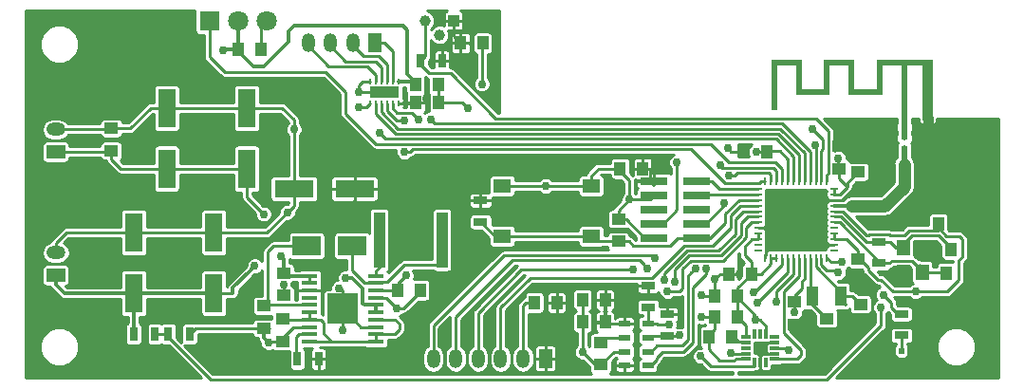
<source format=gbr>
G04 #@! TF.FileFunction,Copper,L1,Top,Mixed*
%FSLAX46Y46*%
G04 Gerber Fmt 4.6, Leading zero omitted, Abs format (unit mm)*
G04 Created by KiCad (PCBNEW 4.0.7) date 11/11/17 16:51:54*
%MOMM*%
%LPD*%
G01*
G04 APERTURE LIST*
%ADD10C,0.100000*%
%ADD11R,1.200000X1.700000*%
%ADD12O,1.200000X1.700000*%
%ADD13R,0.900000X0.500000*%
%ADD14R,0.500000X0.500000*%
%ADD15R,1.700000X1.200000*%
%ADD16O,1.700000X1.200000*%
%ADD17R,1.250000X1.000000*%
%ADD18R,1.000000X1.250000*%
%ADD19R,1.600000X3.500000*%
%ADD20R,3.500000X1.600000*%
%ADD21R,2.500000X1.800000*%
%ADD22R,0.500000X0.600000*%
%ADD23R,2.400000X0.760000*%
%ADD24R,1.800000X1.800000*%
%ADD25C,1.800000*%
%ADD26R,1.000000X5.000000*%
%ADD27R,0.700000X1.300000*%
%ADD28R,1.300000X0.700000*%
%ADD29R,1.550000X1.300000*%
%ADD30R,0.410000X0.410000*%
%ADD31R,0.700000X0.250000*%
%ADD32R,0.250000X0.700000*%
%ADD33C,1.000000*%
%ADD34R,1.000000X1.000000*%
%ADD35R,0.305000X0.813000*%
%ADD36R,0.813000X0.305000*%
%ADD37R,1.050000X0.550000*%
%ADD38R,1.450000X0.450000*%
%ADD39R,2.740000X2.740000*%
%ADD40R,0.250000X0.500000*%
%ADD41R,2.650000X1.000000*%
%ADD42R,1.170000X0.950000*%
%ADD43R,1.000000X1.800000*%
%ADD44R,1.200000X1.400000*%
%ADD45R,0.600000X0.500000*%
%ADD46R,0.600000X0.400000*%
%ADD47C,0.750000*%
%ADD48C,0.500000*%
%ADD49C,0.250000*%
%ADD50C,0.300000*%
%ADD51C,0.900000*%
%ADD52C,1.100000*%
%ADD53C,0.254000*%
G04 APERTURE END LIST*
D10*
G36*
X159150000Y-78540000D02*
X157150000Y-78540000D01*
X157150000Y-75900000D01*
X154450000Y-75900000D01*
X154450000Y-78540000D01*
X152450000Y-78540000D01*
X152450000Y-75900000D01*
X149750000Y-75900000D01*
X149750000Y-80340000D01*
X150250000Y-80340000D01*
X150250000Y-76400000D01*
X151950000Y-76400000D01*
X151950000Y-79040000D01*
X154950000Y-79040000D01*
X154950000Y-76400000D01*
X156650000Y-76400000D01*
X156650000Y-79040000D01*
X159650000Y-79040000D01*
X159650000Y-76400000D01*
X161350000Y-76400000D01*
X161350000Y-81300000D01*
X161850000Y-81300000D01*
X161850000Y-76400000D01*
X163250000Y-76400000D01*
X163250000Y-81300000D01*
X164150000Y-81300000D01*
X164150000Y-81056785D01*
X163847583Y-81056785D01*
X163837742Y-81104395D01*
X163813674Y-81146797D01*
X163775731Y-81179581D01*
X163767819Y-81183935D01*
X163725156Y-81196043D01*
X163676637Y-81195300D01*
X163631122Y-81182400D01*
X163612511Y-81171787D01*
X163578868Y-81136553D01*
X163558309Y-81091368D01*
X163551778Y-81041842D01*
X163560218Y-80993583D01*
X163577112Y-80961357D01*
X163612372Y-80928687D01*
X163657682Y-80908592D01*
X163707267Y-80902018D01*
X163755353Y-80909908D01*
X163788245Y-80926814D01*
X163823185Y-80963584D01*
X163842847Y-81008378D01*
X163847583Y-81056785D01*
X164150000Y-81056785D01*
X164150000Y-75900000D01*
X159150000Y-75900000D01*
X159150000Y-78540000D01*
X159150000Y-78540000D01*
G37*
D11*
X114400000Y-74400000D03*
D12*
X112400000Y-74400000D03*
X110400000Y-74400000D03*
X108400000Y-74400000D03*
D13*
X163700000Y-81050000D03*
D14*
X161600000Y-81050000D03*
D15*
X85900000Y-95100000D03*
D16*
X85900000Y-93100000D03*
D17*
X151800000Y-99500000D03*
X151800000Y-97500000D03*
D18*
X147300000Y-84100000D03*
X149300000Y-84100000D03*
D17*
X157500000Y-95700000D03*
X157500000Y-93700000D03*
X155800000Y-83600000D03*
X155800000Y-85600000D03*
D18*
X122000000Y-74400000D03*
X124000000Y-74400000D03*
D17*
X157500000Y-83900000D03*
X157500000Y-85900000D03*
D18*
X145950000Y-95000000D03*
X147950000Y-95000000D03*
X146700000Y-96950000D03*
X144700000Y-96950000D03*
X134900000Y-99300000D03*
X132900000Y-99300000D03*
X134900000Y-97300000D03*
X132900000Y-97300000D03*
D17*
X134500000Y-101100000D03*
X134500000Y-103100000D03*
D18*
X138250000Y-85600000D03*
X136250000Y-85600000D03*
D17*
X136100000Y-92100000D03*
X136100000Y-90100000D03*
D18*
X146700000Y-98850000D03*
X144700000Y-98850000D03*
X146200000Y-100625000D03*
X144200000Y-100625000D03*
D17*
X104450000Y-97850000D03*
X104450000Y-99850000D03*
X106150000Y-99000000D03*
X106150000Y-101000000D03*
D19*
X100000000Y-96700000D03*
X100000000Y-91300000D03*
D20*
X112550000Y-87400000D03*
X107150000Y-87400000D03*
D17*
X106200000Y-94900000D03*
X106200000Y-96900000D03*
D19*
X102950000Y-85600000D03*
X102950000Y-80200000D03*
D18*
X116400000Y-96450000D03*
X118400000Y-96450000D03*
D19*
X95800000Y-85600000D03*
X95800000Y-80200000D03*
X92850000Y-96700000D03*
X92850000Y-91300000D03*
D17*
X90850000Y-84000000D03*
X90850000Y-82000000D03*
D18*
X167350000Y-94950000D03*
X165350000Y-94950000D03*
X167750000Y-92800000D03*
X165750000Y-92800000D03*
D17*
X157700000Y-99700000D03*
X157700000Y-97700000D03*
X154700000Y-101000000D03*
X154700000Y-99000000D03*
D18*
X120050000Y-79700000D03*
X118050000Y-79700000D03*
X120000000Y-78050000D03*
X118000000Y-78050000D03*
X102200000Y-75000000D03*
X104200000Y-75000000D03*
X166650000Y-90500000D03*
X164650000Y-90500000D03*
X130600000Y-97550000D03*
X128600000Y-97550000D03*
D21*
X108300000Y-92500000D03*
X112300000Y-92500000D03*
D22*
X161350000Y-102950000D03*
X161350000Y-101850000D03*
D23*
X143085000Y-91765000D03*
X143085000Y-90495000D03*
X143085000Y-89225000D03*
X139275000Y-91765000D03*
X139275000Y-90495000D03*
X139275000Y-89225000D03*
X143085000Y-87955000D03*
X139275000Y-87955000D03*
X143085000Y-86685000D03*
X139275000Y-86685000D03*
D11*
X129575000Y-102550000D03*
D12*
X127575000Y-102550000D03*
X125575000Y-102550000D03*
X123575000Y-102550000D03*
X121575000Y-102550000D03*
X119575000Y-102550000D03*
D24*
X99600000Y-72400000D03*
D25*
X104680000Y-72400000D03*
X102140000Y-72400000D03*
D26*
X120350000Y-91950000D03*
X114750000Y-91950000D03*
D27*
X120350000Y-76000000D03*
X118450000Y-76000000D03*
D28*
X140450000Y-98600000D03*
X140450000Y-100500000D03*
X138750000Y-97950000D03*
X138750000Y-96050000D03*
X123800000Y-88450000D03*
X123800000Y-90350000D03*
D27*
X109350000Y-102600000D03*
X107450000Y-102600000D03*
D28*
X161350000Y-100475000D03*
X161350000Y-98575000D03*
D29*
X125725000Y-87150000D03*
X133675000Y-87150000D03*
X125725000Y-91650000D03*
X133675000Y-91650000D03*
D30*
X153450000Y-89650000D03*
X152450000Y-89650000D03*
X151450000Y-89650000D03*
X150450000Y-89650000D03*
X153450000Y-88650000D03*
X152450000Y-88650000D03*
D31*
X148550000Y-87400000D03*
X148550000Y-87900000D03*
X148550000Y-88400000D03*
X148550000Y-88900000D03*
X148550000Y-89400000D03*
X148550000Y-89900000D03*
X148550000Y-90400000D03*
X148550000Y-90900000D03*
X148550000Y-91400000D03*
X148550000Y-91900000D03*
X148550000Y-92400000D03*
X148550000Y-92900000D03*
D32*
X149200000Y-93550000D03*
X149700000Y-93550000D03*
X150200000Y-93550000D03*
X150700000Y-93550000D03*
X151200000Y-93550000D03*
X151700000Y-93550000D03*
X152200000Y-93550000D03*
X152700000Y-93550000D03*
X153200000Y-93550000D03*
X153700000Y-93550000D03*
X154200000Y-93550000D03*
X154700000Y-93550000D03*
D31*
X155350000Y-92900000D03*
X155350000Y-92400000D03*
X155350000Y-91900000D03*
X155350000Y-91400000D03*
X155350000Y-90900000D03*
X155350000Y-90400000D03*
X155350000Y-89900000D03*
X155350000Y-89400000D03*
X155350000Y-88900000D03*
X155350000Y-88400000D03*
X155350000Y-87900000D03*
X155350000Y-87400000D03*
D32*
X154700000Y-86750000D03*
X154200000Y-86750000D03*
X153700000Y-86750000D03*
X153200000Y-86750000D03*
X152700000Y-86750000D03*
X152200000Y-86750000D03*
X151700000Y-86750000D03*
X151200000Y-86750000D03*
X150700000Y-86750000D03*
X150200000Y-86750000D03*
X149700000Y-86750000D03*
X149200000Y-86750000D03*
D30*
X151450000Y-88650000D03*
X150450000Y-88650000D03*
X150450000Y-90650000D03*
X150450000Y-91650000D03*
X151450000Y-90650000D03*
X152450000Y-90650000D03*
X153450000Y-90650000D03*
X151450000Y-91650000D03*
X152450000Y-91650000D03*
X153450000Y-91650000D03*
D33*
X120130000Y-73670000D03*
X118860000Y-72400000D03*
D34*
X121400000Y-72400000D03*
D35*
X148250000Y-102875000D03*
D36*
X147475000Y-100600000D03*
X150025000Y-100600000D03*
D35*
X148250000Y-100325000D03*
X148750000Y-100325000D03*
X149250000Y-100325000D03*
D36*
X150025000Y-101100000D03*
X150025000Y-101600000D03*
X150025000Y-102100000D03*
X150025000Y-102600000D03*
X147475000Y-101100000D03*
X147475000Y-101600000D03*
X147475000Y-102100000D03*
X147475000Y-102600000D03*
D35*
X148750000Y-102875000D03*
X149250000Y-102875000D03*
D37*
X138725000Y-99425000D03*
X136675000Y-99425000D03*
X136675000Y-100675000D03*
X136675000Y-101925000D03*
X136675000Y-103175000D03*
X138725000Y-100675000D03*
X138725000Y-101925000D03*
X138725000Y-103175000D03*
D38*
X108550000Y-95175000D03*
X108550000Y-95825000D03*
X108550000Y-96475000D03*
X108550000Y-97125000D03*
X108550000Y-97775000D03*
X108550000Y-98425000D03*
X108550000Y-99075000D03*
X108550000Y-99725000D03*
X108550000Y-100375000D03*
X108550000Y-101025000D03*
X114450000Y-101025000D03*
X114450000Y-100375000D03*
X114450000Y-99725000D03*
X114450000Y-99075000D03*
X114450000Y-98425000D03*
X114450000Y-97775000D03*
X114450000Y-97125000D03*
X114450000Y-96475000D03*
X114450000Y-95825000D03*
X114450000Y-95175000D03*
D39*
X111500000Y-98100000D03*
D40*
X116450000Y-77850000D03*
X115950000Y-77850000D03*
X115450000Y-77850000D03*
X114950000Y-77850000D03*
X114450000Y-77850000D03*
X113950000Y-77850000D03*
X113950000Y-79750000D03*
X114450000Y-79750000D03*
X114950000Y-79750000D03*
X115450000Y-79750000D03*
X115950000Y-79750000D03*
X116450000Y-79750000D03*
D41*
X115200000Y-78800000D03*
D42*
X114515000Y-78800000D03*
X115885000Y-78800000D03*
D43*
X155900000Y-96950000D03*
X153400000Y-96950000D03*
D44*
X163200000Y-94850000D03*
X163200000Y-92650000D03*
X161500000Y-92650000D03*
X161500000Y-94850000D03*
D15*
X85900000Y-84100000D03*
D16*
X85900000Y-82100000D03*
D27*
X92850000Y-100350000D03*
X94750000Y-100350000D03*
X95950000Y-100350000D03*
X97850000Y-100350000D03*
D28*
X159350000Y-94050000D03*
X159350000Y-92150000D03*
D45*
X162700000Y-81900000D03*
X161600000Y-81900000D03*
D46*
X161600000Y-82850000D03*
X161600000Y-83750000D03*
D45*
X162700000Y-84450000D03*
X161600000Y-84450000D03*
D47*
X161647987Y-89091017D03*
X160050000Y-90250000D03*
X158274941Y-90274668D03*
X111167384Y-96285193D03*
X159150000Y-102850000D03*
X168700000Y-84400000D03*
X158700000Y-83750000D03*
X151950000Y-92500000D03*
X149550000Y-90900000D03*
X151700000Y-87850000D03*
X153500000Y-87850000D03*
X154250000Y-89900000D03*
X149750000Y-87900000D03*
X149700000Y-92350000D03*
X154200000Y-92400000D03*
X106550000Y-89500000D03*
X157350000Y-87600000D03*
X159000000Y-87600000D03*
X160200000Y-86450000D03*
X160200000Y-84400000D03*
X160200000Y-81900000D03*
X157650000Y-81900000D03*
X164450000Y-98000000D03*
X168700000Y-99200000D03*
X168700000Y-96700000D03*
X168700000Y-94200000D03*
X168700000Y-91700000D03*
X163700000Y-89200000D03*
X168700000Y-89200000D03*
X168700000Y-86900000D03*
X166200000Y-86900000D03*
X163700000Y-86900000D03*
X163700000Y-84400000D03*
X166200000Y-84400000D03*
X168700000Y-81900000D03*
X166200000Y-81900000D03*
X163700000Y-81900000D03*
X155550000Y-81900000D03*
X143525000Y-96925000D03*
X143525000Y-98825000D03*
X144700000Y-95469697D03*
X160192659Y-95028558D03*
X154242798Y-88702708D03*
X154500000Y-102550000D03*
X137080000Y-88370000D03*
X146874998Y-95000000D03*
X129600000Y-87150000D03*
X145850000Y-83800000D03*
X164400000Y-92650000D03*
X112954653Y-78754812D03*
X123900000Y-78050000D03*
X122650000Y-80200000D03*
X132900000Y-101950000D03*
X111500000Y-100050000D03*
X116350000Y-98050000D03*
X104850000Y-101100000D03*
X106200000Y-95975002D03*
X107150000Y-82100000D03*
X103654847Y-94276660D03*
X111772868Y-95335905D03*
X100850000Y-75050000D03*
X106000000Y-93450000D03*
X142235036Y-103509640D03*
X148356173Y-99124216D03*
X155700000Y-84675002D03*
X139500000Y-85550000D03*
X148375002Y-84100000D03*
X151800000Y-98424998D03*
X162600000Y-96550000D03*
X119400000Y-84700000D03*
X121600000Y-76000000D03*
X118950000Y-79400000D03*
X104450000Y-89650000D03*
X117150000Y-95150000D03*
X153644736Y-83505913D03*
X145538250Y-88711335D03*
X153428871Y-82077721D03*
X141305746Y-85056661D03*
X140454423Y-96542845D03*
X137401698Y-94601921D03*
X140215332Y-95512156D03*
X138662900Y-94499156D03*
X141140829Y-95726579D03*
X139342591Y-93585011D03*
X143421731Y-102342267D03*
X141587540Y-100483335D03*
X148450000Y-97600000D03*
X146111942Y-102013907D03*
X140600000Y-99525002D03*
X148112178Y-96629933D03*
X159735796Y-96849322D03*
X155700000Y-94850000D03*
X150149987Y-97469682D03*
X151300000Y-101800000D03*
X119328343Y-81192289D03*
X112900000Y-80100000D03*
X114751369Y-82368560D03*
X116969985Y-81350011D03*
X145212175Y-85324679D03*
X142948434Y-94520044D03*
X143916066Y-94531261D03*
X145910984Y-86200022D03*
X117000000Y-84100056D03*
X118250000Y-81200000D03*
X156016180Y-93954157D03*
X159530025Y-97969975D03*
D48*
X161756970Y-89200000D02*
X161647987Y-89091017D01*
X163700000Y-89200000D02*
X161756970Y-89200000D01*
X160464336Y-90274668D02*
X161272988Y-89466016D01*
X160325332Y-90274668D02*
X160464336Y-90274668D01*
X161272988Y-89466016D02*
X161647987Y-89091017D01*
D49*
X158274941Y-90274668D02*
X160025332Y-90274668D01*
X160025332Y-90274668D02*
X160050000Y-90250000D01*
D48*
X158805271Y-90274668D02*
X158274941Y-90274668D01*
D49*
X155350000Y-88400000D02*
X156146703Y-88400000D01*
X156146703Y-88400000D02*
X156571704Y-87974999D01*
X156571704Y-87974999D02*
X156975001Y-87974999D01*
X156975001Y-87974999D02*
X157350000Y-87600000D01*
X111500000Y-98100000D02*
X111500000Y-96480000D01*
X111305193Y-96285193D02*
X111167384Y-96285193D01*
X111500000Y-96480000D02*
X111305193Y-96285193D01*
D50*
X104450000Y-99850000D02*
X104450000Y-100700000D01*
X104450000Y-100700000D02*
X104850000Y-101100000D01*
D49*
X104450000Y-99850000D02*
X104960730Y-99850000D01*
D50*
X161350000Y-102950000D02*
X159250000Y-102950000D01*
X159250000Y-102950000D02*
X159150000Y-102850000D01*
X166200000Y-84400000D02*
X168700000Y-84400000D01*
X160200000Y-84400000D02*
X159350000Y-84400000D01*
X159350000Y-84400000D02*
X158700000Y-83750000D01*
D51*
X163700000Y-81050000D02*
X163700000Y-81900000D01*
D49*
X152450000Y-91650000D02*
X152450000Y-92000000D01*
X152450000Y-92000000D02*
X151950000Y-92500000D01*
X149550000Y-90900000D02*
X150200000Y-90900000D01*
X150200000Y-90900000D02*
X150450000Y-90650000D01*
X148550000Y-90900000D02*
X149550000Y-90900000D01*
X151450000Y-88650000D02*
X151450000Y-88100000D01*
X151450000Y-88100000D02*
X151700000Y-87850000D01*
X154242798Y-88702708D02*
X154242798Y-88592798D01*
X154242798Y-88592798D02*
X153500000Y-87850000D01*
X154242798Y-88702708D02*
X154242798Y-89892798D01*
X154242798Y-89892798D02*
X154250000Y-89900000D01*
X150450000Y-88650000D02*
X150450000Y-88600000D01*
X150450000Y-88600000D02*
X149750000Y-87900000D01*
X150450000Y-91650000D02*
X150400000Y-91650000D01*
X150400000Y-91650000D02*
X149700000Y-92350000D01*
X153450000Y-91650000D02*
X154200000Y-92400000D01*
X106550000Y-89500000D02*
X107150000Y-88900000D01*
X107150000Y-88900000D02*
X107150000Y-88450000D01*
X104300000Y-91300000D02*
X104750000Y-91300000D01*
X104750000Y-91300000D02*
X106550000Y-89500000D01*
X159000000Y-87600000D02*
X157350000Y-87600000D01*
X160200000Y-86450000D02*
X160150000Y-86450000D01*
X160150000Y-86450000D02*
X159000000Y-87600000D01*
X160200000Y-84400000D02*
X160200000Y-86450000D01*
X160200000Y-81900000D02*
X160200000Y-84400000D01*
X157650000Y-81900000D02*
X160200000Y-81900000D01*
X155550000Y-81900000D02*
X157650000Y-81900000D01*
D48*
X155800000Y-83600000D02*
X155800000Y-82150000D01*
X155800000Y-82150000D02*
X155550000Y-81900000D01*
X168275001Y-98825001D02*
X167450000Y-98000000D01*
X167450000Y-98000000D02*
X164450000Y-98000000D01*
X168700000Y-99200000D02*
X168325001Y-98825001D01*
X168325001Y-98825001D02*
X168275001Y-98825001D01*
X168700000Y-96700000D02*
X168700000Y-99200000D01*
X168700000Y-94200000D02*
X168700000Y-96700000D01*
X168700000Y-91700000D02*
X168700000Y-94200000D01*
X168700000Y-89200000D02*
X168700000Y-91700000D01*
X168700000Y-89200000D02*
X163700000Y-89200000D01*
X168700000Y-86900000D02*
X168700000Y-89200000D01*
X166200000Y-86900000D02*
X168700000Y-86900000D01*
X163700000Y-86900000D02*
X166200000Y-86900000D01*
X163700000Y-84400000D02*
X163700000Y-86900000D01*
X166200000Y-84400000D02*
X163700000Y-84400000D01*
X168700000Y-81900000D02*
X168700000Y-84400000D01*
X166200000Y-81900000D02*
X168700000Y-81900000D01*
X163700000Y-81900000D02*
X166200000Y-81900000D01*
D49*
X166650000Y-90500000D02*
X166650000Y-89550000D01*
X166650000Y-89550000D02*
X166250000Y-89150000D01*
X137080000Y-88370000D02*
X138956317Y-88370000D01*
X138956317Y-88370000D02*
X139348654Y-87977663D01*
X144700000Y-96950000D02*
X143550000Y-96950000D01*
X144700000Y-96950000D02*
X144700000Y-95469697D01*
X143550000Y-96950000D02*
X143525000Y-96925000D01*
X144700000Y-98850000D02*
X143550000Y-98850000D01*
X143550000Y-98850000D02*
X143525000Y-98825000D01*
X147475000Y-102600000D02*
X146561851Y-102600000D01*
X144169332Y-101744332D02*
X144169332Y-100430668D01*
X146561851Y-102600000D02*
X146447943Y-102713908D01*
X146447943Y-102713908D02*
X145138908Y-102713908D01*
X145138908Y-102713908D02*
X144169332Y-101744332D01*
X144169332Y-100430668D02*
X144700000Y-99900000D01*
X144700000Y-99900000D02*
X144700000Y-98850000D01*
X136100000Y-90100000D02*
X136790000Y-90100000D01*
X136790000Y-90100000D02*
X138455000Y-91765000D01*
X138455000Y-91765000D02*
X139275000Y-91765000D01*
X145169697Y-95000000D02*
X144700000Y-95469697D01*
X145169697Y-95000000D02*
X145950000Y-95000000D01*
X133675000Y-87150000D02*
X133675000Y-86250000D01*
X133675000Y-86250000D02*
X134325000Y-85600000D01*
X134325000Y-85600000D02*
X136025000Y-85600000D01*
X136025000Y-85600000D02*
X137080000Y-86655000D01*
X137080000Y-86655000D02*
X137080000Y-88370000D01*
X136675000Y-101925000D02*
X135704598Y-101925000D01*
X135704598Y-101925000D02*
X134529598Y-103100000D01*
X134529598Y-103100000D02*
X134500000Y-103100000D01*
X160192659Y-95028558D02*
X161321442Y-95028558D01*
X161321442Y-95028558D02*
X161500000Y-94850000D01*
X161250000Y-94850000D02*
X161071442Y-95028558D01*
X154545506Y-88400000D02*
X154242798Y-88702708D01*
X155350000Y-88400000D02*
X154545506Y-88400000D01*
X153450000Y-88650000D02*
X154190090Y-88650000D01*
X154190090Y-88650000D02*
X154242798Y-88702708D01*
X154700000Y-101000000D02*
X154700000Y-102350000D01*
X154700000Y-102350000D02*
X154500000Y-102550000D01*
X136100000Y-90100000D02*
X136100000Y-89350000D01*
X136100000Y-89350000D02*
X137080000Y-88370000D01*
X136225000Y-90100000D02*
X136100000Y-90100000D01*
X145950000Y-95000000D02*
X146874998Y-95000000D01*
X129600000Y-87150000D02*
X133675000Y-87150000D01*
X126750000Y-87150000D02*
X129600000Y-87150000D01*
X125725000Y-87150000D02*
X126750000Y-87150000D01*
X150025000Y-101100000D02*
X149650000Y-101100000D01*
X149650000Y-101100000D02*
X149627501Y-101122499D01*
X149627501Y-101122499D02*
X149327501Y-101122499D01*
X147300000Y-84100000D02*
X146150000Y-84100000D01*
X146150000Y-84100000D02*
X145850000Y-83800000D01*
X162950000Y-92650000D02*
X164400000Y-92650000D01*
X113950000Y-77850000D02*
X113271491Y-77850000D01*
X113271491Y-77850000D02*
X112954653Y-78166838D01*
X112954653Y-78166838D02*
X112954653Y-78754812D01*
X112999841Y-78800000D02*
X112954653Y-78754812D01*
X115200000Y-78800000D02*
X112999841Y-78800000D01*
X123900000Y-78050000D02*
X123900000Y-74500000D01*
X123900000Y-74500000D02*
X124000000Y-74400000D01*
X120050000Y-79700000D02*
X122150000Y-79700000D01*
X122150000Y-79700000D02*
X122650000Y-80200000D01*
X120000000Y-78050000D02*
X120000000Y-79650000D01*
X120000000Y-79650000D02*
X120050000Y-79700000D01*
X134500000Y-103100000D02*
X134050000Y-103100000D01*
X134050000Y-103100000D02*
X132900000Y-101950000D01*
X132900000Y-99300000D02*
X132900000Y-101950000D01*
X132900000Y-97300000D02*
X132900000Y-99300000D01*
X155350000Y-92400000D02*
X154200000Y-92400000D01*
X150025000Y-102100000D02*
X148868500Y-102100000D01*
X148868500Y-102100000D02*
X148750000Y-102218500D01*
X148750000Y-102218500D02*
X148750000Y-102875000D01*
X148750000Y-103650000D02*
X148750000Y-102875000D01*
X149200000Y-93550000D02*
X149200000Y-93400000D01*
X149200000Y-93400000D02*
X149249999Y-93350001D01*
X149249999Y-93350001D02*
X149249999Y-92800001D01*
X149249999Y-92800001D02*
X149325001Y-92724999D01*
X149325001Y-92724999D02*
X149700000Y-92350000D01*
X151450000Y-89650000D02*
X151450000Y-88650000D01*
X111500000Y-98100000D02*
X111500000Y-100050000D01*
X116925000Y-98050000D02*
X116350000Y-98050000D01*
X116925000Y-98050000D02*
X118400000Y-96575000D01*
X118400000Y-96575000D02*
X118400000Y-96450000D01*
X114450000Y-97125000D02*
X115425000Y-97125000D01*
X115425000Y-97125000D02*
X116350000Y-98050000D01*
X114450000Y-99725000D02*
X113137227Y-99725000D01*
X113137227Y-99725000D02*
X112567994Y-99155767D01*
X112567994Y-99155767D02*
X112555767Y-99155767D01*
X112555767Y-99155767D02*
X111500000Y-98100000D01*
X106150000Y-101000000D02*
X104950000Y-101000000D01*
X104950000Y-101000000D02*
X104850000Y-101100000D01*
X103100000Y-99850000D02*
X98350000Y-99850000D01*
X103100000Y-99850000D02*
X104450000Y-99850000D01*
X98350000Y-99850000D02*
X97850000Y-100350000D01*
X106150000Y-101000000D02*
X106150000Y-100675001D01*
X106150000Y-100675001D02*
X107100001Y-99725000D01*
X107100001Y-99725000D02*
X108550000Y-99725000D01*
X106200000Y-96900000D02*
X106200000Y-95975002D01*
X104200000Y-75000000D02*
X104200000Y-72880000D01*
X104200000Y-72880000D02*
X104680000Y-72400000D01*
X107150000Y-81250000D02*
X106100000Y-80200000D01*
X106100000Y-80200000D02*
X102950000Y-80200000D01*
X107150000Y-82100000D02*
X107150000Y-81250000D01*
X107150000Y-87400000D02*
X107150000Y-82100000D01*
X85900000Y-82100000D02*
X90750000Y-82100000D01*
X90750000Y-82100000D02*
X90850000Y-82000000D01*
X95800000Y-80200000D02*
X96850000Y-80200000D01*
X96850000Y-80200000D02*
X102950000Y-80200000D01*
X92550000Y-82000000D02*
X94350000Y-80200000D01*
X94350000Y-80200000D02*
X95800000Y-80200000D01*
X90850000Y-82000000D02*
X92550000Y-82000000D01*
X92850000Y-91300000D02*
X86850000Y-91300000D01*
X86850000Y-91300000D02*
X85900000Y-92250000D01*
X85900000Y-92250000D02*
X85900000Y-93100000D01*
X100000000Y-91300000D02*
X92850000Y-91300000D01*
X107150000Y-87400000D02*
X107150000Y-88450000D01*
X104300000Y-91300000D02*
X101050000Y-91300000D01*
X101050000Y-91300000D02*
X100000000Y-91300000D01*
X127575000Y-102550000D02*
X127575000Y-97825000D01*
X127575000Y-97825000D02*
X127850000Y-97550000D01*
X127850000Y-97550000D02*
X128600000Y-97550000D01*
D50*
X103279848Y-94651659D02*
X103654847Y-94276660D01*
X101700000Y-96231507D02*
X103279848Y-94651659D01*
X101700000Y-96700000D02*
X101700000Y-96231507D01*
X112303198Y-95335905D02*
X111772868Y-95335905D01*
X113289784Y-96322491D02*
X112303198Y-95335905D01*
X113425000Y-97775000D02*
X113289784Y-97639784D01*
X114450000Y-97775000D02*
X113425000Y-97775000D01*
X113289784Y-97639784D02*
X113289784Y-96322491D01*
D49*
X118000000Y-77925000D02*
X118000000Y-78050000D01*
D50*
X117250000Y-77175000D02*
X118000000Y-77925000D01*
X104463213Y-76446789D02*
X106650000Y-74260002D01*
X117250000Y-73250000D02*
X117250000Y-77175000D01*
X116870662Y-72870662D02*
X117250000Y-73250000D01*
X106650000Y-74260002D02*
X106650000Y-73350000D01*
X103521789Y-76446789D02*
X104463213Y-76446789D01*
D49*
X102200000Y-75000000D02*
X102200000Y-75125000D01*
D50*
X102200000Y-75125000D02*
X103521789Y-76446789D01*
X106650000Y-73350000D02*
X107129338Y-72870662D01*
X107129338Y-72870662D02*
X116870662Y-72870662D01*
X102200000Y-75000000D02*
X100900000Y-75000000D01*
D49*
X100900000Y-75000000D02*
X100850000Y-75050000D01*
D50*
X102200000Y-75000000D02*
X102200000Y-72460000D01*
D49*
X102200000Y-72460000D02*
X102140000Y-72400000D01*
D50*
X114450000Y-98425000D02*
X114450000Y-97775000D01*
X108550000Y-95175000D02*
X106475000Y-95175000D01*
D49*
X106475000Y-95175000D02*
X106200000Y-94900000D01*
X108550000Y-95825000D02*
X108550000Y-95175000D01*
D50*
X92850000Y-96700000D02*
X92850000Y-100350000D01*
X92850000Y-96700000D02*
X86650000Y-96700000D01*
X86650000Y-96700000D02*
X85900000Y-95950000D01*
X85900000Y-95950000D02*
X85900000Y-95100000D01*
X100000000Y-96700000D02*
X92850000Y-96700000D01*
D49*
X101700000Y-96700000D02*
X100000000Y-96700000D01*
D50*
X106200000Y-94900000D02*
X106200000Y-93650000D01*
D49*
X106200000Y-93650000D02*
X106000000Y-93450000D01*
X118000000Y-78050000D02*
X117800000Y-77850000D01*
D50*
X117800000Y-77850000D02*
X116450000Y-77850000D01*
D49*
X155350000Y-89400000D02*
X156089580Y-89400000D01*
X156089580Y-89400000D02*
X158206832Y-91517252D01*
X158206832Y-91517252D02*
X158397746Y-91517252D01*
X158397746Y-91517252D02*
X158439999Y-91474999D01*
X164650000Y-91099074D02*
X164650000Y-90900000D01*
X158439999Y-91474999D02*
X160260001Y-91474999D01*
X163130330Y-96550000D02*
X162600000Y-96550000D01*
X160260001Y-91474999D02*
X160302254Y-91517252D01*
X166443970Y-95566032D02*
X165460002Y-96550000D01*
X166789975Y-93470027D02*
X166769973Y-93470027D01*
X160302254Y-91517252D02*
X161646338Y-91517252D01*
X166508116Y-91620386D02*
X166789975Y-91902245D01*
X164650000Y-90900000D02*
X165370386Y-91620386D01*
X161646338Y-91517252D02*
X162064516Y-91099074D01*
X165460002Y-96550000D02*
X163130330Y-96550000D01*
X166769973Y-93470027D02*
X166443970Y-93796030D01*
X162064516Y-91099074D02*
X164650000Y-91099074D01*
X165370386Y-91620386D02*
X166508116Y-91620386D01*
X166789975Y-91902245D02*
X166789975Y-93470027D01*
X166443970Y-93796030D02*
X166443970Y-95566032D01*
D50*
X134900000Y-99300000D02*
X134900000Y-97300000D01*
D49*
X110400000Y-95600000D02*
X110400000Y-90600000D01*
X110400000Y-90600000D02*
X112550000Y-88450000D01*
X112550000Y-88450000D02*
X112550000Y-87400000D01*
X148356173Y-98731173D02*
X148356173Y-99124216D01*
X146700000Y-97075000D02*
X148356173Y-98731173D01*
X149250000Y-99668500D02*
X148705716Y-99124216D01*
X148705716Y-99124216D02*
X148356173Y-99124216D01*
X149250000Y-100325000D02*
X149250000Y-99668500D01*
X146700000Y-96950000D02*
X146700000Y-97075000D01*
X146700000Y-98850000D02*
X146700000Y-96950000D01*
X146700000Y-96250000D02*
X147950000Y-95000000D01*
X146700000Y-96950000D02*
X146700000Y-96250000D01*
X157500000Y-93700000D02*
X157625000Y-93700000D01*
X157625000Y-93700000D02*
X158362176Y-94437176D01*
X158362176Y-94437176D02*
X158362176Y-94645446D01*
X159530272Y-95518862D02*
X160561410Y-96550000D01*
X158362176Y-94645446D02*
X158374999Y-94645446D01*
X158374999Y-94645446D02*
X158374999Y-94660001D01*
X158374999Y-94660001D02*
X159233860Y-95518862D01*
X159233860Y-95518862D02*
X159530272Y-95518862D01*
X160561410Y-96550000D02*
X162600000Y-96550000D01*
X156500000Y-87250000D02*
X156500000Y-86900000D01*
X156500000Y-86900000D02*
X156985591Y-86414409D01*
X155250000Y-87900000D02*
X155850000Y-87900000D01*
X155850000Y-87900000D02*
X156500000Y-87250000D01*
X155800000Y-86500000D02*
X155800000Y-85600000D01*
X156500000Y-87250000D02*
X156500000Y-87200000D01*
X156500000Y-87200000D02*
X155800000Y-86500000D01*
X156985591Y-86414409D02*
X157500000Y-85900000D01*
X155700000Y-84675002D02*
X155700000Y-85500000D01*
X155700000Y-85500000D02*
X155800000Y-85600000D01*
X138250000Y-85600000D02*
X139450000Y-85600000D01*
X139450000Y-85600000D02*
X139500000Y-85550000D01*
X149300000Y-84100000D02*
X148375002Y-84100000D01*
X155492432Y-85292432D02*
X155800000Y-85600000D01*
X151800000Y-97500000D02*
X151800000Y-98424998D01*
X155350000Y-91900000D02*
X156450000Y-91900000D01*
X156450000Y-91900000D02*
X157500000Y-92950000D01*
X157500000Y-92950000D02*
X157500000Y-93700000D01*
X164784322Y-90689377D02*
X164994945Y-90900000D01*
X120350000Y-76000000D02*
X121600000Y-76000000D01*
X150509143Y-84059143D02*
X149340857Y-84059143D01*
X149340857Y-84059143D02*
X149300000Y-84100000D01*
X151200000Y-84750000D02*
X150509143Y-84059143D01*
X150550000Y-84100000D02*
X150509143Y-84059143D01*
X155350000Y-87400000D02*
X155350000Y-87900000D01*
X108550000Y-96475000D02*
X109525000Y-96475000D01*
X109525000Y-96475000D02*
X110400000Y-95600000D01*
X121800000Y-75800000D02*
X122000000Y-75600000D01*
X121600000Y-76000000D02*
X121800000Y-75800000D01*
X122000000Y-75600000D02*
X122000000Y-74400000D01*
X121400000Y-72400000D02*
X121400000Y-73800000D01*
X121400000Y-73800000D02*
X122000000Y-74400000D01*
X136300000Y-96750000D02*
X137000000Y-96050000D01*
X135750000Y-97300000D02*
X136300000Y-96750000D01*
X137000000Y-96050000D02*
X138750000Y-96050000D01*
X134900000Y-97300000D02*
X135750000Y-97300000D01*
X147950000Y-95000000D02*
X147950000Y-93900000D01*
X147950000Y-93900000D02*
X147350000Y-93300000D01*
X147350000Y-92538483D02*
X147350000Y-93300000D01*
X148550000Y-91900000D02*
X147988483Y-91900000D01*
X147988483Y-91900000D02*
X147350000Y-92538483D01*
X148550000Y-91400000D02*
X148550000Y-91900000D01*
X136675000Y-99425000D02*
X135025000Y-99425000D01*
X135025000Y-99425000D02*
X134900000Y-99300000D01*
X138900000Y-85600000D02*
X138900000Y-86700000D01*
X138900000Y-86700000D02*
X139300000Y-87100000D01*
X118050000Y-79700000D02*
X118650000Y-79700000D01*
X118650000Y-79700000D02*
X118950000Y-79400000D01*
X116450000Y-79750000D02*
X118000000Y-79750000D01*
X118000000Y-79750000D02*
X118050000Y-79700000D01*
X151200000Y-86750000D02*
X151200000Y-84750000D01*
X149700000Y-93550000D02*
X149700000Y-94100000D01*
X148800000Y-95000000D02*
X147950000Y-95000000D01*
X149700000Y-94100000D02*
X148800000Y-95000000D01*
X147475000Y-100600000D02*
X147475000Y-99625000D01*
X147475000Y-99625000D02*
X146700000Y-98850000D01*
X151800000Y-97500000D02*
X151800000Y-97000000D01*
X151800000Y-97000000D02*
X152500000Y-96300000D01*
X152500000Y-96300000D02*
X152500000Y-95649998D01*
X152500000Y-95649998D02*
X152700000Y-95449998D01*
X152700000Y-95449998D02*
X152700000Y-93550000D01*
X150200000Y-93550000D02*
X149700000Y-93550000D01*
X155350000Y-91400000D02*
X155350000Y-91900000D01*
X134920113Y-100679887D02*
X136670113Y-100679887D01*
X134500000Y-101100000D02*
X134920113Y-100679887D01*
X136670113Y-100679887D02*
X136675000Y-100675000D01*
X137814999Y-92470001D02*
X137804877Y-92459879D01*
X144266691Y-91815431D02*
X141389571Y-91815431D01*
X140735001Y-92470001D02*
X137814999Y-92470001D01*
X146863347Y-88400000D02*
X145650000Y-89613347D01*
X148550000Y-88400000D02*
X146863347Y-88400000D01*
X141389571Y-91815431D02*
X140735001Y-92470001D01*
X145650000Y-89613347D02*
X145650000Y-90432122D01*
X137804877Y-92459879D02*
X137414877Y-92459879D01*
X137414877Y-92459879D02*
X137054998Y-92100000D01*
X136975000Y-92100000D02*
X136100000Y-92100000D01*
X145650000Y-90432122D02*
X144266691Y-91815431D01*
X137054998Y-92100000D02*
X136975000Y-92100000D01*
X125725000Y-91650000D02*
X125100000Y-91650000D01*
X125100000Y-91650000D02*
X123800000Y-90350000D01*
X125600000Y-91650000D02*
X125725000Y-91650000D01*
X125725000Y-91650000D02*
X133675000Y-91650000D01*
X136100000Y-92100000D02*
X134125000Y-92100000D01*
X134125000Y-92100000D02*
X133675000Y-91650000D01*
X147475000Y-101100000D02*
X147452501Y-101077501D01*
X147452501Y-101077501D02*
X146808499Y-101077501D01*
X146808499Y-101077501D02*
X146342981Y-100611983D01*
X146342981Y-100611983D02*
X146219344Y-100611983D01*
X104450000Y-97850000D02*
X104814429Y-97485571D01*
X104814429Y-97485571D02*
X104814429Y-92995399D01*
X104814429Y-92995399D02*
X105309828Y-92500000D01*
X105309828Y-92500000D02*
X108300000Y-92500000D01*
X108550000Y-97775000D02*
X104525000Y-97775000D01*
X104525000Y-97775000D02*
X104450000Y-97850000D01*
X108550000Y-99075000D02*
X109525000Y-99075000D01*
X109525000Y-99075000D02*
X109758282Y-99308282D01*
X109758282Y-99308282D02*
X109758282Y-100283282D01*
X109758282Y-100283282D02*
X110500000Y-101025000D01*
X108550000Y-101025000D02*
X110500000Y-101025000D01*
X110500000Y-101025000D02*
X114450000Y-101025000D01*
X108550000Y-99075000D02*
X106225000Y-99075000D01*
X106225000Y-99075000D02*
X106150000Y-99000000D01*
X108550000Y-98425000D02*
X108550000Y-99075000D01*
X114450000Y-99075000D02*
X116175000Y-99075000D01*
X116175000Y-99075000D02*
X116550000Y-99450000D01*
X116550000Y-99450000D02*
X116550000Y-99966241D01*
X116550000Y-99966241D02*
X116141241Y-100375000D01*
X116141241Y-100375000D02*
X114450000Y-100375000D01*
X114450000Y-101025000D02*
X114450000Y-100375000D01*
X108550000Y-101025000D02*
X109525000Y-101025000D01*
X104450000Y-89650000D02*
X102950000Y-88150000D01*
X102950000Y-88150000D02*
X102950000Y-85600000D01*
X116400000Y-96450000D02*
X116400000Y-95900000D01*
X116400000Y-95900000D02*
X117150000Y-95150000D01*
X114450000Y-96475000D02*
X116375000Y-96475000D01*
X116375000Y-96475000D02*
X116400000Y-96450000D01*
X95800000Y-85600000D02*
X102950000Y-85600000D01*
X90850000Y-84750000D02*
X91700000Y-85600000D01*
X91700000Y-85600000D02*
X95800000Y-85600000D01*
X90850000Y-84000000D02*
X90850000Y-84750000D01*
X85900000Y-84100000D02*
X90750000Y-84100000D01*
X90750000Y-84100000D02*
X90850000Y-84000000D01*
X163200000Y-94850000D02*
X163200000Y-94750000D01*
X160250000Y-94050000D02*
X159350000Y-94050000D01*
X163200000Y-94750000D02*
X162274999Y-93824999D01*
X162274999Y-93824999D02*
X160475001Y-93824999D01*
X160475001Y-93824999D02*
X160250000Y-94050000D01*
X163200000Y-94850000D02*
X165250000Y-94850000D01*
X165250000Y-94850000D02*
X165350000Y-94950000D01*
X162950000Y-94850000D02*
X162950000Y-94195381D01*
X164874991Y-94850000D02*
X164974991Y-94950000D01*
X155350000Y-90400000D02*
X155816759Y-90400000D01*
X155816759Y-90400000D02*
X159342961Y-93926202D01*
X159342961Y-93926202D02*
X159342961Y-94023538D01*
X162950000Y-94850000D02*
X162950000Y-94650000D01*
X161500000Y-92650000D02*
X161500000Y-92300000D01*
X161500000Y-92300000D02*
X162250000Y-91550000D01*
X162250000Y-91550000D02*
X164625000Y-91550000D01*
X164625000Y-91550000D02*
X165750000Y-92675000D01*
X165750000Y-92675000D02*
X165750000Y-92800000D01*
X159350000Y-92150000D02*
X160363393Y-92150000D01*
X160363393Y-92150000D02*
X160863393Y-92650000D01*
X160863393Y-92650000D02*
X161500000Y-92650000D01*
X155950000Y-89900000D02*
X155350000Y-89900000D01*
X155953170Y-89900000D02*
X155950000Y-89900000D01*
X158203170Y-92150000D02*
X155953170Y-89900000D01*
X159350000Y-92150000D02*
X158203170Y-92150000D01*
X156300000Y-96950000D02*
X156950000Y-96950000D01*
X156950000Y-96950000D02*
X157700000Y-97700000D01*
X153700000Y-93550000D02*
X153700000Y-94350000D01*
X153700000Y-94350000D02*
X156300000Y-96950000D01*
X156350000Y-97700000D02*
X155650000Y-97000000D01*
X153200000Y-93550000D02*
X153200000Y-96750000D01*
X153200000Y-96750000D02*
X153400000Y-96950000D01*
X153200000Y-96950000D02*
X153150000Y-97000000D01*
X153150000Y-97000000D02*
X153150000Y-97450000D01*
X153150000Y-97450000D02*
X154700000Y-99000000D01*
D48*
X161600000Y-84450000D02*
X161600000Y-85200000D01*
X161600000Y-85200000D02*
X161590861Y-85209139D01*
X161590861Y-85209139D02*
X161576576Y-85209139D01*
D52*
X156855593Y-88928561D02*
X159871439Y-88928561D01*
X159871439Y-88928561D02*
X161576576Y-87223424D01*
X161576576Y-87223424D02*
X161576576Y-85209139D01*
D48*
X161600000Y-84450000D02*
X161600000Y-83750000D01*
D50*
X155350000Y-88900000D02*
X156827032Y-88900000D01*
X156827032Y-88900000D02*
X156855593Y-88928561D01*
D49*
X114450000Y-95825000D02*
X114549999Y-95725001D01*
X114549999Y-95725001D02*
X115435001Y-95725001D01*
X115435001Y-95725001D02*
X117003707Y-94156295D01*
X117003707Y-94156295D02*
X120143705Y-94156295D01*
X120143705Y-94156295D02*
X120350000Y-93950000D01*
X120350000Y-93950000D02*
X120350000Y-91950000D01*
X112300000Y-92500000D02*
X112300000Y-94650000D01*
X113475000Y-95825000D02*
X114450000Y-95825000D01*
X112300000Y-94650000D02*
X113475000Y-95825000D01*
X161350000Y-101850000D02*
X161350000Y-100475000D01*
X153700000Y-83561177D02*
X153644736Y-83505913D01*
X153700000Y-86750000D02*
X153700000Y-83561177D01*
X143085000Y-90495000D02*
X143905000Y-90495000D01*
X143905000Y-90495000D02*
X145538250Y-88861750D01*
X145538250Y-88861750D02*
X145538250Y-88711335D01*
X153700000Y-86750000D02*
X153707321Y-86742679D01*
X153803870Y-82452720D02*
X153428871Y-82077721D01*
X154356569Y-83005419D02*
X153803870Y-82452720D01*
X154200000Y-83986654D02*
X154356569Y-83830085D01*
X154200000Y-86750000D02*
X154200000Y-83986654D01*
X154356569Y-83830085D02*
X154356569Y-83005419D01*
X141305746Y-85056661D02*
X141305746Y-89284254D01*
X141305746Y-89284254D02*
X140095000Y-90495000D01*
X140095000Y-90495000D02*
X139275000Y-90495000D01*
X148550000Y-87900000D02*
X143580000Y-87900000D01*
X148550000Y-87400000D02*
X145129205Y-87400000D01*
X145129205Y-87400000D02*
X144458723Y-86729518D01*
X144458723Y-86729518D02*
X143169827Y-86729518D01*
X125575000Y-101450000D02*
X125575000Y-102550000D01*
X125575000Y-98025000D02*
X125575000Y-101450000D01*
X148550000Y-88900000D02*
X146999758Y-88900000D01*
X146100006Y-89799752D02*
X146100006Y-90914996D01*
X146999758Y-88900000D02*
X146100006Y-89799752D01*
X144545001Y-92470001D02*
X142006409Y-92470001D01*
X146100006Y-90914996D02*
X144545001Y-92470001D01*
X142006409Y-92470001D02*
X139101411Y-95374999D01*
X139101411Y-95374999D02*
X128225001Y-95374999D01*
X128225001Y-95374999D02*
X125575000Y-98025000D01*
X145432039Y-93820034D02*
X142565608Y-93820034D01*
X140984753Y-96542845D02*
X140454423Y-96542845D01*
X141564633Y-96542845D02*
X140984753Y-96542845D01*
X141840831Y-94544811D02*
X141840831Y-96266647D01*
X142565608Y-93820034D02*
X141840831Y-94544811D01*
X141840831Y-96266647D02*
X141564633Y-96542845D01*
X147503499Y-91748574D02*
X145432039Y-93820034D01*
X147503499Y-90846501D02*
X147503499Y-91748574D01*
X147950000Y-90400000D02*
X147503499Y-90846501D01*
X148550000Y-90400000D02*
X147950000Y-90400000D01*
X136871368Y-94601921D02*
X137401698Y-94601921D01*
X123575000Y-98475000D02*
X127448079Y-94601921D01*
X127448079Y-94601921D02*
X136871368Y-94601921D01*
X123575000Y-102550000D02*
X123575000Y-98475000D01*
X146550017Y-90080895D02*
X146550017Y-91429234D01*
X140215332Y-94897488D02*
X140215332Y-94981826D01*
X146550017Y-91429234D02*
X145059239Y-92920012D01*
X148550000Y-89400000D02*
X147230912Y-89400000D01*
X145059239Y-92920012D02*
X142192808Y-92920012D01*
X140215332Y-94981826D02*
X140215332Y-95512156D01*
X142192808Y-92920012D02*
X140215332Y-94897488D01*
X147230912Y-89400000D02*
X146550017Y-90080895D01*
X138287901Y-94124157D02*
X138662900Y-94499156D01*
X137948767Y-93785023D02*
X138287901Y-94124157D01*
X126664977Y-93785023D02*
X137948767Y-93785023D01*
X121575000Y-102550000D02*
X121575000Y-98875000D01*
X121575000Y-98875000D02*
X126664977Y-93785023D01*
X141140829Y-95196249D02*
X141140829Y-95726579D01*
X148550000Y-89900000D02*
X147617342Y-89900000D01*
X141140829Y-94608403D02*
X141140829Y-95196249D01*
X147053488Y-91562174D02*
X145245639Y-93370023D01*
X147617342Y-89900000D02*
X147053488Y-90463854D01*
X147053488Y-90463854D02*
X147053488Y-91562174D01*
X142379208Y-93370023D02*
X141140829Y-94608403D01*
X145245639Y-93370023D02*
X142379208Y-93370023D01*
X125864988Y-93335012D02*
X139092592Y-93335012D01*
X139092592Y-93335012D02*
X139342591Y-93585011D01*
X119575000Y-99625000D02*
X125864988Y-93335012D01*
X119575000Y-102550000D02*
X119575000Y-99625000D01*
X115950000Y-77850000D02*
X115950000Y-75100000D01*
X115950000Y-75100000D02*
X115250000Y-74400000D01*
X115250000Y-74400000D02*
X114400000Y-74400000D01*
D50*
X114400000Y-74400000D02*
X114400000Y-74650000D01*
D49*
X115450000Y-77850000D02*
X115450000Y-76300000D01*
X115450000Y-76300000D02*
X114725001Y-75575001D01*
X112400000Y-74650000D02*
X112400000Y-74400000D01*
X114725001Y-75575001D02*
X113325001Y-75575001D01*
X113325001Y-75575001D02*
X112400000Y-74650000D01*
X114950000Y-77850000D02*
X114950000Y-76550000D01*
X114950000Y-76550000D02*
X114425011Y-76025011D01*
X114425011Y-76025011D02*
X111775011Y-76025011D01*
X111775011Y-76025011D02*
X110400000Y-74650000D01*
X110400000Y-74650000D02*
X110400000Y-74400000D01*
X114450000Y-77850000D02*
X114450000Y-77227923D01*
X114450000Y-77227923D02*
X113697098Y-76475021D01*
X113697098Y-76475021D02*
X110225021Y-76475021D01*
X110225021Y-76475021D02*
X108400000Y-74650000D01*
X108400000Y-74650000D02*
X108400000Y-74400000D01*
X150700000Y-86750000D02*
X150700000Y-85650000D01*
X111725001Y-78759425D02*
X109978430Y-77012854D01*
X150700000Y-85650000D02*
X150100001Y-85050001D01*
X150100001Y-85050001D02*
X145973500Y-85050001D01*
X145973500Y-85050001D02*
X144323545Y-83400046D01*
X144323545Y-83400046D02*
X114437072Y-83400046D01*
X101012854Y-77012854D02*
X99600000Y-75600000D01*
X114437072Y-83400046D02*
X111725001Y-80687975D01*
X111725001Y-80687975D02*
X111725001Y-78759425D01*
X109978430Y-77012854D02*
X101012854Y-77012854D01*
X99600000Y-75600000D02*
X99600000Y-73550000D01*
X99600000Y-73550000D02*
X99600000Y-72400000D01*
X114450000Y-95175000D02*
X114450000Y-94700000D01*
X114450000Y-94700000D02*
X114750000Y-94400000D01*
X114750000Y-94400000D02*
X114750000Y-91950000D01*
X153700000Y-81100000D02*
X125150000Y-81100000D01*
X154700000Y-86150000D02*
X154818410Y-86031590D01*
X154818410Y-86031590D02*
X154818410Y-82218410D01*
X119227792Y-77077792D02*
X118450000Y-76300000D01*
X121127792Y-77077792D02*
X119227792Y-77077792D01*
X125150000Y-81100000D02*
X121127792Y-77077792D01*
X118450000Y-76300000D02*
X118450000Y-76000000D01*
X154700000Y-86750000D02*
X154700000Y-86150000D01*
X154818410Y-82218410D02*
X153700000Y-81100000D01*
X118860000Y-72400000D02*
X118860000Y-75590000D01*
X118860000Y-75590000D02*
X118450000Y-76000000D01*
X148454722Y-97600000D02*
X148450000Y-97600000D01*
X149645575Y-96409147D02*
X148454722Y-97600000D01*
X151200000Y-93550000D02*
X151200000Y-94850000D01*
X149645575Y-96404425D02*
X149645575Y-96409147D01*
X151200000Y-94850000D02*
X149645575Y-96404425D01*
X148250000Y-102875000D02*
X148250000Y-103129000D01*
X148250000Y-103129000D02*
X148146090Y-103232910D01*
X144312374Y-103232910D02*
X143796730Y-102717266D01*
X148146090Y-103232910D02*
X144312374Y-103232910D01*
X143796730Y-102717266D02*
X143421731Y-102342267D01*
X140450000Y-100500000D02*
X141570875Y-100500000D01*
X141570875Y-100500000D02*
X141587540Y-100483335D01*
X140450000Y-100500000D02*
X138900000Y-100500000D01*
X138900000Y-100500000D02*
X138725000Y-100675000D01*
X146198035Y-102100000D02*
X146111942Y-102013907D01*
X147475000Y-102100000D02*
X146198035Y-102100000D01*
X139500000Y-99425000D02*
X139600002Y-99525002D01*
X139600002Y-99525002D02*
X140600000Y-99525002D01*
X150700000Y-93550000D02*
X150700000Y-94150000D01*
X148220067Y-96629933D02*
X148112178Y-96629933D01*
X150700000Y-94150000D02*
X148220067Y-96629933D01*
X139500000Y-99425000D02*
X138725000Y-99425000D01*
X138750000Y-97950000D02*
X138750000Y-99400000D01*
X138750000Y-99400000D02*
X138725000Y-99425000D01*
X108550000Y-100375000D02*
X107575000Y-100375000D01*
X107575000Y-100375000D02*
X107312654Y-100637346D01*
X107312654Y-100637346D02*
X107312654Y-102462654D01*
X107312654Y-102462654D02*
X107450000Y-102600000D01*
X160450000Y-97975000D02*
X160450000Y-97563526D01*
X161050000Y-98575000D02*
X160450000Y-97975000D01*
X161350000Y-98575000D02*
X161050000Y-98575000D01*
X160450000Y-97563526D02*
X160110795Y-97224321D01*
X160110795Y-97224321D02*
X159735796Y-96849322D01*
X155700000Y-94850000D02*
X155531801Y-94681801D01*
X155531801Y-94681801D02*
X154668199Y-94681801D01*
X154668199Y-94681801D02*
X154200000Y-94213602D01*
X154200000Y-94213602D02*
X154200000Y-93550000D01*
X151700000Y-94986410D02*
X150149987Y-96536423D01*
X150149987Y-96536423D02*
X150149987Y-96939352D01*
X151700000Y-93550000D02*
X151700000Y-94986410D01*
X150149987Y-96939352D02*
X150149987Y-97469682D01*
X151100000Y-101600000D02*
X150025000Y-101600000D01*
X151300000Y-101800000D02*
X151100000Y-101600000D01*
X150681500Y-102600000D02*
X150025000Y-102600000D01*
X152050000Y-102600000D02*
X150681500Y-102600000D01*
X152400000Y-102250000D02*
X152050000Y-102600000D01*
X152400000Y-101800000D02*
X152400000Y-102250000D01*
X150849999Y-96550001D02*
X150849999Y-100249999D01*
X152200000Y-95200000D02*
X150849999Y-96550001D01*
X152200000Y-93550000D02*
X152200000Y-95200000D01*
X150849999Y-100249999D02*
X152400000Y-101800000D01*
X153200000Y-86750000D02*
X153200000Y-84085351D01*
X150713615Y-81598966D02*
X119735020Y-81598966D01*
X119735020Y-81598966D02*
X119703342Y-81567288D01*
X119703342Y-81567288D02*
X119328343Y-81192289D01*
X153200000Y-84085351D02*
X150713615Y-81598966D01*
X112900000Y-80100000D02*
X113600000Y-80100000D01*
X113600000Y-80100000D02*
X113950000Y-79750000D01*
X116413602Y-82050013D02*
X114950000Y-80586411D01*
X152700000Y-86750000D02*
X152700000Y-84221762D01*
X150528251Y-82050013D02*
X116413602Y-82050013D01*
X152700000Y-84221762D02*
X150528251Y-82050013D01*
X114950000Y-80586411D02*
X114950000Y-80250000D01*
X114950000Y-80250000D02*
X114950000Y-79750000D01*
X114450000Y-80250000D02*
X114450000Y-79750000D01*
X150341851Y-82500024D02*
X116227202Y-82500024D01*
X152200000Y-86750000D02*
X152200000Y-84358173D01*
X152200000Y-84358173D02*
X150341851Y-82500024D01*
X116227202Y-82500024D02*
X114450000Y-80722822D01*
X114450000Y-80722822D02*
X114450000Y-80250000D01*
X151700000Y-84494584D02*
X150155451Y-82950035D01*
X115332844Y-82950035D02*
X115126368Y-82743559D01*
X151700000Y-86750000D02*
X151700000Y-84494584D01*
X150155451Y-82950035D02*
X115332844Y-82950035D01*
X115126368Y-82743559D02*
X114751369Y-82368560D01*
X116350011Y-81350011D02*
X116439655Y-81350011D01*
X116439655Y-81350011D02*
X116969985Y-81350011D01*
X115450000Y-80450000D02*
X116350011Y-81350011D01*
X115450000Y-79750000D02*
X115450000Y-80450000D01*
X142299285Y-100869467D02*
X142299285Y-95169193D01*
X141768752Y-101400000D02*
X142299285Y-100869467D01*
X142573435Y-94895043D02*
X142948434Y-94520044D01*
X138725000Y-101925000D02*
X138975000Y-101925000D01*
X142299285Y-95169193D02*
X142573435Y-94895043D01*
X139500000Y-101400000D02*
X141768752Y-101400000D01*
X138975000Y-101925000D02*
X139500000Y-101400000D01*
X149913602Y-85500012D02*
X145387508Y-85500012D01*
X150200000Y-85786410D02*
X149913602Y-85500012D01*
X145387508Y-85500012D02*
X145212175Y-85324679D01*
X150200000Y-86750000D02*
X150200000Y-85786410D01*
X139500000Y-102440845D02*
X139982846Y-101957999D01*
X142757804Y-96219853D02*
X143916066Y-95061591D01*
X141886747Y-101957999D02*
X142757804Y-101086942D01*
X142757804Y-101086942D02*
X142757804Y-96219853D01*
X138725000Y-103175000D02*
X138975000Y-103175000D01*
X143916066Y-95061591D02*
X143916066Y-94531261D01*
X138975000Y-103175000D02*
X139500000Y-102650000D01*
X139982846Y-101957999D02*
X141886747Y-101957999D01*
X139500000Y-102650000D02*
X139500000Y-102440845D01*
X149700000Y-86150000D02*
X149514961Y-85964961D01*
X149700000Y-86750000D02*
X149700000Y-86150000D01*
X146441314Y-86200022D02*
X145910984Y-86200022D01*
X149514961Y-85964961D02*
X146676375Y-85964961D01*
X146676375Y-85964961D02*
X146441314Y-86200022D01*
X117530330Y-84100056D02*
X117000000Y-84100056D01*
X117780329Y-83850057D02*
X117530330Y-84100056D01*
X145589299Y-86900024D02*
X142539332Y-83850057D01*
X148674976Y-86900024D02*
X145589299Y-86900024D01*
X142539332Y-83850057D02*
X117780329Y-83850057D01*
X148825000Y-86750000D02*
X148674976Y-86900024D01*
X149200000Y-86750000D02*
X148825000Y-86750000D01*
X115950000Y-80250000D02*
X115950000Y-79750000D01*
X118250000Y-81200000D02*
X117700001Y-80650001D01*
X117700001Y-80650001D02*
X116350001Y-80650001D01*
X116350001Y-80650001D02*
X115950000Y-80250000D01*
D48*
X161600000Y-81900000D02*
X161600000Y-82850000D01*
X161600000Y-81050000D02*
X161600000Y-81900000D01*
D49*
X159530025Y-97969975D02*
X159530025Y-99579977D01*
X159530025Y-99579977D02*
X154710001Y-104400001D01*
X154710001Y-104400001D02*
X99700001Y-104400001D01*
X99700001Y-104400001D02*
X95950000Y-100650000D01*
X95950000Y-100650000D02*
X95950000Y-100350000D01*
X94750000Y-100350000D02*
X95950000Y-100350000D01*
X156016180Y-93954157D02*
X155104157Y-93954157D01*
X155104157Y-93954157D02*
X154700000Y-93550000D01*
D53*
G36*
X162869000Y-81300000D02*
X162898002Y-81445802D01*
X162980592Y-81569408D01*
X163104198Y-81651998D01*
X163250000Y-81681000D01*
X164150000Y-81681000D01*
X164295802Y-81651998D01*
X164419408Y-81569408D01*
X164501998Y-81445802D01*
X164531000Y-81300000D01*
X164531000Y-81127000D01*
X169973000Y-81127000D01*
X169973000Y-104273000D01*
X155552594Y-104273000D01*
X159700594Y-100125000D01*
X160311536Y-100125000D01*
X160311536Y-100825000D01*
X160338103Y-100966190D01*
X160421546Y-101095865D01*
X160548866Y-101182859D01*
X160700000Y-101213464D01*
X160844000Y-101213464D01*
X160844000Y-101261981D01*
X160829135Y-101271546D01*
X160742141Y-101398866D01*
X160711536Y-101550000D01*
X160711536Y-102150000D01*
X160738103Y-102291190D01*
X160821546Y-102420865D01*
X160948866Y-102507859D01*
X161100000Y-102538464D01*
X161600000Y-102538464D01*
X161741190Y-102511897D01*
X161870865Y-102428454D01*
X161957859Y-102301134D01*
X161988464Y-102150000D01*
X161988464Y-101842807D01*
X164468700Y-101842807D01*
X164731674Y-102479252D01*
X165218187Y-102966614D01*
X165854172Y-103230699D01*
X166542807Y-103231300D01*
X167179252Y-102968326D01*
X167666614Y-102481813D01*
X167930699Y-101845828D01*
X167931300Y-101157193D01*
X167668326Y-100520748D01*
X167181813Y-100033386D01*
X166545828Y-99769301D01*
X165857193Y-99768700D01*
X165220748Y-100031674D01*
X164733386Y-100518187D01*
X164469301Y-101154172D01*
X164468700Y-101842807D01*
X161988464Y-101842807D01*
X161988464Y-101550000D01*
X161961897Y-101408810D01*
X161878454Y-101279135D01*
X161856000Y-101263793D01*
X161856000Y-101213464D01*
X162000000Y-101213464D01*
X162141190Y-101186897D01*
X162270865Y-101103454D01*
X162357859Y-100976134D01*
X162388464Y-100825000D01*
X162388464Y-100125000D01*
X162361897Y-99983810D01*
X162278454Y-99854135D01*
X162151134Y-99767141D01*
X162000000Y-99736536D01*
X160700000Y-99736536D01*
X160558810Y-99763103D01*
X160429135Y-99846546D01*
X160342141Y-99973866D01*
X160311536Y-100125000D01*
X159700594Y-100125000D01*
X159887821Y-99937773D01*
X159997508Y-99773615D01*
X160036025Y-99579977D01*
X160036025Y-98533071D01*
X160164364Y-98404956D01*
X160311536Y-98552128D01*
X160311536Y-98925000D01*
X160338103Y-99066190D01*
X160421546Y-99195865D01*
X160548866Y-99282859D01*
X160700000Y-99313464D01*
X162000000Y-99313464D01*
X162141190Y-99286897D01*
X162270865Y-99203454D01*
X162357859Y-99076134D01*
X162388464Y-98925000D01*
X162388464Y-98225000D01*
X162361897Y-98083810D01*
X162278454Y-97954135D01*
X162151134Y-97867141D01*
X162000000Y-97836536D01*
X161027128Y-97836536D01*
X160956000Y-97765408D01*
X160956000Y-97563526D01*
X160917483Y-97369888D01*
X160807796Y-97205730D01*
X160658066Y-97056000D01*
X162036904Y-97056000D01*
X162171201Y-97190532D01*
X162448963Y-97305869D01*
X162749718Y-97306131D01*
X163027680Y-97191279D01*
X163163196Y-97056000D01*
X165460002Y-97056000D01*
X165653640Y-97017483D01*
X165817798Y-96907796D01*
X166801766Y-95923828D01*
X166911453Y-95759670D01*
X166949970Y-95566032D01*
X166949970Y-94005622D01*
X167087491Y-93868101D01*
X167147771Y-93827823D01*
X167257458Y-93663665D01*
X167295975Y-93470027D01*
X167295975Y-91902245D01*
X167257458Y-91708607D01*
X167147771Y-91544449D01*
X166865912Y-91262590D01*
X166701754Y-91152903D01*
X166508116Y-91114386D01*
X165579978Y-91114386D01*
X165538464Y-91072872D01*
X165538464Y-89875000D01*
X165511897Y-89733810D01*
X165428454Y-89604135D01*
X165301134Y-89517141D01*
X165150000Y-89486536D01*
X164150000Y-89486536D01*
X164008810Y-89513103D01*
X163879135Y-89596546D01*
X163792141Y-89723866D01*
X163761536Y-89875000D01*
X163761536Y-90593074D01*
X162064516Y-90593074D01*
X161870878Y-90631591D01*
X161706720Y-90741278D01*
X161436746Y-91011252D01*
X160459230Y-91011252D01*
X160453639Y-91007516D01*
X160260001Y-90968999D01*
X158439999Y-90968999D01*
X158385093Y-90979921D01*
X157264733Y-89859561D01*
X159871439Y-89859561D01*
X160191661Y-89795865D01*
X160227718Y-89788693D01*
X160529755Y-89586877D01*
X162234893Y-87881740D01*
X162436708Y-87579702D01*
X162507576Y-87223424D01*
X162507576Y-85209139D01*
X162436708Y-84852861D01*
X162351274Y-84725000D01*
X162288464Y-84630998D01*
X162288464Y-84200000D01*
X162264080Y-84070412D01*
X162288464Y-83950000D01*
X162288464Y-83550000D01*
X162261897Y-83408810D01*
X162218119Y-83340776D01*
X162301064Y-83219381D01*
X162335365Y-83050000D01*
X162335365Y-82650000D01*
X162305591Y-82491763D01*
X162277000Y-82447332D01*
X162277000Y-82354600D01*
X162301064Y-82319381D01*
X162335365Y-82150000D01*
X162335365Y-81650000D01*
X162305591Y-81491763D01*
X162277000Y-81447332D01*
X162277000Y-81341307D01*
X162285365Y-81300000D01*
X162285365Y-81127000D01*
X162869000Y-81127000D01*
X162869000Y-81300000D01*
X162869000Y-81300000D01*
G37*
X162869000Y-81300000D02*
X162898002Y-81445802D01*
X162980592Y-81569408D01*
X163104198Y-81651998D01*
X163250000Y-81681000D01*
X164150000Y-81681000D01*
X164295802Y-81651998D01*
X164419408Y-81569408D01*
X164501998Y-81445802D01*
X164531000Y-81300000D01*
X164531000Y-81127000D01*
X169973000Y-81127000D01*
X169973000Y-104273000D01*
X155552594Y-104273000D01*
X159700594Y-100125000D01*
X160311536Y-100125000D01*
X160311536Y-100825000D01*
X160338103Y-100966190D01*
X160421546Y-101095865D01*
X160548866Y-101182859D01*
X160700000Y-101213464D01*
X160844000Y-101213464D01*
X160844000Y-101261981D01*
X160829135Y-101271546D01*
X160742141Y-101398866D01*
X160711536Y-101550000D01*
X160711536Y-102150000D01*
X160738103Y-102291190D01*
X160821546Y-102420865D01*
X160948866Y-102507859D01*
X161100000Y-102538464D01*
X161600000Y-102538464D01*
X161741190Y-102511897D01*
X161870865Y-102428454D01*
X161957859Y-102301134D01*
X161988464Y-102150000D01*
X161988464Y-101842807D01*
X164468700Y-101842807D01*
X164731674Y-102479252D01*
X165218187Y-102966614D01*
X165854172Y-103230699D01*
X166542807Y-103231300D01*
X167179252Y-102968326D01*
X167666614Y-102481813D01*
X167930699Y-101845828D01*
X167931300Y-101157193D01*
X167668326Y-100520748D01*
X167181813Y-100033386D01*
X166545828Y-99769301D01*
X165857193Y-99768700D01*
X165220748Y-100031674D01*
X164733386Y-100518187D01*
X164469301Y-101154172D01*
X164468700Y-101842807D01*
X161988464Y-101842807D01*
X161988464Y-101550000D01*
X161961897Y-101408810D01*
X161878454Y-101279135D01*
X161856000Y-101263793D01*
X161856000Y-101213464D01*
X162000000Y-101213464D01*
X162141190Y-101186897D01*
X162270865Y-101103454D01*
X162357859Y-100976134D01*
X162388464Y-100825000D01*
X162388464Y-100125000D01*
X162361897Y-99983810D01*
X162278454Y-99854135D01*
X162151134Y-99767141D01*
X162000000Y-99736536D01*
X160700000Y-99736536D01*
X160558810Y-99763103D01*
X160429135Y-99846546D01*
X160342141Y-99973866D01*
X160311536Y-100125000D01*
X159700594Y-100125000D01*
X159887821Y-99937773D01*
X159997508Y-99773615D01*
X160036025Y-99579977D01*
X160036025Y-98533071D01*
X160164364Y-98404956D01*
X160311536Y-98552128D01*
X160311536Y-98925000D01*
X160338103Y-99066190D01*
X160421546Y-99195865D01*
X160548866Y-99282859D01*
X160700000Y-99313464D01*
X162000000Y-99313464D01*
X162141190Y-99286897D01*
X162270865Y-99203454D01*
X162357859Y-99076134D01*
X162388464Y-98925000D01*
X162388464Y-98225000D01*
X162361897Y-98083810D01*
X162278454Y-97954135D01*
X162151134Y-97867141D01*
X162000000Y-97836536D01*
X161027128Y-97836536D01*
X160956000Y-97765408D01*
X160956000Y-97563526D01*
X160917483Y-97369888D01*
X160807796Y-97205730D01*
X160658066Y-97056000D01*
X162036904Y-97056000D01*
X162171201Y-97190532D01*
X162448963Y-97305869D01*
X162749718Y-97306131D01*
X163027680Y-97191279D01*
X163163196Y-97056000D01*
X165460002Y-97056000D01*
X165653640Y-97017483D01*
X165817798Y-96907796D01*
X166801766Y-95923828D01*
X166911453Y-95759670D01*
X166949970Y-95566032D01*
X166949970Y-94005622D01*
X167087491Y-93868101D01*
X167147771Y-93827823D01*
X167257458Y-93663665D01*
X167295975Y-93470027D01*
X167295975Y-91902245D01*
X167257458Y-91708607D01*
X167147771Y-91544449D01*
X166865912Y-91262590D01*
X166701754Y-91152903D01*
X166508116Y-91114386D01*
X165579978Y-91114386D01*
X165538464Y-91072872D01*
X165538464Y-89875000D01*
X165511897Y-89733810D01*
X165428454Y-89604135D01*
X165301134Y-89517141D01*
X165150000Y-89486536D01*
X164150000Y-89486536D01*
X164008810Y-89513103D01*
X163879135Y-89596546D01*
X163792141Y-89723866D01*
X163761536Y-89875000D01*
X163761536Y-90593074D01*
X162064516Y-90593074D01*
X161870878Y-90631591D01*
X161706720Y-90741278D01*
X161436746Y-91011252D01*
X160459230Y-91011252D01*
X160453639Y-91007516D01*
X160260001Y-90968999D01*
X158439999Y-90968999D01*
X158385093Y-90979921D01*
X157264733Y-89859561D01*
X159871439Y-89859561D01*
X160191661Y-89795865D01*
X160227718Y-89788693D01*
X160529755Y-89586877D01*
X162234893Y-87881740D01*
X162436708Y-87579702D01*
X162507576Y-87223424D01*
X162507576Y-85209139D01*
X162436708Y-84852861D01*
X162351274Y-84725000D01*
X162288464Y-84630998D01*
X162288464Y-84200000D01*
X162264080Y-84070412D01*
X162288464Y-83950000D01*
X162288464Y-83550000D01*
X162261897Y-83408810D01*
X162218119Y-83340776D01*
X162301064Y-83219381D01*
X162335365Y-83050000D01*
X162335365Y-82650000D01*
X162305591Y-82491763D01*
X162277000Y-82447332D01*
X162277000Y-82354600D01*
X162301064Y-82319381D01*
X162335365Y-82150000D01*
X162335365Y-81650000D01*
X162305591Y-81491763D01*
X162277000Y-81447332D01*
X162277000Y-81341307D01*
X162285365Y-81300000D01*
X162285365Y-81127000D01*
X162869000Y-81127000D01*
X162869000Y-81300000D01*
G36*
X156596546Y-94470865D02*
X156723866Y-94557859D01*
X156875000Y-94588464D01*
X157797872Y-94588464D01*
X157856504Y-94647096D01*
X157894693Y-94839084D01*
X158004380Y-95003242D01*
X158009976Y-95006981D01*
X158017203Y-95017797D01*
X158876064Y-95876658D01*
X159040222Y-95986345D01*
X159233860Y-96024862D01*
X159320680Y-96024862D01*
X159446629Y-96150811D01*
X159308116Y-96208043D01*
X159095264Y-96420523D01*
X158979927Y-96698285D01*
X158979665Y-96999040D01*
X159094517Y-97277002D01*
X159133337Y-97315890D01*
X159102345Y-97328696D01*
X158889493Y-97541176D01*
X158774156Y-97818938D01*
X158773894Y-98119693D01*
X158888746Y-98397655D01*
X159024025Y-98533171D01*
X159024025Y-99370385D01*
X154500409Y-103894001D01*
X146825919Y-103894001D01*
X146825588Y-103738910D01*
X148146090Y-103738910D01*
X148339728Y-103700393D01*
X148385268Y-103669964D01*
X148402500Y-103669964D01*
X148543690Y-103643397D01*
X148673365Y-103559954D01*
X148750905Y-103446470D01*
X148819046Y-103552365D01*
X148946366Y-103639359D01*
X149097500Y-103669964D01*
X149402500Y-103669964D01*
X149543690Y-103643397D01*
X149673365Y-103559954D01*
X149760359Y-103432634D01*
X149790964Y-103281500D01*
X149790964Y-103140964D01*
X150431500Y-103140964D01*
X150572690Y-103114397D01*
X150585739Y-103106000D01*
X152050000Y-103106000D01*
X152243638Y-103067483D01*
X152407796Y-102957796D01*
X152757796Y-102607796D01*
X152792317Y-102556131D01*
X152867483Y-102443638D01*
X152906000Y-102250000D01*
X152906000Y-101800000D01*
X152867483Y-101606362D01*
X152757796Y-101442204D01*
X151355999Y-100040407D01*
X151355999Y-99050301D01*
X151371201Y-99065530D01*
X151648963Y-99180867D01*
X151949718Y-99181129D01*
X152227680Y-99066277D01*
X152440532Y-98853797D01*
X152555869Y-98576035D01*
X152556054Y-98363804D01*
X152566190Y-98361897D01*
X152695865Y-98278454D01*
X152745617Y-98205639D01*
X152748866Y-98207859D01*
X152900000Y-98238464D01*
X153222872Y-98238464D01*
X153686536Y-98702128D01*
X153686536Y-99500000D01*
X153713103Y-99641190D01*
X153796546Y-99770865D01*
X153923866Y-99857859D01*
X154075000Y-99888464D01*
X155325000Y-99888464D01*
X155466190Y-99861897D01*
X155595865Y-99778454D01*
X155682859Y-99651134D01*
X155713464Y-99500000D01*
X155713464Y-98500000D01*
X155686897Y-98358810D01*
X155609457Y-98238464D01*
X156400000Y-98238464D01*
X156541190Y-98211897D01*
X156670865Y-98128454D01*
X156686536Y-98105519D01*
X156686536Y-98200000D01*
X156713103Y-98341190D01*
X156796546Y-98470865D01*
X156923866Y-98557859D01*
X157075000Y-98588464D01*
X158325000Y-98588464D01*
X158466190Y-98561897D01*
X158595865Y-98478454D01*
X158682859Y-98351134D01*
X158713464Y-98200000D01*
X158713464Y-97200000D01*
X158686897Y-97058810D01*
X158603454Y-96929135D01*
X158476134Y-96842141D01*
X158325000Y-96811536D01*
X157527128Y-96811536D01*
X157307796Y-96592204D01*
X157143638Y-96482517D01*
X156950000Y-96444000D01*
X156788464Y-96444000D01*
X156788464Y-96050000D01*
X156761897Y-95908810D01*
X156678454Y-95779135D01*
X156551134Y-95692141D01*
X156400000Y-95661536D01*
X155727128Y-95661536D01*
X155671568Y-95605976D01*
X155849718Y-95606131D01*
X156127680Y-95491279D01*
X156340532Y-95278799D01*
X156455869Y-95001037D01*
X156456131Y-94700282D01*
X156417337Y-94606395D01*
X156443860Y-94595436D01*
X156585635Y-94453909D01*
X156596546Y-94470865D01*
X156596546Y-94470865D01*
G37*
X156596546Y-94470865D02*
X156723866Y-94557859D01*
X156875000Y-94588464D01*
X157797872Y-94588464D01*
X157856504Y-94647096D01*
X157894693Y-94839084D01*
X158004380Y-95003242D01*
X158009976Y-95006981D01*
X158017203Y-95017797D01*
X158876064Y-95876658D01*
X159040222Y-95986345D01*
X159233860Y-96024862D01*
X159320680Y-96024862D01*
X159446629Y-96150811D01*
X159308116Y-96208043D01*
X159095264Y-96420523D01*
X158979927Y-96698285D01*
X158979665Y-96999040D01*
X159094517Y-97277002D01*
X159133337Y-97315890D01*
X159102345Y-97328696D01*
X158889493Y-97541176D01*
X158774156Y-97818938D01*
X158773894Y-98119693D01*
X158888746Y-98397655D01*
X159024025Y-98533171D01*
X159024025Y-99370385D01*
X154500409Y-103894001D01*
X146825919Y-103894001D01*
X146825588Y-103738910D01*
X148146090Y-103738910D01*
X148339728Y-103700393D01*
X148385268Y-103669964D01*
X148402500Y-103669964D01*
X148543690Y-103643397D01*
X148673365Y-103559954D01*
X148750905Y-103446470D01*
X148819046Y-103552365D01*
X148946366Y-103639359D01*
X149097500Y-103669964D01*
X149402500Y-103669964D01*
X149543690Y-103643397D01*
X149673365Y-103559954D01*
X149760359Y-103432634D01*
X149790964Y-103281500D01*
X149790964Y-103140964D01*
X150431500Y-103140964D01*
X150572690Y-103114397D01*
X150585739Y-103106000D01*
X152050000Y-103106000D01*
X152243638Y-103067483D01*
X152407796Y-102957796D01*
X152757796Y-102607796D01*
X152792317Y-102556131D01*
X152867483Y-102443638D01*
X152906000Y-102250000D01*
X152906000Y-101800000D01*
X152867483Y-101606362D01*
X152757796Y-101442204D01*
X151355999Y-100040407D01*
X151355999Y-99050301D01*
X151371201Y-99065530D01*
X151648963Y-99180867D01*
X151949718Y-99181129D01*
X152227680Y-99066277D01*
X152440532Y-98853797D01*
X152555869Y-98576035D01*
X152556054Y-98363804D01*
X152566190Y-98361897D01*
X152695865Y-98278454D01*
X152745617Y-98205639D01*
X152748866Y-98207859D01*
X152900000Y-98238464D01*
X153222872Y-98238464D01*
X153686536Y-98702128D01*
X153686536Y-99500000D01*
X153713103Y-99641190D01*
X153796546Y-99770865D01*
X153923866Y-99857859D01*
X154075000Y-99888464D01*
X155325000Y-99888464D01*
X155466190Y-99861897D01*
X155595865Y-99778454D01*
X155682859Y-99651134D01*
X155713464Y-99500000D01*
X155713464Y-98500000D01*
X155686897Y-98358810D01*
X155609457Y-98238464D01*
X156400000Y-98238464D01*
X156541190Y-98211897D01*
X156670865Y-98128454D01*
X156686536Y-98105519D01*
X156686536Y-98200000D01*
X156713103Y-98341190D01*
X156796546Y-98470865D01*
X156923866Y-98557859D01*
X157075000Y-98588464D01*
X158325000Y-98588464D01*
X158466190Y-98561897D01*
X158595865Y-98478454D01*
X158682859Y-98351134D01*
X158713464Y-98200000D01*
X158713464Y-97200000D01*
X158686897Y-97058810D01*
X158603454Y-96929135D01*
X158476134Y-96842141D01*
X158325000Y-96811536D01*
X157527128Y-96811536D01*
X157307796Y-96592204D01*
X157143638Y-96482517D01*
X156950000Y-96444000D01*
X156788464Y-96444000D01*
X156788464Y-96050000D01*
X156761897Y-95908810D01*
X156678454Y-95779135D01*
X156551134Y-95692141D01*
X156400000Y-95661536D01*
X155727128Y-95661536D01*
X155671568Y-95605976D01*
X155849718Y-95606131D01*
X156127680Y-95491279D01*
X156340532Y-95278799D01*
X156455869Y-95001037D01*
X156456131Y-94700282D01*
X156417337Y-94606395D01*
X156443860Y-94595436D01*
X156585635Y-94453909D01*
X156596546Y-94470865D01*
G36*
X149097500Y-101119964D02*
X149402500Y-101119964D01*
X149432760Y-101114270D01*
X149347635Y-101169046D01*
X149260641Y-101296366D01*
X149230036Y-101447500D01*
X149230036Y-101752500D01*
X149256603Y-101893690D01*
X149340046Y-102023365D01*
X149431616Y-102085932D01*
X149402500Y-102080036D01*
X149097500Y-102080036D01*
X148956310Y-102106603D01*
X148826635Y-102190046D01*
X148749095Y-102303530D01*
X148680954Y-102197635D01*
X148553634Y-102110641D01*
X148402500Y-102080036D01*
X148269964Y-102080036D01*
X148269964Y-101947500D01*
X148250945Y-101846422D01*
X148269964Y-101752500D01*
X148269964Y-101447500D01*
X148250945Y-101346422D01*
X148269964Y-101252500D01*
X148269964Y-101119964D01*
X148402500Y-101119964D01*
X148503578Y-101100945D01*
X148597500Y-101119964D01*
X148902500Y-101119964D01*
X149003578Y-101100945D01*
X149097500Y-101119964D01*
X149097500Y-101119964D01*
G37*
X149097500Y-101119964D02*
X149402500Y-101119964D01*
X149432760Y-101114270D01*
X149347635Y-101169046D01*
X149260641Y-101296366D01*
X149230036Y-101447500D01*
X149230036Y-101752500D01*
X149256603Y-101893690D01*
X149340046Y-102023365D01*
X149431616Y-102085932D01*
X149402500Y-102080036D01*
X149097500Y-102080036D01*
X148956310Y-102106603D01*
X148826635Y-102190046D01*
X148749095Y-102303530D01*
X148680954Y-102197635D01*
X148553634Y-102110641D01*
X148402500Y-102080036D01*
X148269964Y-102080036D01*
X148269964Y-101947500D01*
X148250945Y-101846422D01*
X148269964Y-101752500D01*
X148269964Y-101447500D01*
X148250945Y-101346422D01*
X148269964Y-101252500D01*
X148269964Y-101119964D01*
X148402500Y-101119964D01*
X148503578Y-101100945D01*
X148597500Y-101119964D01*
X148902500Y-101119964D01*
X149003578Y-101100945D01*
X149097500Y-101119964D01*
G36*
X162211536Y-94477128D02*
X162211536Y-95550000D01*
X162238103Y-95691190D01*
X162321546Y-95820865D01*
X162345438Y-95837190D01*
X162172320Y-95908721D01*
X162036804Y-96044000D01*
X160771002Y-96044000D01*
X159888068Y-95161066D01*
X159723910Y-95051379D01*
X159530272Y-95012862D01*
X159443452Y-95012862D01*
X159219054Y-94788464D01*
X160000000Y-94788464D01*
X160141190Y-94761897D01*
X160270865Y-94678454D01*
X160357859Y-94551134D01*
X160361359Y-94533849D01*
X160443638Y-94517483D01*
X160607796Y-94407796D01*
X160684593Y-94330999D01*
X162065407Y-94330999D01*
X162211536Y-94477128D01*
X162211536Y-94477128D01*
G37*
X162211536Y-94477128D02*
X162211536Y-95550000D01*
X162238103Y-95691190D01*
X162321546Y-95820865D01*
X162345438Y-95837190D01*
X162172320Y-95908721D01*
X162036804Y-96044000D01*
X160771002Y-96044000D01*
X159888068Y-95161066D01*
X159723910Y-95051379D01*
X159530272Y-95012862D01*
X159443452Y-95012862D01*
X159219054Y-94788464D01*
X160000000Y-94788464D01*
X160141190Y-94761897D01*
X160270865Y-94678454D01*
X160357859Y-94551134D01*
X160361359Y-94533849D01*
X160443638Y-94517483D01*
X160607796Y-94407796D01*
X160684593Y-94330999D01*
X162065407Y-94330999D01*
X162211536Y-94477128D01*
G36*
X146844000Y-93300000D02*
X146882517Y-93493638D01*
X146992204Y-93657796D01*
X147341382Y-94006974D01*
X147308810Y-94013103D01*
X147179135Y-94096546D01*
X147092141Y-94223866D01*
X147061536Y-94375000D01*
X147061536Y-95172872D01*
X146807826Y-95426582D01*
X146802993Y-93164672D01*
X146844000Y-93123665D01*
X146844000Y-93300000D01*
X146844000Y-93300000D01*
G37*
X146844000Y-93300000D02*
X146882517Y-93493638D01*
X146992204Y-93657796D01*
X147341382Y-94006974D01*
X147308810Y-94013103D01*
X147179135Y-94096546D01*
X147092141Y-94223866D01*
X147061536Y-94375000D01*
X147061536Y-95172872D01*
X146807826Y-95426582D01*
X146802993Y-93164672D01*
X146844000Y-93123665D01*
X146844000Y-93300000D01*
G36*
X164861536Y-92502128D02*
X164861536Y-93425000D01*
X164888103Y-93566190D01*
X164971546Y-93695865D01*
X165098866Y-93782859D01*
X165250000Y-93813464D01*
X165937970Y-93813464D01*
X165937970Y-93954350D01*
X165850000Y-93936536D01*
X164850000Y-93936536D01*
X164708810Y-93963103D01*
X164579135Y-94046546D01*
X164492141Y-94173866D01*
X164461536Y-94325000D01*
X164461536Y-94344000D01*
X164188464Y-94344000D01*
X164188464Y-94150000D01*
X164161897Y-94008810D01*
X164078454Y-93879135D01*
X163951134Y-93792141D01*
X163800000Y-93761536D01*
X163193981Y-93761536D01*
X163143638Y-93727898D01*
X162950000Y-93689381D01*
X162870739Y-93705147D01*
X162632795Y-93467203D01*
X162484760Y-93368289D01*
X162488464Y-93350000D01*
X162488464Y-92056000D01*
X164415408Y-92056000D01*
X164861536Y-92502128D01*
X164861536Y-92502128D01*
G37*
X164861536Y-92502128D02*
X164861536Y-93425000D01*
X164888103Y-93566190D01*
X164971546Y-93695865D01*
X165098866Y-93782859D01*
X165250000Y-93813464D01*
X165937970Y-93813464D01*
X165937970Y-93954350D01*
X165850000Y-93936536D01*
X164850000Y-93936536D01*
X164708810Y-93963103D01*
X164579135Y-94046546D01*
X164492141Y-94173866D01*
X164461536Y-94325000D01*
X164461536Y-94344000D01*
X164188464Y-94344000D01*
X164188464Y-94150000D01*
X164161897Y-94008810D01*
X164078454Y-93879135D01*
X163951134Y-93792141D01*
X163800000Y-93761536D01*
X163193981Y-93761536D01*
X163143638Y-93727898D01*
X162950000Y-93689381D01*
X162870739Y-93705147D01*
X162632795Y-93467203D01*
X162484760Y-93368289D01*
X162488464Y-93350000D01*
X162488464Y-92056000D01*
X164415408Y-92056000D01*
X164861536Y-92502128D01*
G36*
X154575000Y-87488464D02*
X154611536Y-87488464D01*
X154611536Y-87525000D01*
X154635920Y-87654588D01*
X154611536Y-87775000D01*
X154611536Y-88025000D01*
X154638103Y-88166190D01*
X154721546Y-88295865D01*
X154848866Y-88382859D01*
X154931072Y-88399506D01*
X154858810Y-88413103D01*
X154729135Y-88496546D01*
X154642141Y-88623866D01*
X154611536Y-88775000D01*
X154611536Y-89025000D01*
X154635920Y-89154588D01*
X154611536Y-89275000D01*
X154611536Y-89525000D01*
X154635920Y-89654588D01*
X154611536Y-89775000D01*
X154611536Y-90025000D01*
X154635920Y-90154588D01*
X154611536Y-90275000D01*
X154611536Y-90525000D01*
X154635920Y-90654588D01*
X154611536Y-90775000D01*
X154611536Y-91025000D01*
X154635920Y-91154588D01*
X154611536Y-91275000D01*
X154611536Y-91525000D01*
X154635920Y-91654588D01*
X154611536Y-91775000D01*
X154611536Y-92025000D01*
X154638103Y-92166190D01*
X154721546Y-92295865D01*
X154848866Y-92382859D01*
X154931072Y-92399506D01*
X154858810Y-92413103D01*
X154729135Y-92496546D01*
X154642141Y-92623866D01*
X154611536Y-92775000D01*
X154611536Y-92811536D01*
X154575000Y-92811536D01*
X154445412Y-92835920D01*
X154325000Y-92811536D01*
X154075000Y-92811536D01*
X153945412Y-92835920D01*
X153825000Y-92811536D01*
X153575000Y-92811536D01*
X153445412Y-92835920D01*
X153325000Y-92811536D01*
X153075000Y-92811536D01*
X152945412Y-92835920D01*
X152825000Y-92811536D01*
X152575000Y-92811536D01*
X152445412Y-92835920D01*
X152325000Y-92811536D01*
X152075000Y-92811536D01*
X151945412Y-92835920D01*
X151825000Y-92811536D01*
X151575000Y-92811536D01*
X151445412Y-92835920D01*
X151325000Y-92811536D01*
X151075000Y-92811536D01*
X150945412Y-92835920D01*
X150825000Y-92811536D01*
X150575000Y-92811536D01*
X150445412Y-92835920D01*
X150325000Y-92811536D01*
X150075000Y-92811536D01*
X149945412Y-92835920D01*
X149825000Y-92811536D01*
X149575000Y-92811536D01*
X149433810Y-92838103D01*
X149304135Y-92921546D01*
X149288464Y-92944481D01*
X149288464Y-92775000D01*
X149264080Y-92645412D01*
X149288464Y-92525000D01*
X149288464Y-92275000D01*
X149264080Y-92145412D01*
X149288464Y-92025000D01*
X149288464Y-91775000D01*
X149264080Y-91645412D01*
X149288464Y-91525000D01*
X149288464Y-91275000D01*
X149261897Y-91133810D01*
X149178454Y-91004135D01*
X149051134Y-90917141D01*
X148968928Y-90900494D01*
X149041190Y-90886897D01*
X149170865Y-90803454D01*
X149257859Y-90676134D01*
X149288464Y-90525000D01*
X149288464Y-90275000D01*
X149264080Y-90145412D01*
X149288464Y-90025000D01*
X149288464Y-89775000D01*
X149264080Y-89645412D01*
X149288464Y-89525000D01*
X149288464Y-89275000D01*
X149264080Y-89145412D01*
X149288464Y-89025000D01*
X149288464Y-88775000D01*
X149264080Y-88645412D01*
X149288464Y-88525000D01*
X149288464Y-88275000D01*
X149264080Y-88145412D01*
X149288464Y-88025000D01*
X149288464Y-87775000D01*
X149264080Y-87645412D01*
X149288464Y-87525000D01*
X149288464Y-87488464D01*
X149325000Y-87488464D01*
X149454588Y-87464080D01*
X149575000Y-87488464D01*
X149825000Y-87488464D01*
X149954588Y-87464080D01*
X150075000Y-87488464D01*
X150325000Y-87488464D01*
X150454588Y-87464080D01*
X150575000Y-87488464D01*
X150825000Y-87488464D01*
X150954588Y-87464080D01*
X151075000Y-87488464D01*
X151325000Y-87488464D01*
X151454588Y-87464080D01*
X151575000Y-87488464D01*
X151825000Y-87488464D01*
X151954588Y-87464080D01*
X152075000Y-87488464D01*
X152325000Y-87488464D01*
X152454588Y-87464080D01*
X152575000Y-87488464D01*
X152825000Y-87488464D01*
X152954588Y-87464080D01*
X153075000Y-87488464D01*
X153325000Y-87488464D01*
X153454588Y-87464080D01*
X153575000Y-87488464D01*
X153825000Y-87488464D01*
X153954588Y-87464080D01*
X154075000Y-87488464D01*
X154325000Y-87488464D01*
X154454588Y-87464080D01*
X154575000Y-87488464D01*
X154575000Y-87488464D01*
G37*
X154575000Y-87488464D02*
X154611536Y-87488464D01*
X154611536Y-87525000D01*
X154635920Y-87654588D01*
X154611536Y-87775000D01*
X154611536Y-88025000D01*
X154638103Y-88166190D01*
X154721546Y-88295865D01*
X154848866Y-88382859D01*
X154931072Y-88399506D01*
X154858810Y-88413103D01*
X154729135Y-88496546D01*
X154642141Y-88623866D01*
X154611536Y-88775000D01*
X154611536Y-89025000D01*
X154635920Y-89154588D01*
X154611536Y-89275000D01*
X154611536Y-89525000D01*
X154635920Y-89654588D01*
X154611536Y-89775000D01*
X154611536Y-90025000D01*
X154635920Y-90154588D01*
X154611536Y-90275000D01*
X154611536Y-90525000D01*
X154635920Y-90654588D01*
X154611536Y-90775000D01*
X154611536Y-91025000D01*
X154635920Y-91154588D01*
X154611536Y-91275000D01*
X154611536Y-91525000D01*
X154635920Y-91654588D01*
X154611536Y-91775000D01*
X154611536Y-92025000D01*
X154638103Y-92166190D01*
X154721546Y-92295865D01*
X154848866Y-92382859D01*
X154931072Y-92399506D01*
X154858810Y-92413103D01*
X154729135Y-92496546D01*
X154642141Y-92623866D01*
X154611536Y-92775000D01*
X154611536Y-92811536D01*
X154575000Y-92811536D01*
X154445412Y-92835920D01*
X154325000Y-92811536D01*
X154075000Y-92811536D01*
X153945412Y-92835920D01*
X153825000Y-92811536D01*
X153575000Y-92811536D01*
X153445412Y-92835920D01*
X153325000Y-92811536D01*
X153075000Y-92811536D01*
X152945412Y-92835920D01*
X152825000Y-92811536D01*
X152575000Y-92811536D01*
X152445412Y-92835920D01*
X152325000Y-92811536D01*
X152075000Y-92811536D01*
X151945412Y-92835920D01*
X151825000Y-92811536D01*
X151575000Y-92811536D01*
X151445412Y-92835920D01*
X151325000Y-92811536D01*
X151075000Y-92811536D01*
X150945412Y-92835920D01*
X150825000Y-92811536D01*
X150575000Y-92811536D01*
X150445412Y-92835920D01*
X150325000Y-92811536D01*
X150075000Y-92811536D01*
X149945412Y-92835920D01*
X149825000Y-92811536D01*
X149575000Y-92811536D01*
X149433810Y-92838103D01*
X149304135Y-92921546D01*
X149288464Y-92944481D01*
X149288464Y-92775000D01*
X149264080Y-92645412D01*
X149288464Y-92525000D01*
X149288464Y-92275000D01*
X149264080Y-92145412D01*
X149288464Y-92025000D01*
X149288464Y-91775000D01*
X149264080Y-91645412D01*
X149288464Y-91525000D01*
X149288464Y-91275000D01*
X149261897Y-91133810D01*
X149178454Y-91004135D01*
X149051134Y-90917141D01*
X148968928Y-90900494D01*
X149041190Y-90886897D01*
X149170865Y-90803454D01*
X149257859Y-90676134D01*
X149288464Y-90525000D01*
X149288464Y-90275000D01*
X149264080Y-90145412D01*
X149288464Y-90025000D01*
X149288464Y-89775000D01*
X149264080Y-89645412D01*
X149288464Y-89525000D01*
X149288464Y-89275000D01*
X149264080Y-89145412D01*
X149288464Y-89025000D01*
X149288464Y-88775000D01*
X149264080Y-88645412D01*
X149288464Y-88525000D01*
X149288464Y-88275000D01*
X149264080Y-88145412D01*
X149288464Y-88025000D01*
X149288464Y-87775000D01*
X149264080Y-87645412D01*
X149288464Y-87525000D01*
X149288464Y-87488464D01*
X149325000Y-87488464D01*
X149454588Y-87464080D01*
X149575000Y-87488464D01*
X149825000Y-87488464D01*
X149954588Y-87464080D01*
X150075000Y-87488464D01*
X150325000Y-87488464D01*
X150454588Y-87464080D01*
X150575000Y-87488464D01*
X150825000Y-87488464D01*
X150954588Y-87464080D01*
X151075000Y-87488464D01*
X151325000Y-87488464D01*
X151454588Y-87464080D01*
X151575000Y-87488464D01*
X151825000Y-87488464D01*
X151954588Y-87464080D01*
X152075000Y-87488464D01*
X152325000Y-87488464D01*
X152454588Y-87464080D01*
X152575000Y-87488464D01*
X152825000Y-87488464D01*
X152954588Y-87464080D01*
X153075000Y-87488464D01*
X153325000Y-87488464D01*
X153454588Y-87464080D01*
X153575000Y-87488464D01*
X153825000Y-87488464D01*
X153954588Y-87464080D01*
X154075000Y-87488464D01*
X154325000Y-87488464D01*
X154454588Y-87464080D01*
X154575000Y-87488464D01*
G36*
X160914635Y-81300000D02*
X160923000Y-81344457D01*
X160923000Y-81445400D01*
X160898936Y-81480619D01*
X160864635Y-81650000D01*
X160864635Y-82150000D01*
X160894409Y-82308237D01*
X160923000Y-82352668D01*
X160923000Y-82445400D01*
X160898936Y-82480619D01*
X160864635Y-82650000D01*
X160864635Y-83050000D01*
X160894409Y-83208237D01*
X160980732Y-83342386D01*
X160942141Y-83398866D01*
X160911536Y-83550000D01*
X160911536Y-83950000D01*
X160935920Y-84079588D01*
X160911536Y-84200000D01*
X160911536Y-84542431D01*
X160910536Y-84543099D01*
X160708720Y-84845136D01*
X160637853Y-85201415D01*
X160645576Y-85240242D01*
X160645576Y-86837791D01*
X159485807Y-87997561D01*
X156855593Y-87997561D01*
X156499315Y-88068429D01*
X156197277Y-88270245D01*
X156131291Y-88369000D01*
X156036012Y-88369000D01*
X156043638Y-88367483D01*
X156207796Y-88257796D01*
X156857796Y-87607796D01*
X156967483Y-87443638D01*
X157006000Y-87250000D01*
X157006000Y-87109592D01*
X157327128Y-86788464D01*
X158125000Y-86788464D01*
X158266190Y-86761897D01*
X158395865Y-86678454D01*
X158482859Y-86551134D01*
X158513464Y-86400000D01*
X158513464Y-85400000D01*
X158486897Y-85258810D01*
X158403454Y-85129135D01*
X158276134Y-85042141D01*
X158125000Y-85011536D01*
X156875000Y-85011536D01*
X156799492Y-85025744D01*
X156786897Y-84958810D01*
X156703454Y-84829135D01*
X156576134Y-84742141D01*
X156455963Y-84717806D01*
X156456131Y-84525284D01*
X156341279Y-84247322D01*
X156128799Y-84034470D01*
X155851037Y-83919133D01*
X155550282Y-83918871D01*
X155324410Y-84012200D01*
X155324410Y-82218410D01*
X155285893Y-82024772D01*
X155176206Y-81860614D01*
X154442592Y-81127000D01*
X160914635Y-81127000D01*
X160914635Y-81300000D01*
X160914635Y-81300000D01*
G37*
X160914635Y-81300000D02*
X160923000Y-81344457D01*
X160923000Y-81445400D01*
X160898936Y-81480619D01*
X160864635Y-81650000D01*
X160864635Y-82150000D01*
X160894409Y-82308237D01*
X160923000Y-82352668D01*
X160923000Y-82445400D01*
X160898936Y-82480619D01*
X160864635Y-82650000D01*
X160864635Y-83050000D01*
X160894409Y-83208237D01*
X160980732Y-83342386D01*
X160942141Y-83398866D01*
X160911536Y-83550000D01*
X160911536Y-83950000D01*
X160935920Y-84079588D01*
X160911536Y-84200000D01*
X160911536Y-84542431D01*
X160910536Y-84543099D01*
X160708720Y-84845136D01*
X160637853Y-85201415D01*
X160645576Y-85240242D01*
X160645576Y-86837791D01*
X159485807Y-87997561D01*
X156855593Y-87997561D01*
X156499315Y-88068429D01*
X156197277Y-88270245D01*
X156131291Y-88369000D01*
X156036012Y-88369000D01*
X156043638Y-88367483D01*
X156207796Y-88257796D01*
X156857796Y-87607796D01*
X156967483Y-87443638D01*
X157006000Y-87250000D01*
X157006000Y-87109592D01*
X157327128Y-86788464D01*
X158125000Y-86788464D01*
X158266190Y-86761897D01*
X158395865Y-86678454D01*
X158482859Y-86551134D01*
X158513464Y-86400000D01*
X158513464Y-85400000D01*
X158486897Y-85258810D01*
X158403454Y-85129135D01*
X158276134Y-85042141D01*
X158125000Y-85011536D01*
X156875000Y-85011536D01*
X156799492Y-85025744D01*
X156786897Y-84958810D01*
X156703454Y-84829135D01*
X156576134Y-84742141D01*
X156455963Y-84717806D01*
X156456131Y-84525284D01*
X156341279Y-84247322D01*
X156128799Y-84034470D01*
X155851037Y-83919133D01*
X155550282Y-83918871D01*
X155324410Y-84012200D01*
X155324410Y-82218410D01*
X155285893Y-82024772D01*
X155176206Y-81860614D01*
X154442592Y-81127000D01*
X160914635Y-81127000D01*
X160914635Y-81300000D01*
G36*
X147947322Y-83458721D02*
X147734470Y-83671201D01*
X147619133Y-83948963D01*
X147618871Y-84249718D01*
X147733723Y-84527680D01*
X147750015Y-84544001D01*
X146784573Y-84544001D01*
X146782249Y-83456035D01*
X147953823Y-83456035D01*
X147947322Y-83458721D01*
X147947322Y-83458721D01*
G37*
X147947322Y-83458721D02*
X147734470Y-83671201D01*
X147619133Y-83948963D01*
X147618871Y-84249718D01*
X147733723Y-84527680D01*
X147750015Y-84544001D01*
X146784573Y-84544001D01*
X146782249Y-83456035D01*
X147953823Y-83456035D01*
X147947322Y-83458721D01*
G36*
X98311536Y-73300000D02*
X98338103Y-73441190D01*
X98421546Y-73570865D01*
X98548866Y-73657859D01*
X98700000Y-73688464D01*
X99094000Y-73688464D01*
X99094000Y-75600000D01*
X99132517Y-75793638D01*
X99242204Y-75957796D01*
X100655058Y-77370650D01*
X100819216Y-77480337D01*
X101012854Y-77518854D01*
X109768838Y-77518854D01*
X111219001Y-78969017D01*
X111219001Y-80687975D01*
X111257518Y-80881613D01*
X111367205Y-81045771D01*
X114079276Y-83757842D01*
X114243434Y-83867529D01*
X114437072Y-83906046D01*
X116261975Y-83906046D01*
X116244131Y-83949019D01*
X116243869Y-84249774D01*
X116358721Y-84527736D01*
X116571201Y-84740588D01*
X116848963Y-84855925D01*
X117149718Y-84856187D01*
X117427680Y-84741335D01*
X117571374Y-84597892D01*
X117723968Y-84567539D01*
X117888126Y-84457852D01*
X117989921Y-84356057D01*
X141021643Y-84356057D01*
X140878066Y-84415382D01*
X140665214Y-84627862D01*
X140549877Y-84905624D01*
X140549615Y-85206379D01*
X140664467Y-85484341D01*
X140799746Y-85619857D01*
X140799746Y-86090792D01*
X140798844Y-86088614D01*
X140691385Y-85981156D01*
X140550984Y-85923000D01*
X139371000Y-85923000D01*
X139275500Y-86018500D01*
X139275500Y-86684500D01*
X139295500Y-86684500D01*
X139295500Y-86685500D01*
X139275500Y-86685500D01*
X139275500Y-86705500D01*
X139274500Y-86705500D01*
X139274500Y-86685500D01*
X137788500Y-86685500D01*
X137693000Y-86781000D01*
X137693000Y-87140985D01*
X137751156Y-87281386D01*
X137788784Y-87319013D01*
X137717141Y-87423866D01*
X137686536Y-87575000D01*
X137686536Y-87864000D01*
X137643096Y-87864000D01*
X137586000Y-87806804D01*
X137586000Y-86655000D01*
X137567692Y-86562960D01*
X137674015Y-86607000D01*
X137711000Y-86607000D01*
X137788500Y-86684500D01*
X139274500Y-86684500D01*
X139274500Y-86018500D01*
X139179000Y-85923000D01*
X139132000Y-85923000D01*
X139132000Y-85696000D01*
X139036500Y-85600500D01*
X138250500Y-85600500D01*
X138250500Y-85620500D01*
X138249500Y-85620500D01*
X138249500Y-85600500D01*
X137463500Y-85600500D01*
X137368000Y-85696000D01*
X137368000Y-86227408D01*
X137138464Y-85997872D01*
X137138464Y-84975000D01*
X137124167Y-84899016D01*
X137368000Y-84899016D01*
X137368000Y-85504000D01*
X137463500Y-85599500D01*
X138249500Y-85599500D01*
X138249500Y-84688500D01*
X138250500Y-84688500D01*
X138250500Y-85599500D01*
X139036500Y-85599500D01*
X139132000Y-85504000D01*
X139132000Y-84899016D01*
X139073844Y-84758615D01*
X138966386Y-84651156D01*
X138825985Y-84593000D01*
X138346000Y-84593000D01*
X138250500Y-84688500D01*
X138249500Y-84688500D01*
X138154000Y-84593000D01*
X137674015Y-84593000D01*
X137533614Y-84651156D01*
X137426156Y-84758615D01*
X137368000Y-84899016D01*
X137124167Y-84899016D01*
X137111897Y-84833810D01*
X137028454Y-84704135D01*
X136901134Y-84617141D01*
X136750000Y-84586536D01*
X135750000Y-84586536D01*
X135608810Y-84613103D01*
X135479135Y-84696546D01*
X135392141Y-84823866D01*
X135361536Y-84975000D01*
X135361536Y-85094000D01*
X134325000Y-85094000D01*
X134131362Y-85132517D01*
X133967204Y-85242204D01*
X133317204Y-85892204D01*
X133207517Y-86056362D01*
X133196542Y-86111536D01*
X132900000Y-86111536D01*
X132758810Y-86138103D01*
X132629135Y-86221546D01*
X132542141Y-86348866D01*
X132511536Y-86500000D01*
X132511536Y-86644000D01*
X130163096Y-86644000D01*
X130028799Y-86509468D01*
X129751037Y-86394131D01*
X129450282Y-86393869D01*
X129172320Y-86508721D01*
X129036804Y-86644000D01*
X126888464Y-86644000D01*
X126888464Y-86500000D01*
X126861897Y-86358810D01*
X126778454Y-86229135D01*
X126651134Y-86142141D01*
X126500000Y-86111536D01*
X124950000Y-86111536D01*
X124808810Y-86138103D01*
X124679135Y-86221546D01*
X124592141Y-86348866D01*
X124561536Y-86500000D01*
X124561536Y-87732726D01*
X124525984Y-87718000D01*
X123896000Y-87718000D01*
X123800500Y-87813500D01*
X123800500Y-88449500D01*
X124736500Y-88449500D01*
X124832000Y-88354000D01*
X124832000Y-88164569D01*
X124950000Y-88188464D01*
X126500000Y-88188464D01*
X126641190Y-88161897D01*
X126770865Y-88078454D01*
X126857859Y-87951134D01*
X126888464Y-87800000D01*
X126888464Y-87656000D01*
X129036904Y-87656000D01*
X129171201Y-87790532D01*
X129448963Y-87905869D01*
X129749718Y-87906131D01*
X130027680Y-87791279D01*
X130163196Y-87656000D01*
X132511536Y-87656000D01*
X132511536Y-87800000D01*
X132538103Y-87941190D01*
X132621546Y-88070865D01*
X132748866Y-88157859D01*
X132900000Y-88188464D01*
X134450000Y-88188464D01*
X134591190Y-88161897D01*
X134720865Y-88078454D01*
X134807859Y-87951134D01*
X134838464Y-87800000D01*
X134838464Y-86500000D01*
X134811897Y-86358810D01*
X134728454Y-86229135D01*
X134601134Y-86142141D01*
X134515743Y-86124849D01*
X134534592Y-86106000D01*
X135361536Y-86106000D01*
X135361536Y-86225000D01*
X135388103Y-86366190D01*
X135471546Y-86495865D01*
X135598866Y-86582859D01*
X135750000Y-86613464D01*
X136322872Y-86613464D01*
X136574000Y-86864592D01*
X136574000Y-87806904D01*
X136439468Y-87941201D01*
X136324131Y-88218963D01*
X136323964Y-88410444D01*
X135742204Y-88992204D01*
X135632517Y-89156362D01*
X135621542Y-89211536D01*
X135475000Y-89211536D01*
X135333810Y-89238103D01*
X135204135Y-89321546D01*
X135117141Y-89448866D01*
X135086536Y-89600000D01*
X135086536Y-90600000D01*
X135113103Y-90741190D01*
X135196546Y-90870865D01*
X135323866Y-90957859D01*
X135475000Y-90988464D01*
X136725000Y-90988464D01*
X136866190Y-90961897D01*
X136908853Y-90934445D01*
X137686536Y-91712128D01*
X137686536Y-91953879D01*
X137624469Y-91953879D01*
X137412794Y-91742204D01*
X137248636Y-91632517D01*
X137113464Y-91605630D01*
X137113464Y-91600000D01*
X137086897Y-91458810D01*
X137003454Y-91329135D01*
X136876134Y-91242141D01*
X136725000Y-91211536D01*
X135475000Y-91211536D01*
X135333810Y-91238103D01*
X135204135Y-91321546D01*
X135117141Y-91448866D01*
X135087751Y-91594000D01*
X134838464Y-91594000D01*
X134838464Y-91000000D01*
X134811897Y-90858810D01*
X134728454Y-90729135D01*
X134601134Y-90642141D01*
X134450000Y-90611536D01*
X132900000Y-90611536D01*
X132758810Y-90638103D01*
X132629135Y-90721546D01*
X132542141Y-90848866D01*
X132511536Y-91000000D01*
X132511536Y-91144000D01*
X126888464Y-91144000D01*
X126888464Y-91000000D01*
X126861897Y-90858810D01*
X126778454Y-90729135D01*
X126651134Y-90642141D01*
X126500000Y-90611536D01*
X124950000Y-90611536D01*
X124838464Y-90632523D01*
X124838464Y-90000000D01*
X124811897Y-89858810D01*
X124728454Y-89729135D01*
X124601134Y-89642141D01*
X124450000Y-89611536D01*
X123150000Y-89611536D01*
X123008810Y-89638103D01*
X122879135Y-89721546D01*
X122792141Y-89848866D01*
X122761536Y-90000000D01*
X122761536Y-90700000D01*
X122788103Y-90841190D01*
X122871546Y-90970865D01*
X122998866Y-91057859D01*
X123150000Y-91088464D01*
X123822872Y-91088464D01*
X124561536Y-91827128D01*
X124561536Y-92300000D01*
X124588103Y-92441190D01*
X124671546Y-92570865D01*
X124798866Y-92657859D01*
X124950000Y-92688464D01*
X126500000Y-92688464D01*
X126641190Y-92661897D01*
X126770865Y-92578454D01*
X126857859Y-92451134D01*
X126888464Y-92300000D01*
X126888464Y-92156000D01*
X132511536Y-92156000D01*
X132511536Y-92300000D01*
X132538103Y-92441190D01*
X132621546Y-92570865D01*
X132748866Y-92657859D01*
X132900000Y-92688464D01*
X134450000Y-92688464D01*
X134591190Y-92661897D01*
X134678057Y-92606000D01*
X135087665Y-92606000D01*
X135113103Y-92741190D01*
X135169615Y-92829012D01*
X125864988Y-92829012D01*
X125671350Y-92867529D01*
X125507192Y-92977216D01*
X119217204Y-99267204D01*
X119107517Y-99431362D01*
X119069000Y-99625000D01*
X119069000Y-101456813D01*
X118881328Y-101582211D01*
X118668674Y-101900471D01*
X118594000Y-102275883D01*
X118594000Y-102824117D01*
X118668674Y-103199529D01*
X118881328Y-103517789D01*
X119199588Y-103730443D01*
X119575000Y-103805117D01*
X119950412Y-103730443D01*
X120268672Y-103517789D01*
X120481326Y-103199529D01*
X120556000Y-102824117D01*
X120556000Y-102275883D01*
X120481326Y-101900471D01*
X120268672Y-101582211D01*
X120081000Y-101456813D01*
X120081000Y-99834592D01*
X121076054Y-98839538D01*
X121069000Y-98875000D01*
X121069000Y-101456813D01*
X120881328Y-101582211D01*
X120668674Y-101900471D01*
X120594000Y-102275883D01*
X120594000Y-102824117D01*
X120668674Y-103199529D01*
X120881328Y-103517789D01*
X121199588Y-103730443D01*
X121575000Y-103805117D01*
X121950412Y-103730443D01*
X122268672Y-103517789D01*
X122481326Y-103199529D01*
X122556000Y-102824117D01*
X122556000Y-102275883D01*
X122481326Y-101900471D01*
X122268672Y-101582211D01*
X122081000Y-101456813D01*
X122081000Y-99084592D01*
X126874569Y-94291023D01*
X127043385Y-94291023D01*
X123217204Y-98117204D01*
X123107517Y-98281362D01*
X123069000Y-98475000D01*
X123069000Y-101456813D01*
X122881328Y-101582211D01*
X122668674Y-101900471D01*
X122594000Y-102275883D01*
X122594000Y-102824117D01*
X122668674Y-103199529D01*
X122881328Y-103517789D01*
X123199588Y-103730443D01*
X123575000Y-103805117D01*
X123950412Y-103730443D01*
X124268672Y-103517789D01*
X124481326Y-103199529D01*
X124556000Y-102824117D01*
X124556000Y-102275883D01*
X124481326Y-101900471D01*
X124268672Y-101582211D01*
X124081000Y-101456813D01*
X124081000Y-98684592D01*
X127657671Y-95107921D01*
X127776487Y-95107921D01*
X125217204Y-97667204D01*
X125107517Y-97831362D01*
X125069000Y-98025000D01*
X125069000Y-101456813D01*
X124881328Y-101582211D01*
X124668674Y-101900471D01*
X124594000Y-102275883D01*
X124594000Y-102824117D01*
X124668674Y-103199529D01*
X124881328Y-103517789D01*
X125199588Y-103730443D01*
X125575000Y-103805117D01*
X125950412Y-103730443D01*
X126268672Y-103517789D01*
X126481326Y-103199529D01*
X126556000Y-102824117D01*
X126556000Y-102275883D01*
X126594000Y-102275883D01*
X126594000Y-102824117D01*
X126668674Y-103199529D01*
X126881328Y-103517789D01*
X127199588Y-103730443D01*
X127575000Y-103805117D01*
X127950412Y-103730443D01*
X128268672Y-103517789D01*
X128481326Y-103199529D01*
X128556000Y-102824117D01*
X128556000Y-102646000D01*
X128593000Y-102646000D01*
X128593000Y-103475984D01*
X128651156Y-103616385D01*
X128758614Y-103723844D01*
X128899015Y-103782000D01*
X129479000Y-103782000D01*
X129574500Y-103686500D01*
X129574500Y-102550500D01*
X129575500Y-102550500D01*
X129575500Y-103686500D01*
X129671000Y-103782000D01*
X130250985Y-103782000D01*
X130391386Y-103723844D01*
X130498844Y-103616385D01*
X130557000Y-103475984D01*
X130557000Y-102646000D01*
X130461500Y-102550500D01*
X129575500Y-102550500D01*
X129574500Y-102550500D01*
X128688500Y-102550500D01*
X128593000Y-102646000D01*
X128556000Y-102646000D01*
X128556000Y-102275883D01*
X128481326Y-101900471D01*
X128296606Y-101624016D01*
X128593000Y-101624016D01*
X128593000Y-102454000D01*
X128688500Y-102549500D01*
X129574500Y-102549500D01*
X129574500Y-101413500D01*
X129575500Y-101413500D01*
X129575500Y-102549500D01*
X130461500Y-102549500D01*
X130557000Y-102454000D01*
X130557000Y-101624016D01*
X130498844Y-101483615D01*
X130391386Y-101376156D01*
X130250985Y-101318000D01*
X129671000Y-101318000D01*
X129575500Y-101413500D01*
X129574500Y-101413500D01*
X129479000Y-101318000D01*
X128899015Y-101318000D01*
X128758614Y-101376156D01*
X128651156Y-101483615D01*
X128593000Y-101624016D01*
X128296606Y-101624016D01*
X128268672Y-101582211D01*
X128081000Y-101456813D01*
X128081000Y-98559616D01*
X128100000Y-98563464D01*
X129100000Y-98563464D01*
X129241190Y-98536897D01*
X129370865Y-98453454D01*
X129457859Y-98326134D01*
X129488464Y-98175000D01*
X129488464Y-97646000D01*
X129718000Y-97646000D01*
X129718000Y-98250984D01*
X129776156Y-98391385D01*
X129883614Y-98498844D01*
X130024015Y-98557000D01*
X130504000Y-98557000D01*
X130599500Y-98461500D01*
X130599500Y-97550500D01*
X130600500Y-97550500D01*
X130600500Y-98461500D01*
X130696000Y-98557000D01*
X131175985Y-98557000D01*
X131316386Y-98498844D01*
X131423844Y-98391385D01*
X131482000Y-98250984D01*
X131482000Y-97646000D01*
X131386500Y-97550500D01*
X130600500Y-97550500D01*
X130599500Y-97550500D01*
X129813500Y-97550500D01*
X129718000Y-97646000D01*
X129488464Y-97646000D01*
X129488464Y-96925000D01*
X129474167Y-96849016D01*
X129718000Y-96849016D01*
X129718000Y-97454000D01*
X129813500Y-97549500D01*
X130599500Y-97549500D01*
X130599500Y-96638500D01*
X130600500Y-96638500D01*
X130600500Y-97549500D01*
X131386500Y-97549500D01*
X131482000Y-97454000D01*
X131482000Y-96849016D01*
X131423844Y-96708615D01*
X131316386Y-96601156D01*
X131175985Y-96543000D01*
X130696000Y-96543000D01*
X130600500Y-96638500D01*
X130599500Y-96638500D01*
X130504000Y-96543000D01*
X130024015Y-96543000D01*
X129883614Y-96601156D01*
X129776156Y-96708615D01*
X129718000Y-96849016D01*
X129474167Y-96849016D01*
X129461897Y-96783810D01*
X129378454Y-96654135D01*
X129251134Y-96567141D01*
X129100000Y-96536536D01*
X128100000Y-96536536D01*
X127958810Y-96563103D01*
X127829135Y-96646546D01*
X127742141Y-96773866D01*
X127711536Y-96925000D01*
X127711536Y-97071542D01*
X127656362Y-97082517D01*
X127556558Y-97149204D01*
X127492204Y-97192204D01*
X127217204Y-97467204D01*
X127107517Y-97631362D01*
X127069000Y-97825000D01*
X127069000Y-101456813D01*
X126881328Y-101582211D01*
X126668674Y-101900471D01*
X126594000Y-102275883D01*
X126556000Y-102275883D01*
X126481326Y-101900471D01*
X126268672Y-101582211D01*
X126081000Y-101456813D01*
X126081000Y-98234592D01*
X128169592Y-96146000D01*
X137718000Y-96146000D01*
X137718000Y-96475985D01*
X137776156Y-96616386D01*
X137883615Y-96723844D01*
X138024016Y-96782000D01*
X138654000Y-96782000D01*
X138749500Y-96686500D01*
X138749500Y-96050500D01*
X137813500Y-96050500D01*
X137718000Y-96146000D01*
X128169592Y-96146000D01*
X128434593Y-95880999D01*
X137718000Y-95880999D01*
X137718000Y-95954000D01*
X137813500Y-96049500D01*
X138749500Y-96049500D01*
X138749500Y-96029500D01*
X138750500Y-96029500D01*
X138750500Y-96049500D01*
X138770500Y-96049500D01*
X138770500Y-96050500D01*
X138750500Y-96050500D01*
X138750500Y-96686500D01*
X138846000Y-96782000D01*
X139475984Y-96782000D01*
X139616385Y-96723844D01*
X139698336Y-96641894D01*
X139698292Y-96692563D01*
X139813144Y-96970525D01*
X140025624Y-97183377D01*
X140303386Y-97298714D01*
X140604141Y-97298976D01*
X140882103Y-97184124D01*
X141017619Y-97048845D01*
X141564633Y-97048845D01*
X141758271Y-97010328D01*
X141793285Y-96986932D01*
X141793285Y-99750183D01*
X141738577Y-99727466D01*
X141437822Y-99727204D01*
X141313250Y-99778676D01*
X141355869Y-99676039D01*
X141356131Y-99375284D01*
X141314534Y-99274611D01*
X141316385Y-99273844D01*
X141423844Y-99166386D01*
X141482000Y-99025985D01*
X141482000Y-98696000D01*
X141386500Y-98600500D01*
X140450500Y-98600500D01*
X140450500Y-98620500D01*
X140449500Y-98620500D01*
X140449500Y-98600500D01*
X140429500Y-98600500D01*
X140429500Y-98599500D01*
X140449500Y-98599500D01*
X140449500Y-97963500D01*
X140450500Y-97963500D01*
X140450500Y-98599500D01*
X141386500Y-98599500D01*
X141482000Y-98504000D01*
X141482000Y-98174015D01*
X141423844Y-98033614D01*
X141316385Y-97926156D01*
X141175984Y-97868000D01*
X140546000Y-97868000D01*
X140450500Y-97963500D01*
X140449500Y-97963500D01*
X140354000Y-97868000D01*
X139788464Y-97868000D01*
X139788464Y-97600000D01*
X139761897Y-97458810D01*
X139678454Y-97329135D01*
X139551134Y-97242141D01*
X139400000Y-97211536D01*
X138100000Y-97211536D01*
X137958810Y-97238103D01*
X137829135Y-97321546D01*
X137742141Y-97448866D01*
X137711536Y-97600000D01*
X137711536Y-98300000D01*
X137738103Y-98441190D01*
X137821546Y-98570865D01*
X137948866Y-98657859D01*
X138100000Y-98688464D01*
X138244000Y-98688464D01*
X138244000Y-98761536D01*
X138200000Y-98761536D01*
X138058810Y-98788103D01*
X137929135Y-98871546D01*
X137842141Y-98998866D01*
X137811536Y-99150000D01*
X137811536Y-99700000D01*
X137838103Y-99841190D01*
X137921546Y-99970865D01*
X138038798Y-100050980D01*
X137929135Y-100121546D01*
X137842141Y-100248866D01*
X137811536Y-100400000D01*
X137811536Y-100950000D01*
X137838103Y-101091190D01*
X137921546Y-101220865D01*
X138038798Y-101300980D01*
X137929135Y-101371546D01*
X137842141Y-101498866D01*
X137811536Y-101650000D01*
X137811536Y-102200000D01*
X137838103Y-102341190D01*
X137921546Y-102470865D01*
X138038798Y-102550980D01*
X137929135Y-102621546D01*
X137842141Y-102748866D01*
X137811536Y-102900000D01*
X137811536Y-103450000D01*
X137838103Y-103591190D01*
X137921546Y-103720865D01*
X138048866Y-103807859D01*
X138200000Y-103838464D01*
X139250000Y-103838464D01*
X139391190Y-103811897D01*
X139520865Y-103728454D01*
X139607859Y-103601134D01*
X139638464Y-103450000D01*
X139638464Y-103227128D01*
X139857796Y-103007796D01*
X139967483Y-102843638D01*
X140005891Y-102650546D01*
X140192438Y-102463999D01*
X141886747Y-102463999D01*
X142080385Y-102425482D01*
X142244543Y-102315795D01*
X143115600Y-101444738D01*
X143121908Y-101435297D01*
X143225287Y-101280580D01*
X143263804Y-101086942D01*
X143263804Y-99535127D01*
X143373963Y-99580869D01*
X143674718Y-99581131D01*
X143820195Y-99521021D01*
X143837227Y-99611536D01*
X143700000Y-99611536D01*
X143558810Y-99638103D01*
X143429135Y-99721546D01*
X143342141Y-99848866D01*
X143311536Y-100000000D01*
X143311536Y-101250000D01*
X143338103Y-101391190D01*
X143421546Y-101520865D01*
X143517386Y-101586350D01*
X143272013Y-101586136D01*
X142994051Y-101700988D01*
X142781199Y-101913468D01*
X142665862Y-102191230D01*
X142665600Y-102491985D01*
X142780452Y-102769947D01*
X142992932Y-102982799D01*
X143270694Y-103098136D01*
X143462175Y-103098303D01*
X143954578Y-103590706D01*
X144118736Y-103700393D01*
X144312374Y-103738910D01*
X146317587Y-103738910D01*
X146317918Y-103894001D01*
X135371704Y-103894001D01*
X135395865Y-103878454D01*
X135482859Y-103751134D01*
X135513464Y-103600000D01*
X135513464Y-103271000D01*
X135768000Y-103271000D01*
X135768000Y-103525984D01*
X135826156Y-103666385D01*
X135933614Y-103773844D01*
X136074015Y-103832000D01*
X136579000Y-103832000D01*
X136674500Y-103736500D01*
X136674500Y-103175500D01*
X136675500Y-103175500D01*
X136675500Y-103736500D01*
X136771000Y-103832000D01*
X137275985Y-103832000D01*
X137416386Y-103773844D01*
X137523844Y-103666385D01*
X137582000Y-103525984D01*
X137582000Y-103271000D01*
X137486500Y-103175500D01*
X136675500Y-103175500D01*
X136674500Y-103175500D01*
X135863500Y-103175500D01*
X135768000Y-103271000D01*
X135513464Y-103271000D01*
X135513464Y-102831726D01*
X135873197Y-102471993D01*
X135990910Y-102552423D01*
X135933614Y-102576156D01*
X135826156Y-102683615D01*
X135768000Y-102824016D01*
X135768000Y-103079000D01*
X135863500Y-103174500D01*
X136674500Y-103174500D01*
X136674500Y-103154500D01*
X136675500Y-103154500D01*
X136675500Y-103174500D01*
X137486500Y-103174500D01*
X137582000Y-103079000D01*
X137582000Y-102824016D01*
X137523844Y-102683615D01*
X137416386Y-102576156D01*
X137357157Y-102551623D01*
X137470865Y-102478454D01*
X137557859Y-102351134D01*
X137588464Y-102200000D01*
X137588464Y-101650000D01*
X137561897Y-101508810D01*
X137478454Y-101379135D01*
X137361202Y-101299020D01*
X137470865Y-101228454D01*
X137557859Y-101101134D01*
X137588464Y-100950000D01*
X137588464Y-100400000D01*
X137561897Y-100258810D01*
X137478454Y-100129135D01*
X137359090Y-100047577D01*
X137416386Y-100023844D01*
X137523844Y-99916385D01*
X137582000Y-99775984D01*
X137582000Y-99521000D01*
X137486500Y-99425500D01*
X136675500Y-99425500D01*
X136675500Y-99445500D01*
X136674500Y-99445500D01*
X136674500Y-99425500D01*
X136654500Y-99425500D01*
X136654500Y-99424500D01*
X136674500Y-99424500D01*
X136674500Y-98863500D01*
X136675500Y-98863500D01*
X136675500Y-99424500D01*
X137486500Y-99424500D01*
X137582000Y-99329000D01*
X137582000Y-99074016D01*
X137523844Y-98933615D01*
X137416386Y-98826156D01*
X137275985Y-98768000D01*
X136771000Y-98768000D01*
X136675500Y-98863500D01*
X136674500Y-98863500D01*
X136579000Y-98768000D01*
X136074015Y-98768000D01*
X135933614Y-98826156D01*
X135826156Y-98933615D01*
X135782000Y-99040217D01*
X135782000Y-98599016D01*
X135723844Y-98458615D01*
X135616386Y-98351156D01*
X135492884Y-98300000D01*
X135616386Y-98248844D01*
X135723844Y-98141385D01*
X135782000Y-98000984D01*
X135782000Y-97396000D01*
X135686500Y-97300500D01*
X134900500Y-97300500D01*
X134900500Y-98211500D01*
X134989000Y-98300000D01*
X134900500Y-98388500D01*
X134900500Y-99299500D01*
X134920500Y-99299500D01*
X134920500Y-99300500D01*
X134900500Y-99300500D01*
X134900500Y-99320500D01*
X134899500Y-99320500D01*
X134899500Y-99300500D01*
X134113500Y-99300500D01*
X134018000Y-99396000D01*
X134018000Y-100000984D01*
X134076156Y-100141385D01*
X134146306Y-100211536D01*
X133875000Y-100211536D01*
X133733810Y-100238103D01*
X133604135Y-100321546D01*
X133517141Y-100448866D01*
X133486536Y-100600000D01*
X133486536Y-101467481D01*
X133406000Y-101386804D01*
X133406000Y-100312335D01*
X133541190Y-100286897D01*
X133670865Y-100203454D01*
X133757859Y-100076134D01*
X133788464Y-99925000D01*
X133788464Y-98675000D01*
X133761897Y-98533810D01*
X133678454Y-98404135D01*
X133551134Y-98317141D01*
X133468928Y-98300494D01*
X133541190Y-98286897D01*
X133670865Y-98203454D01*
X133757859Y-98076134D01*
X133788464Y-97925000D01*
X133788464Y-97396000D01*
X134018000Y-97396000D01*
X134018000Y-98000984D01*
X134076156Y-98141385D01*
X134183614Y-98248844D01*
X134307116Y-98300000D01*
X134183614Y-98351156D01*
X134076156Y-98458615D01*
X134018000Y-98599016D01*
X134018000Y-99204000D01*
X134113500Y-99299500D01*
X134899500Y-99299500D01*
X134899500Y-98388500D01*
X134811000Y-98300000D01*
X134899500Y-98211500D01*
X134899500Y-97300500D01*
X134113500Y-97300500D01*
X134018000Y-97396000D01*
X133788464Y-97396000D01*
X133788464Y-96675000D01*
X133774167Y-96599016D01*
X134018000Y-96599016D01*
X134018000Y-97204000D01*
X134113500Y-97299500D01*
X134899500Y-97299500D01*
X134899500Y-96388500D01*
X134900500Y-96388500D01*
X134900500Y-97299500D01*
X135686500Y-97299500D01*
X135782000Y-97204000D01*
X135782000Y-96599016D01*
X135723844Y-96458615D01*
X135616386Y-96351156D01*
X135475985Y-96293000D01*
X134996000Y-96293000D01*
X134900500Y-96388500D01*
X134899500Y-96388500D01*
X134804000Y-96293000D01*
X134324015Y-96293000D01*
X134183614Y-96351156D01*
X134076156Y-96458615D01*
X134018000Y-96599016D01*
X133774167Y-96599016D01*
X133761897Y-96533810D01*
X133678454Y-96404135D01*
X133551134Y-96317141D01*
X133400000Y-96286536D01*
X132400000Y-96286536D01*
X132258810Y-96313103D01*
X132129135Y-96396546D01*
X132042141Y-96523866D01*
X132011536Y-96675000D01*
X132011536Y-97925000D01*
X132038103Y-98066190D01*
X132121546Y-98195865D01*
X132248866Y-98282859D01*
X132331072Y-98299506D01*
X132258810Y-98313103D01*
X132129135Y-98396546D01*
X132042141Y-98523866D01*
X132011536Y-98675000D01*
X132011536Y-99925000D01*
X132038103Y-100066190D01*
X132121546Y-100195865D01*
X132248866Y-100282859D01*
X132394000Y-100312249D01*
X132394000Y-101386904D01*
X132259468Y-101521201D01*
X132144131Y-101798963D01*
X132143869Y-102099718D01*
X132258721Y-102377680D01*
X132471201Y-102590532D01*
X132748963Y-102705869D01*
X132940444Y-102706036D01*
X133486536Y-103252128D01*
X133486536Y-103600000D01*
X133513103Y-103741190D01*
X133596546Y-103870865D01*
X133630407Y-103894001D01*
X99909593Y-103894001D01*
X97379694Y-101364102D01*
X97500000Y-101388464D01*
X98200000Y-101388464D01*
X98341190Y-101361897D01*
X98470865Y-101278454D01*
X98557859Y-101151134D01*
X98588464Y-101000000D01*
X98588464Y-100356000D01*
X103437665Y-100356000D01*
X103463103Y-100491190D01*
X103546546Y-100620865D01*
X103673866Y-100707859D01*
X103825000Y-100738464D01*
X103926651Y-100738464D01*
X103959420Y-100903205D01*
X104074526Y-101075474D01*
X104094004Y-101094952D01*
X104093869Y-101249718D01*
X104208721Y-101527680D01*
X104421201Y-101740532D01*
X104698963Y-101855869D01*
X104999718Y-101856131D01*
X105238046Y-101757656D01*
X105246546Y-101770865D01*
X105373866Y-101857859D01*
X105525000Y-101888464D01*
X106723997Y-101888464D01*
X106711536Y-101950000D01*
X106711536Y-103250000D01*
X106738103Y-103391190D01*
X106821546Y-103520865D01*
X106948866Y-103607859D01*
X107100000Y-103638464D01*
X107800000Y-103638464D01*
X107941190Y-103611897D01*
X108070865Y-103528454D01*
X108157859Y-103401134D01*
X108188464Y-103250000D01*
X108188464Y-102696000D01*
X108618000Y-102696000D01*
X108618000Y-103325984D01*
X108676156Y-103466385D01*
X108783614Y-103573844D01*
X108924015Y-103632000D01*
X109254000Y-103632000D01*
X109349500Y-103536500D01*
X109349500Y-102600500D01*
X109350500Y-102600500D01*
X109350500Y-103536500D01*
X109446000Y-103632000D01*
X109775985Y-103632000D01*
X109916386Y-103573844D01*
X110023844Y-103466385D01*
X110082000Y-103325984D01*
X110082000Y-102696000D01*
X109986500Y-102600500D01*
X109350500Y-102600500D01*
X109349500Y-102600500D01*
X108713500Y-102600500D01*
X108618000Y-102696000D01*
X108188464Y-102696000D01*
X108188464Y-101950000D01*
X108161897Y-101808810D01*
X108078454Y-101679135D01*
X108018930Y-101638464D01*
X108771306Y-101638464D01*
X108676156Y-101733615D01*
X108618000Y-101874016D01*
X108618000Y-102504000D01*
X108713500Y-102599500D01*
X109349500Y-102599500D01*
X109349500Y-102579500D01*
X109350500Y-102579500D01*
X109350500Y-102599500D01*
X109986500Y-102599500D01*
X110082000Y-102504000D01*
X110082000Y-101874016D01*
X110023844Y-101733615D01*
X109916386Y-101626156D01*
X109775985Y-101568000D01*
X109484408Y-101568000D01*
X109541908Y-101531000D01*
X113461379Y-101531000D01*
X113573866Y-101607859D01*
X113725000Y-101638464D01*
X115175000Y-101638464D01*
X115316190Y-101611897D01*
X115445865Y-101528454D01*
X115532859Y-101401134D01*
X115563464Y-101250000D01*
X115563464Y-100881000D01*
X116141241Y-100881000D01*
X116334879Y-100842483D01*
X116499037Y-100732796D01*
X116907796Y-100324037D01*
X116932612Y-100286897D01*
X117017483Y-100159879D01*
X117056000Y-99966241D01*
X117056000Y-99450000D01*
X117017483Y-99256362D01*
X116907796Y-99092204D01*
X116586051Y-98770459D01*
X116777680Y-98691279D01*
X116913196Y-98556000D01*
X116925000Y-98556000D01*
X117118638Y-98517483D01*
X117282796Y-98407796D01*
X118227128Y-97463464D01*
X118900000Y-97463464D01*
X119041190Y-97436897D01*
X119170865Y-97353454D01*
X119257859Y-97226134D01*
X119288464Y-97075000D01*
X119288464Y-95825000D01*
X119261897Y-95683810D01*
X119178454Y-95554135D01*
X119051134Y-95467141D01*
X118900000Y-95436536D01*
X117900000Y-95436536D01*
X117845334Y-95446822D01*
X117905869Y-95301037D01*
X117906131Y-95000282D01*
X117791279Y-94722320D01*
X117731359Y-94662295D01*
X119533857Y-94662295D01*
X119571546Y-94720865D01*
X119698866Y-94807859D01*
X119850000Y-94838464D01*
X120850000Y-94838464D01*
X120991190Y-94811897D01*
X121120865Y-94728454D01*
X121207859Y-94601134D01*
X121238464Y-94450000D01*
X121238464Y-89450000D01*
X121211897Y-89308810D01*
X121128454Y-89179135D01*
X121001134Y-89092141D01*
X120850000Y-89061536D01*
X119850000Y-89061536D01*
X119708810Y-89088103D01*
X119579135Y-89171546D01*
X119492141Y-89298866D01*
X119461536Y-89450000D01*
X119461536Y-93650295D01*
X117003707Y-93650295D01*
X116810069Y-93688812D01*
X116645911Y-93798499D01*
X115552528Y-94891882D01*
X115536897Y-94808810D01*
X115495636Y-94744688D01*
X115520865Y-94728454D01*
X115607859Y-94601134D01*
X115638464Y-94450000D01*
X115638464Y-89450000D01*
X115611897Y-89308810D01*
X115528454Y-89179135D01*
X115401134Y-89092141D01*
X115250000Y-89061536D01*
X114250000Y-89061536D01*
X114108810Y-89088103D01*
X113979135Y-89171546D01*
X113892141Y-89298866D01*
X113861536Y-89450000D01*
X113861536Y-91380546D01*
X113828454Y-91329135D01*
X113701134Y-91242141D01*
X113550000Y-91211536D01*
X111050000Y-91211536D01*
X110908810Y-91238103D01*
X110779135Y-91321546D01*
X110692141Y-91448866D01*
X110661536Y-91600000D01*
X110661536Y-93400000D01*
X110688103Y-93541190D01*
X110771546Y-93670865D01*
X110898866Y-93757859D01*
X111050000Y-93788464D01*
X111794000Y-93788464D01*
X111794000Y-94579923D01*
X111623150Y-94579774D01*
X111345188Y-94694626D01*
X111132336Y-94907106D01*
X111016999Y-95184868D01*
X111016737Y-95485623D01*
X111034692Y-95529077D01*
X111017666Y-95529062D01*
X110739704Y-95643914D01*
X110526852Y-95856394D01*
X110411515Y-96134156D01*
X110411334Y-96341536D01*
X110130000Y-96341536D01*
X109988810Y-96368103D01*
X109859135Y-96451546D01*
X109772141Y-96578866D01*
X109741536Y-96730000D01*
X109741536Y-98622817D01*
X109718638Y-98607517D01*
X109663464Y-98596542D01*
X109663464Y-98200000D01*
X109643957Y-98096330D01*
X109663464Y-98000000D01*
X109663464Y-97550000D01*
X109643957Y-97446330D01*
X109663464Y-97350000D01*
X109663464Y-96900000D01*
X109645399Y-96803992D01*
X109657000Y-96775984D01*
X109657000Y-96571000D01*
X109561500Y-96475500D01*
X108550500Y-96475500D01*
X108550500Y-96495500D01*
X108549500Y-96495500D01*
X108549500Y-96475500D01*
X107538500Y-96475500D01*
X107443000Y-96571000D01*
X107443000Y-96775984D01*
X107455526Y-96806224D01*
X107436536Y-96900000D01*
X107436536Y-97269000D01*
X107213464Y-97269000D01*
X107213464Y-96400000D01*
X107186897Y-96258810D01*
X107103454Y-96129135D01*
X106976134Y-96042141D01*
X106955946Y-96038053D01*
X106956131Y-95825284D01*
X106932555Y-95768226D01*
X106966190Y-95761897D01*
X107053057Y-95706000D01*
X107436536Y-95706000D01*
X107436536Y-96050000D01*
X107454601Y-96146008D01*
X107443000Y-96174016D01*
X107443000Y-96379000D01*
X107538500Y-96474500D01*
X108549500Y-96474500D01*
X108549500Y-96454500D01*
X108550500Y-96454500D01*
X108550500Y-96474500D01*
X109561500Y-96474500D01*
X109657000Y-96379000D01*
X109657000Y-96174016D01*
X109644474Y-96143776D01*
X109663464Y-96050000D01*
X109663464Y-95600000D01*
X109643957Y-95496330D01*
X109663464Y-95400000D01*
X109663464Y-94950000D01*
X109636897Y-94808810D01*
X109553454Y-94679135D01*
X109426134Y-94592141D01*
X109275000Y-94561536D01*
X107825000Y-94561536D01*
X107683810Y-94588103D01*
X107596943Y-94644000D01*
X107213464Y-94644000D01*
X107213464Y-94400000D01*
X107186897Y-94258810D01*
X107103454Y-94129135D01*
X106976134Y-94042141D01*
X106825000Y-94011536D01*
X106731000Y-94011536D01*
X106731000Y-93660928D01*
X106744395Y-93628670D01*
X106771546Y-93670865D01*
X106898866Y-93757859D01*
X107050000Y-93788464D01*
X109550000Y-93788464D01*
X109691190Y-93761897D01*
X109820865Y-93678454D01*
X109907859Y-93551134D01*
X109938464Y-93400000D01*
X109938464Y-91600000D01*
X109911897Y-91458810D01*
X109828454Y-91329135D01*
X109701134Y-91242141D01*
X109550000Y-91211536D01*
X107050000Y-91211536D01*
X106908810Y-91238103D01*
X106779135Y-91321546D01*
X106692141Y-91448866D01*
X106661536Y-91600000D01*
X106661536Y-91994000D01*
X105309828Y-91994000D01*
X105116190Y-92032517D01*
X104952032Y-92142204D01*
X104456633Y-92637603D01*
X104346946Y-92801761D01*
X104308429Y-92995399D01*
X104308429Y-93878755D01*
X104296126Y-93848980D01*
X104083646Y-93636128D01*
X103805884Y-93520791D01*
X103505129Y-93520529D01*
X103227167Y-93635381D01*
X103014315Y-93847861D01*
X102898978Y-94125623D01*
X102898842Y-94281718D01*
X101324526Y-95856033D01*
X101209420Y-96028302D01*
X101188464Y-96133655D01*
X101188464Y-94950000D01*
X101161897Y-94808810D01*
X101078454Y-94679135D01*
X100951134Y-94592141D01*
X100800000Y-94561536D01*
X99200000Y-94561536D01*
X99058810Y-94588103D01*
X98929135Y-94671546D01*
X98842141Y-94798866D01*
X98811536Y-94950000D01*
X98811536Y-96169000D01*
X94038464Y-96169000D01*
X94038464Y-94950000D01*
X94011897Y-94808810D01*
X93928454Y-94679135D01*
X93801134Y-94592141D01*
X93650000Y-94561536D01*
X92050000Y-94561536D01*
X91908810Y-94588103D01*
X91779135Y-94671546D01*
X91692141Y-94798866D01*
X91661536Y-94950000D01*
X91661536Y-96169000D01*
X86869948Y-96169000D01*
X86783170Y-96082222D01*
X86891190Y-96061897D01*
X87020865Y-95978454D01*
X87107859Y-95851134D01*
X87138464Y-95700000D01*
X87138464Y-94500000D01*
X87111897Y-94358810D01*
X87028454Y-94229135D01*
X86901134Y-94142141D01*
X86750000Y-94111536D01*
X85050000Y-94111536D01*
X84908810Y-94138103D01*
X84779135Y-94221546D01*
X84692141Y-94348866D01*
X84661536Y-94500000D01*
X84661536Y-95700000D01*
X84688103Y-95841190D01*
X84771546Y-95970865D01*
X84898866Y-96057859D01*
X85050000Y-96088464D01*
X85396542Y-96088464D01*
X85409420Y-96153205D01*
X85524526Y-96325474D01*
X86274526Y-97075474D01*
X86446795Y-97190580D01*
X86650000Y-97231000D01*
X91661536Y-97231000D01*
X91661536Y-98450000D01*
X91688103Y-98591190D01*
X91771546Y-98720865D01*
X91898866Y-98807859D01*
X92050000Y-98838464D01*
X92319000Y-98838464D01*
X92319000Y-99363720D01*
X92229135Y-99421546D01*
X92142141Y-99548866D01*
X92111536Y-99700000D01*
X92111536Y-101000000D01*
X92138103Y-101141190D01*
X92221546Y-101270865D01*
X92348866Y-101357859D01*
X92500000Y-101388464D01*
X93200000Y-101388464D01*
X93341190Y-101361897D01*
X93470865Y-101278454D01*
X93557859Y-101151134D01*
X93588464Y-101000000D01*
X93588464Y-99700000D01*
X93561897Y-99558810D01*
X93478454Y-99429135D01*
X93381000Y-99362548D01*
X93381000Y-98838464D01*
X93650000Y-98838464D01*
X93791190Y-98811897D01*
X93920865Y-98728454D01*
X94007859Y-98601134D01*
X94038464Y-98450000D01*
X94038464Y-97231000D01*
X98811536Y-97231000D01*
X98811536Y-98450000D01*
X98838103Y-98591190D01*
X98921546Y-98720865D01*
X99048866Y-98807859D01*
X99200000Y-98838464D01*
X100800000Y-98838464D01*
X100941190Y-98811897D01*
X101070865Y-98728454D01*
X101157859Y-98601134D01*
X101188464Y-98450000D01*
X101188464Y-97206000D01*
X101574317Y-97206000D01*
X101700000Y-97231000D01*
X101903205Y-97190580D01*
X102075474Y-97075474D01*
X102190580Y-96903205D01*
X102231000Y-96700000D01*
X102231000Y-96451455D01*
X103649798Y-95032656D01*
X103804565Y-95032791D01*
X104082527Y-94917939D01*
X104295379Y-94705459D01*
X104308429Y-94674031D01*
X104308429Y-96961536D01*
X103825000Y-96961536D01*
X103683810Y-96988103D01*
X103554135Y-97071546D01*
X103467141Y-97198866D01*
X103436536Y-97350000D01*
X103436536Y-98350000D01*
X103463103Y-98491190D01*
X103546546Y-98620865D01*
X103673866Y-98707859D01*
X103825000Y-98738464D01*
X105075000Y-98738464D01*
X105136536Y-98726885D01*
X105136536Y-98973997D01*
X105075000Y-98961536D01*
X103825000Y-98961536D01*
X103683810Y-98988103D01*
X103554135Y-99071546D01*
X103467141Y-99198866D01*
X103437751Y-99344000D01*
X98353855Y-99344000D01*
X98351134Y-99342141D01*
X98200000Y-99311536D01*
X97500000Y-99311536D01*
X97358810Y-99338103D01*
X97229135Y-99421546D01*
X97142141Y-99548866D01*
X97111536Y-99700000D01*
X97111536Y-101000000D01*
X97133774Y-101118182D01*
X96688464Y-100672872D01*
X96688464Y-99700000D01*
X96661897Y-99558810D01*
X96578454Y-99429135D01*
X96451134Y-99342141D01*
X96300000Y-99311536D01*
X95600000Y-99311536D01*
X95458810Y-99338103D01*
X95348814Y-99408883D01*
X95251134Y-99342141D01*
X95100000Y-99311536D01*
X94400000Y-99311536D01*
X94258810Y-99338103D01*
X94129135Y-99421546D01*
X94042141Y-99548866D01*
X94011536Y-99700000D01*
X94011536Y-101000000D01*
X94038103Y-101141190D01*
X94121546Y-101270865D01*
X94248866Y-101357859D01*
X94400000Y-101388464D01*
X95100000Y-101388464D01*
X95241190Y-101361897D01*
X95351186Y-101291117D01*
X95448866Y-101357859D01*
X95600000Y-101388464D01*
X95972872Y-101388464D01*
X98857408Y-104273000D01*
X83227000Y-104273000D01*
X83227000Y-101842807D01*
X84468700Y-101842807D01*
X84731674Y-102479252D01*
X85218187Y-102966614D01*
X85854172Y-103230699D01*
X86542807Y-103231300D01*
X87179252Y-102968326D01*
X87666614Y-102481813D01*
X87930699Y-101845828D01*
X87931300Y-101157193D01*
X87668326Y-100520748D01*
X87181813Y-100033386D01*
X86545828Y-99769301D01*
X85857193Y-99768700D01*
X85220748Y-100031674D01*
X84733386Y-100518187D01*
X84469301Y-101154172D01*
X84468700Y-101842807D01*
X83227000Y-101842807D01*
X83227000Y-83500000D01*
X84661536Y-83500000D01*
X84661536Y-84700000D01*
X84688103Y-84841190D01*
X84771546Y-84970865D01*
X84898866Y-85057859D01*
X85050000Y-85088464D01*
X86750000Y-85088464D01*
X86891190Y-85061897D01*
X87020865Y-84978454D01*
X87107859Y-84851134D01*
X87138464Y-84700000D01*
X87138464Y-84606000D01*
X89856481Y-84606000D01*
X89863103Y-84641190D01*
X89946546Y-84770865D01*
X90073866Y-84857859D01*
X90225000Y-84888464D01*
X90371542Y-84888464D01*
X90382517Y-84943638D01*
X90492204Y-85107796D01*
X91342204Y-85957796D01*
X91506362Y-86067483D01*
X91700000Y-86106000D01*
X94611536Y-86106000D01*
X94611536Y-87350000D01*
X94638103Y-87491190D01*
X94721546Y-87620865D01*
X94848866Y-87707859D01*
X95000000Y-87738464D01*
X96600000Y-87738464D01*
X96741190Y-87711897D01*
X96870865Y-87628454D01*
X96957859Y-87501134D01*
X96988464Y-87350000D01*
X96988464Y-86106000D01*
X101761536Y-86106000D01*
X101761536Y-87350000D01*
X101788103Y-87491190D01*
X101871546Y-87620865D01*
X101998866Y-87707859D01*
X102150000Y-87738464D01*
X102444000Y-87738464D01*
X102444000Y-88150000D01*
X102482517Y-88343638D01*
X102592204Y-88507796D01*
X103694035Y-89609627D01*
X103693869Y-89799718D01*
X103808721Y-90077680D01*
X104021201Y-90290532D01*
X104298963Y-90405869D01*
X104599718Y-90406131D01*
X104877680Y-90291279D01*
X105090532Y-90078799D01*
X105205869Y-89801037D01*
X105206131Y-89500282D01*
X105091279Y-89222320D01*
X104878799Y-89009468D01*
X104601037Y-88894131D01*
X104409556Y-88893964D01*
X103456000Y-87940408D01*
X103456000Y-87738464D01*
X103750000Y-87738464D01*
X103891190Y-87711897D01*
X104020865Y-87628454D01*
X104107859Y-87501134D01*
X104138464Y-87350000D01*
X104138464Y-83850000D01*
X104111897Y-83708810D01*
X104028454Y-83579135D01*
X103901134Y-83492141D01*
X103750000Y-83461536D01*
X102150000Y-83461536D01*
X102008810Y-83488103D01*
X101879135Y-83571546D01*
X101792141Y-83698866D01*
X101761536Y-83850000D01*
X101761536Y-85094000D01*
X96988464Y-85094000D01*
X96988464Y-83850000D01*
X96961897Y-83708810D01*
X96878454Y-83579135D01*
X96751134Y-83492141D01*
X96600000Y-83461536D01*
X95000000Y-83461536D01*
X94858810Y-83488103D01*
X94729135Y-83571546D01*
X94642141Y-83698866D01*
X94611536Y-83850000D01*
X94611536Y-85094000D01*
X91909592Y-85094000D01*
X91653488Y-84837896D01*
X91745865Y-84778454D01*
X91832859Y-84651134D01*
X91863464Y-84500000D01*
X91863464Y-83500000D01*
X91836897Y-83358810D01*
X91753454Y-83229135D01*
X91626134Y-83142141D01*
X91475000Y-83111536D01*
X90225000Y-83111536D01*
X90083810Y-83138103D01*
X89954135Y-83221546D01*
X89867141Y-83348866D01*
X89836536Y-83500000D01*
X89836536Y-83594000D01*
X87138464Y-83594000D01*
X87138464Y-83500000D01*
X87111897Y-83358810D01*
X87028454Y-83229135D01*
X86901134Y-83142141D01*
X86750000Y-83111536D01*
X85050000Y-83111536D01*
X84908810Y-83138103D01*
X84779135Y-83221546D01*
X84692141Y-83348866D01*
X84661536Y-83500000D01*
X83227000Y-83500000D01*
X83227000Y-82100000D01*
X84644883Y-82100000D01*
X84719557Y-82475412D01*
X84932211Y-82793672D01*
X85250471Y-83006326D01*
X85625883Y-83081000D01*
X86174117Y-83081000D01*
X86549529Y-83006326D01*
X86867789Y-82793672D01*
X86993187Y-82606000D01*
X89856481Y-82606000D01*
X89863103Y-82641190D01*
X89946546Y-82770865D01*
X90073866Y-82857859D01*
X90225000Y-82888464D01*
X91475000Y-82888464D01*
X91616190Y-82861897D01*
X91745865Y-82778454D01*
X91832859Y-82651134D01*
X91862249Y-82506000D01*
X92550000Y-82506000D01*
X92743638Y-82467483D01*
X92907796Y-82357796D01*
X94559592Y-80706000D01*
X94611536Y-80706000D01*
X94611536Y-81950000D01*
X94638103Y-82091190D01*
X94721546Y-82220865D01*
X94848866Y-82307859D01*
X95000000Y-82338464D01*
X96600000Y-82338464D01*
X96741190Y-82311897D01*
X96870865Y-82228454D01*
X96957859Y-82101134D01*
X96988464Y-81950000D01*
X96988464Y-80706000D01*
X101761536Y-80706000D01*
X101761536Y-81950000D01*
X101788103Y-82091190D01*
X101871546Y-82220865D01*
X101998866Y-82307859D01*
X102150000Y-82338464D01*
X103750000Y-82338464D01*
X103891190Y-82311897D01*
X104020865Y-82228454D01*
X104107859Y-82101134D01*
X104138464Y-81950000D01*
X104138464Y-80706000D01*
X105890408Y-80706000D01*
X106644000Y-81459592D01*
X106644000Y-81536904D01*
X106509468Y-81671201D01*
X106394131Y-81948963D01*
X106393869Y-82249718D01*
X106508721Y-82527680D01*
X106644000Y-82663196D01*
X106644000Y-86211536D01*
X105400000Y-86211536D01*
X105258810Y-86238103D01*
X105129135Y-86321546D01*
X105042141Y-86448866D01*
X105011536Y-86600000D01*
X105011536Y-88200000D01*
X105038103Y-88341190D01*
X105121546Y-88470865D01*
X105248866Y-88557859D01*
X105400000Y-88588464D01*
X106644000Y-88588464D01*
X106644000Y-88690408D01*
X106590373Y-88744035D01*
X106400282Y-88743869D01*
X106122320Y-88858721D01*
X105909468Y-89071201D01*
X105794131Y-89348963D01*
X105793964Y-89540444D01*
X104540408Y-90794000D01*
X101188464Y-90794000D01*
X101188464Y-89550000D01*
X101161897Y-89408810D01*
X101078454Y-89279135D01*
X100951134Y-89192141D01*
X100800000Y-89161536D01*
X99200000Y-89161536D01*
X99058810Y-89188103D01*
X98929135Y-89271546D01*
X98842141Y-89398866D01*
X98811536Y-89550000D01*
X98811536Y-90794000D01*
X94038464Y-90794000D01*
X94038464Y-89550000D01*
X94011897Y-89408810D01*
X93928454Y-89279135D01*
X93801134Y-89192141D01*
X93650000Y-89161536D01*
X92050000Y-89161536D01*
X91908810Y-89188103D01*
X91779135Y-89271546D01*
X91692141Y-89398866D01*
X91661536Y-89550000D01*
X91661536Y-90794000D01*
X86850000Y-90794000D01*
X86656362Y-90832517D01*
X86492204Y-90942204D01*
X85542204Y-91892204D01*
X85432517Y-92056362D01*
X85411578Y-92161628D01*
X85250471Y-92193674D01*
X84932211Y-92406328D01*
X84719557Y-92724588D01*
X84644883Y-93100000D01*
X84719557Y-93475412D01*
X84932211Y-93793672D01*
X85250471Y-94006326D01*
X85625883Y-94081000D01*
X86174117Y-94081000D01*
X86549529Y-94006326D01*
X86867789Y-93793672D01*
X87080443Y-93475412D01*
X87155117Y-93100000D01*
X87080443Y-92724588D01*
X86867789Y-92406328D01*
X86622896Y-92242696D01*
X87059592Y-91806000D01*
X91661536Y-91806000D01*
X91661536Y-93050000D01*
X91688103Y-93191190D01*
X91771546Y-93320865D01*
X91898866Y-93407859D01*
X92050000Y-93438464D01*
X93650000Y-93438464D01*
X93791190Y-93411897D01*
X93920865Y-93328454D01*
X94007859Y-93201134D01*
X94038464Y-93050000D01*
X94038464Y-91806000D01*
X98811536Y-91806000D01*
X98811536Y-93050000D01*
X98838103Y-93191190D01*
X98921546Y-93320865D01*
X99048866Y-93407859D01*
X99200000Y-93438464D01*
X100800000Y-93438464D01*
X100941190Y-93411897D01*
X101070865Y-93328454D01*
X101157859Y-93201134D01*
X101188464Y-93050000D01*
X101188464Y-91806000D01*
X104750000Y-91806000D01*
X104943638Y-91767483D01*
X105107796Y-91657796D01*
X106509627Y-90255965D01*
X106699718Y-90256131D01*
X106977680Y-90141279D01*
X107190532Y-89928799D01*
X107305869Y-89651037D01*
X107306036Y-89459556D01*
X107507796Y-89257796D01*
X107617483Y-89093638D01*
X107656000Y-88900000D01*
X107656000Y-88588464D01*
X108900000Y-88588464D01*
X109041190Y-88561897D01*
X109170865Y-88478454D01*
X109257859Y-88351134D01*
X109288464Y-88200000D01*
X109288464Y-87496000D01*
X110418000Y-87496000D01*
X110418000Y-88275984D01*
X110476156Y-88416385D01*
X110583614Y-88523844D01*
X110724015Y-88582000D01*
X112454000Y-88582000D01*
X112549500Y-88486500D01*
X112549500Y-87400500D01*
X112550500Y-87400500D01*
X112550500Y-88486500D01*
X112646000Y-88582000D01*
X114375985Y-88582000D01*
X114462896Y-88546000D01*
X122768000Y-88546000D01*
X122768000Y-88875985D01*
X122826156Y-89016386D01*
X122933615Y-89123844D01*
X123074016Y-89182000D01*
X123704000Y-89182000D01*
X123799500Y-89086500D01*
X123799500Y-88450500D01*
X123800500Y-88450500D01*
X123800500Y-89086500D01*
X123896000Y-89182000D01*
X124525984Y-89182000D01*
X124666385Y-89123844D01*
X124773844Y-89016386D01*
X124832000Y-88875985D01*
X124832000Y-88546000D01*
X124736500Y-88450500D01*
X123800500Y-88450500D01*
X123799500Y-88450500D01*
X122863500Y-88450500D01*
X122768000Y-88546000D01*
X114462896Y-88546000D01*
X114516386Y-88523844D01*
X114623844Y-88416385D01*
X114682000Y-88275984D01*
X114682000Y-88024015D01*
X122768000Y-88024015D01*
X122768000Y-88354000D01*
X122863500Y-88449500D01*
X123799500Y-88449500D01*
X123799500Y-87813500D01*
X123704000Y-87718000D01*
X123074016Y-87718000D01*
X122933615Y-87776156D01*
X122826156Y-87883614D01*
X122768000Y-88024015D01*
X114682000Y-88024015D01*
X114682000Y-87496000D01*
X114586500Y-87400500D01*
X112550500Y-87400500D01*
X112549500Y-87400500D01*
X110513500Y-87400500D01*
X110418000Y-87496000D01*
X109288464Y-87496000D01*
X109288464Y-86600000D01*
X109274167Y-86524016D01*
X110418000Y-86524016D01*
X110418000Y-87304000D01*
X110513500Y-87399500D01*
X112549500Y-87399500D01*
X112549500Y-86313500D01*
X112550500Y-86313500D01*
X112550500Y-87399500D01*
X114586500Y-87399500D01*
X114682000Y-87304000D01*
X114682000Y-86524016D01*
X114623844Y-86383615D01*
X114516386Y-86276156D01*
X114375985Y-86218000D01*
X112646000Y-86218000D01*
X112550500Y-86313500D01*
X112549500Y-86313500D01*
X112454000Y-86218000D01*
X110724015Y-86218000D01*
X110583614Y-86276156D01*
X110476156Y-86383615D01*
X110418000Y-86524016D01*
X109274167Y-86524016D01*
X109261897Y-86458810D01*
X109178454Y-86329135D01*
X109051134Y-86242141D01*
X108900000Y-86211536D01*
X107656000Y-86211536D01*
X107656000Y-82663096D01*
X107790532Y-82528799D01*
X107905869Y-82251037D01*
X107906131Y-81950282D01*
X107791279Y-81672320D01*
X107656000Y-81536804D01*
X107656000Y-81250000D01*
X107617483Y-81056362D01*
X107507796Y-80892204D01*
X106457796Y-79842204D01*
X106293638Y-79732517D01*
X106100000Y-79694000D01*
X104138464Y-79694000D01*
X104138464Y-78450000D01*
X104111897Y-78308810D01*
X104028454Y-78179135D01*
X103901134Y-78092141D01*
X103750000Y-78061536D01*
X102150000Y-78061536D01*
X102008810Y-78088103D01*
X101879135Y-78171546D01*
X101792141Y-78298866D01*
X101761536Y-78450000D01*
X101761536Y-79694000D01*
X96988464Y-79694000D01*
X96988464Y-78450000D01*
X96961897Y-78308810D01*
X96878454Y-78179135D01*
X96751134Y-78092141D01*
X96600000Y-78061536D01*
X95000000Y-78061536D01*
X94858810Y-78088103D01*
X94729135Y-78171546D01*
X94642141Y-78298866D01*
X94611536Y-78450000D01*
X94611536Y-79694000D01*
X94350000Y-79694000D01*
X94156362Y-79732517D01*
X93992204Y-79842204D01*
X92340408Y-81494000D01*
X91862335Y-81494000D01*
X91836897Y-81358810D01*
X91753454Y-81229135D01*
X91626134Y-81142141D01*
X91475000Y-81111536D01*
X90225000Y-81111536D01*
X90083810Y-81138103D01*
X89954135Y-81221546D01*
X89867141Y-81348866D01*
X89836536Y-81500000D01*
X89836536Y-81594000D01*
X86993187Y-81594000D01*
X86867789Y-81406328D01*
X86549529Y-81193674D01*
X86174117Y-81119000D01*
X85625883Y-81119000D01*
X85250471Y-81193674D01*
X84932211Y-81406328D01*
X84719557Y-81724588D01*
X84644883Y-82100000D01*
X83227000Y-82100000D01*
X83227000Y-74842807D01*
X84468700Y-74842807D01*
X84731674Y-75479252D01*
X85218187Y-75966614D01*
X85854172Y-76230699D01*
X86542807Y-76231300D01*
X87179252Y-75968326D01*
X87666614Y-75481813D01*
X87930699Y-74845828D01*
X87931300Y-74157193D01*
X87668326Y-73520748D01*
X87181813Y-73033386D01*
X86545828Y-72769301D01*
X85857193Y-72768700D01*
X85220748Y-73031674D01*
X84733386Y-73518187D01*
X84469301Y-74154172D01*
X84468700Y-74842807D01*
X83227000Y-74842807D01*
X83227000Y-71527000D01*
X98311536Y-71527000D01*
X98311536Y-73300000D01*
X98311536Y-73300000D01*
G37*
X98311536Y-73300000D02*
X98338103Y-73441190D01*
X98421546Y-73570865D01*
X98548866Y-73657859D01*
X98700000Y-73688464D01*
X99094000Y-73688464D01*
X99094000Y-75600000D01*
X99132517Y-75793638D01*
X99242204Y-75957796D01*
X100655058Y-77370650D01*
X100819216Y-77480337D01*
X101012854Y-77518854D01*
X109768838Y-77518854D01*
X111219001Y-78969017D01*
X111219001Y-80687975D01*
X111257518Y-80881613D01*
X111367205Y-81045771D01*
X114079276Y-83757842D01*
X114243434Y-83867529D01*
X114437072Y-83906046D01*
X116261975Y-83906046D01*
X116244131Y-83949019D01*
X116243869Y-84249774D01*
X116358721Y-84527736D01*
X116571201Y-84740588D01*
X116848963Y-84855925D01*
X117149718Y-84856187D01*
X117427680Y-84741335D01*
X117571374Y-84597892D01*
X117723968Y-84567539D01*
X117888126Y-84457852D01*
X117989921Y-84356057D01*
X141021643Y-84356057D01*
X140878066Y-84415382D01*
X140665214Y-84627862D01*
X140549877Y-84905624D01*
X140549615Y-85206379D01*
X140664467Y-85484341D01*
X140799746Y-85619857D01*
X140799746Y-86090792D01*
X140798844Y-86088614D01*
X140691385Y-85981156D01*
X140550984Y-85923000D01*
X139371000Y-85923000D01*
X139275500Y-86018500D01*
X139275500Y-86684500D01*
X139295500Y-86684500D01*
X139295500Y-86685500D01*
X139275500Y-86685500D01*
X139275500Y-86705500D01*
X139274500Y-86705500D01*
X139274500Y-86685500D01*
X137788500Y-86685500D01*
X137693000Y-86781000D01*
X137693000Y-87140985D01*
X137751156Y-87281386D01*
X137788784Y-87319013D01*
X137717141Y-87423866D01*
X137686536Y-87575000D01*
X137686536Y-87864000D01*
X137643096Y-87864000D01*
X137586000Y-87806804D01*
X137586000Y-86655000D01*
X137567692Y-86562960D01*
X137674015Y-86607000D01*
X137711000Y-86607000D01*
X137788500Y-86684500D01*
X139274500Y-86684500D01*
X139274500Y-86018500D01*
X139179000Y-85923000D01*
X139132000Y-85923000D01*
X139132000Y-85696000D01*
X139036500Y-85600500D01*
X138250500Y-85600500D01*
X138250500Y-85620500D01*
X138249500Y-85620500D01*
X138249500Y-85600500D01*
X137463500Y-85600500D01*
X137368000Y-85696000D01*
X137368000Y-86227408D01*
X137138464Y-85997872D01*
X137138464Y-84975000D01*
X137124167Y-84899016D01*
X137368000Y-84899016D01*
X137368000Y-85504000D01*
X137463500Y-85599500D01*
X138249500Y-85599500D01*
X138249500Y-84688500D01*
X138250500Y-84688500D01*
X138250500Y-85599500D01*
X139036500Y-85599500D01*
X139132000Y-85504000D01*
X139132000Y-84899016D01*
X139073844Y-84758615D01*
X138966386Y-84651156D01*
X138825985Y-84593000D01*
X138346000Y-84593000D01*
X138250500Y-84688500D01*
X138249500Y-84688500D01*
X138154000Y-84593000D01*
X137674015Y-84593000D01*
X137533614Y-84651156D01*
X137426156Y-84758615D01*
X137368000Y-84899016D01*
X137124167Y-84899016D01*
X137111897Y-84833810D01*
X137028454Y-84704135D01*
X136901134Y-84617141D01*
X136750000Y-84586536D01*
X135750000Y-84586536D01*
X135608810Y-84613103D01*
X135479135Y-84696546D01*
X135392141Y-84823866D01*
X135361536Y-84975000D01*
X135361536Y-85094000D01*
X134325000Y-85094000D01*
X134131362Y-85132517D01*
X133967204Y-85242204D01*
X133317204Y-85892204D01*
X133207517Y-86056362D01*
X133196542Y-86111536D01*
X132900000Y-86111536D01*
X132758810Y-86138103D01*
X132629135Y-86221546D01*
X132542141Y-86348866D01*
X132511536Y-86500000D01*
X132511536Y-86644000D01*
X130163096Y-86644000D01*
X130028799Y-86509468D01*
X129751037Y-86394131D01*
X129450282Y-86393869D01*
X129172320Y-86508721D01*
X129036804Y-86644000D01*
X126888464Y-86644000D01*
X126888464Y-86500000D01*
X126861897Y-86358810D01*
X126778454Y-86229135D01*
X126651134Y-86142141D01*
X126500000Y-86111536D01*
X124950000Y-86111536D01*
X124808810Y-86138103D01*
X124679135Y-86221546D01*
X124592141Y-86348866D01*
X124561536Y-86500000D01*
X124561536Y-87732726D01*
X124525984Y-87718000D01*
X123896000Y-87718000D01*
X123800500Y-87813500D01*
X123800500Y-88449500D01*
X124736500Y-88449500D01*
X124832000Y-88354000D01*
X124832000Y-88164569D01*
X124950000Y-88188464D01*
X126500000Y-88188464D01*
X126641190Y-88161897D01*
X126770865Y-88078454D01*
X126857859Y-87951134D01*
X126888464Y-87800000D01*
X126888464Y-87656000D01*
X129036904Y-87656000D01*
X129171201Y-87790532D01*
X129448963Y-87905869D01*
X129749718Y-87906131D01*
X130027680Y-87791279D01*
X130163196Y-87656000D01*
X132511536Y-87656000D01*
X132511536Y-87800000D01*
X132538103Y-87941190D01*
X132621546Y-88070865D01*
X132748866Y-88157859D01*
X132900000Y-88188464D01*
X134450000Y-88188464D01*
X134591190Y-88161897D01*
X134720865Y-88078454D01*
X134807859Y-87951134D01*
X134838464Y-87800000D01*
X134838464Y-86500000D01*
X134811897Y-86358810D01*
X134728454Y-86229135D01*
X134601134Y-86142141D01*
X134515743Y-86124849D01*
X134534592Y-86106000D01*
X135361536Y-86106000D01*
X135361536Y-86225000D01*
X135388103Y-86366190D01*
X135471546Y-86495865D01*
X135598866Y-86582859D01*
X135750000Y-86613464D01*
X136322872Y-86613464D01*
X136574000Y-86864592D01*
X136574000Y-87806904D01*
X136439468Y-87941201D01*
X136324131Y-88218963D01*
X136323964Y-88410444D01*
X135742204Y-88992204D01*
X135632517Y-89156362D01*
X135621542Y-89211536D01*
X135475000Y-89211536D01*
X135333810Y-89238103D01*
X135204135Y-89321546D01*
X135117141Y-89448866D01*
X135086536Y-89600000D01*
X135086536Y-90600000D01*
X135113103Y-90741190D01*
X135196546Y-90870865D01*
X135323866Y-90957859D01*
X135475000Y-90988464D01*
X136725000Y-90988464D01*
X136866190Y-90961897D01*
X136908853Y-90934445D01*
X137686536Y-91712128D01*
X137686536Y-91953879D01*
X137624469Y-91953879D01*
X137412794Y-91742204D01*
X137248636Y-91632517D01*
X137113464Y-91605630D01*
X137113464Y-91600000D01*
X137086897Y-91458810D01*
X137003454Y-91329135D01*
X136876134Y-91242141D01*
X136725000Y-91211536D01*
X135475000Y-91211536D01*
X135333810Y-91238103D01*
X135204135Y-91321546D01*
X135117141Y-91448866D01*
X135087751Y-91594000D01*
X134838464Y-91594000D01*
X134838464Y-91000000D01*
X134811897Y-90858810D01*
X134728454Y-90729135D01*
X134601134Y-90642141D01*
X134450000Y-90611536D01*
X132900000Y-90611536D01*
X132758810Y-90638103D01*
X132629135Y-90721546D01*
X132542141Y-90848866D01*
X132511536Y-91000000D01*
X132511536Y-91144000D01*
X126888464Y-91144000D01*
X126888464Y-91000000D01*
X126861897Y-90858810D01*
X126778454Y-90729135D01*
X126651134Y-90642141D01*
X126500000Y-90611536D01*
X124950000Y-90611536D01*
X124838464Y-90632523D01*
X124838464Y-90000000D01*
X124811897Y-89858810D01*
X124728454Y-89729135D01*
X124601134Y-89642141D01*
X124450000Y-89611536D01*
X123150000Y-89611536D01*
X123008810Y-89638103D01*
X122879135Y-89721546D01*
X122792141Y-89848866D01*
X122761536Y-90000000D01*
X122761536Y-90700000D01*
X122788103Y-90841190D01*
X122871546Y-90970865D01*
X122998866Y-91057859D01*
X123150000Y-91088464D01*
X123822872Y-91088464D01*
X124561536Y-91827128D01*
X124561536Y-92300000D01*
X124588103Y-92441190D01*
X124671546Y-92570865D01*
X124798866Y-92657859D01*
X124950000Y-92688464D01*
X126500000Y-92688464D01*
X126641190Y-92661897D01*
X126770865Y-92578454D01*
X126857859Y-92451134D01*
X126888464Y-92300000D01*
X126888464Y-92156000D01*
X132511536Y-92156000D01*
X132511536Y-92300000D01*
X132538103Y-92441190D01*
X132621546Y-92570865D01*
X132748866Y-92657859D01*
X132900000Y-92688464D01*
X134450000Y-92688464D01*
X134591190Y-92661897D01*
X134678057Y-92606000D01*
X135087665Y-92606000D01*
X135113103Y-92741190D01*
X135169615Y-92829012D01*
X125864988Y-92829012D01*
X125671350Y-92867529D01*
X125507192Y-92977216D01*
X119217204Y-99267204D01*
X119107517Y-99431362D01*
X119069000Y-99625000D01*
X119069000Y-101456813D01*
X118881328Y-101582211D01*
X118668674Y-101900471D01*
X118594000Y-102275883D01*
X118594000Y-102824117D01*
X118668674Y-103199529D01*
X118881328Y-103517789D01*
X119199588Y-103730443D01*
X119575000Y-103805117D01*
X119950412Y-103730443D01*
X120268672Y-103517789D01*
X120481326Y-103199529D01*
X120556000Y-102824117D01*
X120556000Y-102275883D01*
X120481326Y-101900471D01*
X120268672Y-101582211D01*
X120081000Y-101456813D01*
X120081000Y-99834592D01*
X121076054Y-98839538D01*
X121069000Y-98875000D01*
X121069000Y-101456813D01*
X120881328Y-101582211D01*
X120668674Y-101900471D01*
X120594000Y-102275883D01*
X120594000Y-102824117D01*
X120668674Y-103199529D01*
X120881328Y-103517789D01*
X121199588Y-103730443D01*
X121575000Y-103805117D01*
X121950412Y-103730443D01*
X122268672Y-103517789D01*
X122481326Y-103199529D01*
X122556000Y-102824117D01*
X122556000Y-102275883D01*
X122481326Y-101900471D01*
X122268672Y-101582211D01*
X122081000Y-101456813D01*
X122081000Y-99084592D01*
X126874569Y-94291023D01*
X127043385Y-94291023D01*
X123217204Y-98117204D01*
X123107517Y-98281362D01*
X123069000Y-98475000D01*
X123069000Y-101456813D01*
X122881328Y-101582211D01*
X122668674Y-101900471D01*
X122594000Y-102275883D01*
X122594000Y-102824117D01*
X122668674Y-103199529D01*
X122881328Y-103517789D01*
X123199588Y-103730443D01*
X123575000Y-103805117D01*
X123950412Y-103730443D01*
X124268672Y-103517789D01*
X124481326Y-103199529D01*
X124556000Y-102824117D01*
X124556000Y-102275883D01*
X124481326Y-101900471D01*
X124268672Y-101582211D01*
X124081000Y-101456813D01*
X124081000Y-98684592D01*
X127657671Y-95107921D01*
X127776487Y-95107921D01*
X125217204Y-97667204D01*
X125107517Y-97831362D01*
X125069000Y-98025000D01*
X125069000Y-101456813D01*
X124881328Y-101582211D01*
X124668674Y-101900471D01*
X124594000Y-102275883D01*
X124594000Y-102824117D01*
X124668674Y-103199529D01*
X124881328Y-103517789D01*
X125199588Y-103730443D01*
X125575000Y-103805117D01*
X125950412Y-103730443D01*
X126268672Y-103517789D01*
X126481326Y-103199529D01*
X126556000Y-102824117D01*
X126556000Y-102275883D01*
X126594000Y-102275883D01*
X126594000Y-102824117D01*
X126668674Y-103199529D01*
X126881328Y-103517789D01*
X127199588Y-103730443D01*
X127575000Y-103805117D01*
X127950412Y-103730443D01*
X128268672Y-103517789D01*
X128481326Y-103199529D01*
X128556000Y-102824117D01*
X128556000Y-102646000D01*
X128593000Y-102646000D01*
X128593000Y-103475984D01*
X128651156Y-103616385D01*
X128758614Y-103723844D01*
X128899015Y-103782000D01*
X129479000Y-103782000D01*
X129574500Y-103686500D01*
X129574500Y-102550500D01*
X129575500Y-102550500D01*
X129575500Y-103686500D01*
X129671000Y-103782000D01*
X130250985Y-103782000D01*
X130391386Y-103723844D01*
X130498844Y-103616385D01*
X130557000Y-103475984D01*
X130557000Y-102646000D01*
X130461500Y-102550500D01*
X129575500Y-102550500D01*
X129574500Y-102550500D01*
X128688500Y-102550500D01*
X128593000Y-102646000D01*
X128556000Y-102646000D01*
X128556000Y-102275883D01*
X128481326Y-101900471D01*
X128296606Y-101624016D01*
X128593000Y-101624016D01*
X128593000Y-102454000D01*
X128688500Y-102549500D01*
X129574500Y-102549500D01*
X129574500Y-101413500D01*
X129575500Y-101413500D01*
X129575500Y-102549500D01*
X130461500Y-102549500D01*
X130557000Y-102454000D01*
X130557000Y-101624016D01*
X130498844Y-101483615D01*
X130391386Y-101376156D01*
X130250985Y-101318000D01*
X129671000Y-101318000D01*
X129575500Y-101413500D01*
X129574500Y-101413500D01*
X129479000Y-101318000D01*
X128899015Y-101318000D01*
X128758614Y-101376156D01*
X128651156Y-101483615D01*
X128593000Y-101624016D01*
X128296606Y-101624016D01*
X128268672Y-101582211D01*
X128081000Y-101456813D01*
X128081000Y-98559616D01*
X128100000Y-98563464D01*
X129100000Y-98563464D01*
X129241190Y-98536897D01*
X129370865Y-98453454D01*
X129457859Y-98326134D01*
X129488464Y-98175000D01*
X129488464Y-97646000D01*
X129718000Y-97646000D01*
X129718000Y-98250984D01*
X129776156Y-98391385D01*
X129883614Y-98498844D01*
X130024015Y-98557000D01*
X130504000Y-98557000D01*
X130599500Y-98461500D01*
X130599500Y-97550500D01*
X130600500Y-97550500D01*
X130600500Y-98461500D01*
X130696000Y-98557000D01*
X131175985Y-98557000D01*
X131316386Y-98498844D01*
X131423844Y-98391385D01*
X131482000Y-98250984D01*
X131482000Y-97646000D01*
X131386500Y-97550500D01*
X130600500Y-97550500D01*
X130599500Y-97550500D01*
X129813500Y-97550500D01*
X129718000Y-97646000D01*
X129488464Y-97646000D01*
X129488464Y-96925000D01*
X129474167Y-96849016D01*
X129718000Y-96849016D01*
X129718000Y-97454000D01*
X129813500Y-97549500D01*
X130599500Y-97549500D01*
X130599500Y-96638500D01*
X130600500Y-96638500D01*
X130600500Y-97549500D01*
X131386500Y-97549500D01*
X131482000Y-97454000D01*
X131482000Y-96849016D01*
X131423844Y-96708615D01*
X131316386Y-96601156D01*
X131175985Y-96543000D01*
X130696000Y-96543000D01*
X130600500Y-96638500D01*
X130599500Y-96638500D01*
X130504000Y-96543000D01*
X130024015Y-96543000D01*
X129883614Y-96601156D01*
X129776156Y-96708615D01*
X129718000Y-96849016D01*
X129474167Y-96849016D01*
X129461897Y-96783810D01*
X129378454Y-96654135D01*
X129251134Y-96567141D01*
X129100000Y-96536536D01*
X128100000Y-96536536D01*
X127958810Y-96563103D01*
X127829135Y-96646546D01*
X127742141Y-96773866D01*
X127711536Y-96925000D01*
X127711536Y-97071542D01*
X127656362Y-97082517D01*
X127556558Y-97149204D01*
X127492204Y-97192204D01*
X127217204Y-97467204D01*
X127107517Y-97631362D01*
X127069000Y-97825000D01*
X127069000Y-101456813D01*
X126881328Y-101582211D01*
X126668674Y-101900471D01*
X126594000Y-102275883D01*
X126556000Y-102275883D01*
X126481326Y-101900471D01*
X126268672Y-101582211D01*
X126081000Y-101456813D01*
X126081000Y-98234592D01*
X128169592Y-96146000D01*
X137718000Y-96146000D01*
X137718000Y-96475985D01*
X137776156Y-96616386D01*
X137883615Y-96723844D01*
X138024016Y-96782000D01*
X138654000Y-96782000D01*
X138749500Y-96686500D01*
X138749500Y-96050500D01*
X137813500Y-96050500D01*
X137718000Y-96146000D01*
X128169592Y-96146000D01*
X128434593Y-95880999D01*
X137718000Y-95880999D01*
X137718000Y-95954000D01*
X137813500Y-96049500D01*
X138749500Y-96049500D01*
X138749500Y-96029500D01*
X138750500Y-96029500D01*
X138750500Y-96049500D01*
X138770500Y-96049500D01*
X138770500Y-96050500D01*
X138750500Y-96050500D01*
X138750500Y-96686500D01*
X138846000Y-96782000D01*
X139475984Y-96782000D01*
X139616385Y-96723844D01*
X139698336Y-96641894D01*
X139698292Y-96692563D01*
X139813144Y-96970525D01*
X140025624Y-97183377D01*
X140303386Y-97298714D01*
X140604141Y-97298976D01*
X140882103Y-97184124D01*
X141017619Y-97048845D01*
X141564633Y-97048845D01*
X141758271Y-97010328D01*
X141793285Y-96986932D01*
X141793285Y-99750183D01*
X141738577Y-99727466D01*
X141437822Y-99727204D01*
X141313250Y-99778676D01*
X141355869Y-99676039D01*
X141356131Y-99375284D01*
X141314534Y-99274611D01*
X141316385Y-99273844D01*
X141423844Y-99166386D01*
X141482000Y-99025985D01*
X141482000Y-98696000D01*
X141386500Y-98600500D01*
X140450500Y-98600500D01*
X140450500Y-98620500D01*
X140449500Y-98620500D01*
X140449500Y-98600500D01*
X140429500Y-98600500D01*
X140429500Y-98599500D01*
X140449500Y-98599500D01*
X140449500Y-97963500D01*
X140450500Y-97963500D01*
X140450500Y-98599500D01*
X141386500Y-98599500D01*
X141482000Y-98504000D01*
X141482000Y-98174015D01*
X141423844Y-98033614D01*
X141316385Y-97926156D01*
X141175984Y-97868000D01*
X140546000Y-97868000D01*
X140450500Y-97963500D01*
X140449500Y-97963500D01*
X140354000Y-97868000D01*
X139788464Y-97868000D01*
X139788464Y-97600000D01*
X139761897Y-97458810D01*
X139678454Y-97329135D01*
X139551134Y-97242141D01*
X139400000Y-97211536D01*
X138100000Y-97211536D01*
X137958810Y-97238103D01*
X137829135Y-97321546D01*
X137742141Y-97448866D01*
X137711536Y-97600000D01*
X137711536Y-98300000D01*
X137738103Y-98441190D01*
X137821546Y-98570865D01*
X137948866Y-98657859D01*
X138100000Y-98688464D01*
X138244000Y-98688464D01*
X138244000Y-98761536D01*
X138200000Y-98761536D01*
X138058810Y-98788103D01*
X137929135Y-98871546D01*
X137842141Y-98998866D01*
X137811536Y-99150000D01*
X137811536Y-99700000D01*
X137838103Y-99841190D01*
X137921546Y-99970865D01*
X138038798Y-100050980D01*
X137929135Y-100121546D01*
X137842141Y-100248866D01*
X137811536Y-100400000D01*
X137811536Y-100950000D01*
X137838103Y-101091190D01*
X137921546Y-101220865D01*
X138038798Y-101300980D01*
X137929135Y-101371546D01*
X137842141Y-101498866D01*
X137811536Y-101650000D01*
X137811536Y-102200000D01*
X137838103Y-102341190D01*
X137921546Y-102470865D01*
X138038798Y-102550980D01*
X137929135Y-102621546D01*
X137842141Y-102748866D01*
X137811536Y-102900000D01*
X137811536Y-103450000D01*
X137838103Y-103591190D01*
X137921546Y-103720865D01*
X138048866Y-103807859D01*
X138200000Y-103838464D01*
X139250000Y-103838464D01*
X139391190Y-103811897D01*
X139520865Y-103728454D01*
X139607859Y-103601134D01*
X139638464Y-103450000D01*
X139638464Y-103227128D01*
X139857796Y-103007796D01*
X139967483Y-102843638D01*
X140005891Y-102650546D01*
X140192438Y-102463999D01*
X141886747Y-102463999D01*
X142080385Y-102425482D01*
X142244543Y-102315795D01*
X143115600Y-101444738D01*
X143121908Y-101435297D01*
X143225287Y-101280580D01*
X143263804Y-101086942D01*
X143263804Y-99535127D01*
X143373963Y-99580869D01*
X143674718Y-99581131D01*
X143820195Y-99521021D01*
X143837227Y-99611536D01*
X143700000Y-99611536D01*
X143558810Y-99638103D01*
X143429135Y-99721546D01*
X143342141Y-99848866D01*
X143311536Y-100000000D01*
X143311536Y-101250000D01*
X143338103Y-101391190D01*
X143421546Y-101520865D01*
X143517386Y-101586350D01*
X143272013Y-101586136D01*
X142994051Y-101700988D01*
X142781199Y-101913468D01*
X142665862Y-102191230D01*
X142665600Y-102491985D01*
X142780452Y-102769947D01*
X142992932Y-102982799D01*
X143270694Y-103098136D01*
X143462175Y-103098303D01*
X143954578Y-103590706D01*
X144118736Y-103700393D01*
X144312374Y-103738910D01*
X146317587Y-103738910D01*
X146317918Y-103894001D01*
X135371704Y-103894001D01*
X135395865Y-103878454D01*
X135482859Y-103751134D01*
X135513464Y-103600000D01*
X135513464Y-103271000D01*
X135768000Y-103271000D01*
X135768000Y-103525984D01*
X135826156Y-103666385D01*
X135933614Y-103773844D01*
X136074015Y-103832000D01*
X136579000Y-103832000D01*
X136674500Y-103736500D01*
X136674500Y-103175500D01*
X136675500Y-103175500D01*
X136675500Y-103736500D01*
X136771000Y-103832000D01*
X137275985Y-103832000D01*
X137416386Y-103773844D01*
X137523844Y-103666385D01*
X137582000Y-103525984D01*
X137582000Y-103271000D01*
X137486500Y-103175500D01*
X136675500Y-103175500D01*
X136674500Y-103175500D01*
X135863500Y-103175500D01*
X135768000Y-103271000D01*
X135513464Y-103271000D01*
X135513464Y-102831726D01*
X135873197Y-102471993D01*
X135990910Y-102552423D01*
X135933614Y-102576156D01*
X135826156Y-102683615D01*
X135768000Y-102824016D01*
X135768000Y-103079000D01*
X135863500Y-103174500D01*
X136674500Y-103174500D01*
X136674500Y-103154500D01*
X136675500Y-103154500D01*
X136675500Y-103174500D01*
X137486500Y-103174500D01*
X137582000Y-103079000D01*
X137582000Y-102824016D01*
X137523844Y-102683615D01*
X137416386Y-102576156D01*
X137357157Y-102551623D01*
X137470865Y-102478454D01*
X137557859Y-102351134D01*
X137588464Y-102200000D01*
X137588464Y-101650000D01*
X137561897Y-101508810D01*
X137478454Y-101379135D01*
X137361202Y-101299020D01*
X137470865Y-101228454D01*
X137557859Y-101101134D01*
X137588464Y-100950000D01*
X137588464Y-100400000D01*
X137561897Y-100258810D01*
X137478454Y-100129135D01*
X137359090Y-100047577D01*
X137416386Y-100023844D01*
X137523844Y-99916385D01*
X137582000Y-99775984D01*
X137582000Y-99521000D01*
X137486500Y-99425500D01*
X136675500Y-99425500D01*
X136675500Y-99445500D01*
X136674500Y-99445500D01*
X136674500Y-99425500D01*
X136654500Y-99425500D01*
X136654500Y-99424500D01*
X136674500Y-99424500D01*
X136674500Y-98863500D01*
X136675500Y-98863500D01*
X136675500Y-99424500D01*
X137486500Y-99424500D01*
X137582000Y-99329000D01*
X137582000Y-99074016D01*
X137523844Y-98933615D01*
X137416386Y-98826156D01*
X137275985Y-98768000D01*
X136771000Y-98768000D01*
X136675500Y-98863500D01*
X136674500Y-98863500D01*
X136579000Y-98768000D01*
X136074015Y-98768000D01*
X135933614Y-98826156D01*
X135826156Y-98933615D01*
X135782000Y-99040217D01*
X135782000Y-98599016D01*
X135723844Y-98458615D01*
X135616386Y-98351156D01*
X135492884Y-98300000D01*
X135616386Y-98248844D01*
X135723844Y-98141385D01*
X135782000Y-98000984D01*
X135782000Y-97396000D01*
X135686500Y-97300500D01*
X134900500Y-97300500D01*
X134900500Y-98211500D01*
X134989000Y-98300000D01*
X134900500Y-98388500D01*
X134900500Y-99299500D01*
X134920500Y-99299500D01*
X134920500Y-99300500D01*
X134900500Y-99300500D01*
X134900500Y-99320500D01*
X134899500Y-99320500D01*
X134899500Y-99300500D01*
X134113500Y-99300500D01*
X134018000Y-99396000D01*
X134018000Y-100000984D01*
X134076156Y-100141385D01*
X134146306Y-100211536D01*
X133875000Y-100211536D01*
X133733810Y-100238103D01*
X133604135Y-100321546D01*
X133517141Y-100448866D01*
X133486536Y-100600000D01*
X133486536Y-101467481D01*
X133406000Y-101386804D01*
X133406000Y-100312335D01*
X133541190Y-100286897D01*
X133670865Y-100203454D01*
X133757859Y-100076134D01*
X133788464Y-99925000D01*
X133788464Y-98675000D01*
X133761897Y-98533810D01*
X133678454Y-98404135D01*
X133551134Y-98317141D01*
X133468928Y-98300494D01*
X133541190Y-98286897D01*
X133670865Y-98203454D01*
X133757859Y-98076134D01*
X133788464Y-97925000D01*
X133788464Y-97396000D01*
X134018000Y-97396000D01*
X134018000Y-98000984D01*
X134076156Y-98141385D01*
X134183614Y-98248844D01*
X134307116Y-98300000D01*
X134183614Y-98351156D01*
X134076156Y-98458615D01*
X134018000Y-98599016D01*
X134018000Y-99204000D01*
X134113500Y-99299500D01*
X134899500Y-99299500D01*
X134899500Y-98388500D01*
X134811000Y-98300000D01*
X134899500Y-98211500D01*
X134899500Y-97300500D01*
X134113500Y-97300500D01*
X134018000Y-97396000D01*
X133788464Y-97396000D01*
X133788464Y-96675000D01*
X133774167Y-96599016D01*
X134018000Y-96599016D01*
X134018000Y-97204000D01*
X134113500Y-97299500D01*
X134899500Y-97299500D01*
X134899500Y-96388500D01*
X134900500Y-96388500D01*
X134900500Y-97299500D01*
X135686500Y-97299500D01*
X135782000Y-97204000D01*
X135782000Y-96599016D01*
X135723844Y-96458615D01*
X135616386Y-96351156D01*
X135475985Y-96293000D01*
X134996000Y-96293000D01*
X134900500Y-96388500D01*
X134899500Y-96388500D01*
X134804000Y-96293000D01*
X134324015Y-96293000D01*
X134183614Y-96351156D01*
X134076156Y-96458615D01*
X134018000Y-96599016D01*
X133774167Y-96599016D01*
X133761897Y-96533810D01*
X133678454Y-96404135D01*
X133551134Y-96317141D01*
X133400000Y-96286536D01*
X132400000Y-96286536D01*
X132258810Y-96313103D01*
X132129135Y-96396546D01*
X132042141Y-96523866D01*
X132011536Y-96675000D01*
X132011536Y-97925000D01*
X132038103Y-98066190D01*
X132121546Y-98195865D01*
X132248866Y-98282859D01*
X132331072Y-98299506D01*
X132258810Y-98313103D01*
X132129135Y-98396546D01*
X132042141Y-98523866D01*
X132011536Y-98675000D01*
X132011536Y-99925000D01*
X132038103Y-100066190D01*
X132121546Y-100195865D01*
X132248866Y-100282859D01*
X132394000Y-100312249D01*
X132394000Y-101386904D01*
X132259468Y-101521201D01*
X132144131Y-101798963D01*
X132143869Y-102099718D01*
X132258721Y-102377680D01*
X132471201Y-102590532D01*
X132748963Y-102705869D01*
X132940444Y-102706036D01*
X133486536Y-103252128D01*
X133486536Y-103600000D01*
X133513103Y-103741190D01*
X133596546Y-103870865D01*
X133630407Y-103894001D01*
X99909593Y-103894001D01*
X97379694Y-101364102D01*
X97500000Y-101388464D01*
X98200000Y-101388464D01*
X98341190Y-101361897D01*
X98470865Y-101278454D01*
X98557859Y-101151134D01*
X98588464Y-101000000D01*
X98588464Y-100356000D01*
X103437665Y-100356000D01*
X103463103Y-100491190D01*
X103546546Y-100620865D01*
X103673866Y-100707859D01*
X103825000Y-100738464D01*
X103926651Y-100738464D01*
X103959420Y-100903205D01*
X104074526Y-101075474D01*
X104094004Y-101094952D01*
X104093869Y-101249718D01*
X104208721Y-101527680D01*
X104421201Y-101740532D01*
X104698963Y-101855869D01*
X104999718Y-101856131D01*
X105238046Y-101757656D01*
X105246546Y-101770865D01*
X105373866Y-101857859D01*
X105525000Y-101888464D01*
X106723997Y-101888464D01*
X106711536Y-101950000D01*
X106711536Y-103250000D01*
X106738103Y-103391190D01*
X106821546Y-103520865D01*
X106948866Y-103607859D01*
X107100000Y-103638464D01*
X107800000Y-103638464D01*
X107941190Y-103611897D01*
X108070865Y-103528454D01*
X108157859Y-103401134D01*
X108188464Y-103250000D01*
X108188464Y-102696000D01*
X108618000Y-102696000D01*
X108618000Y-103325984D01*
X108676156Y-103466385D01*
X108783614Y-103573844D01*
X108924015Y-103632000D01*
X109254000Y-103632000D01*
X109349500Y-103536500D01*
X109349500Y-102600500D01*
X109350500Y-102600500D01*
X109350500Y-103536500D01*
X109446000Y-103632000D01*
X109775985Y-103632000D01*
X109916386Y-103573844D01*
X110023844Y-103466385D01*
X110082000Y-103325984D01*
X110082000Y-102696000D01*
X109986500Y-102600500D01*
X109350500Y-102600500D01*
X109349500Y-102600500D01*
X108713500Y-102600500D01*
X108618000Y-102696000D01*
X108188464Y-102696000D01*
X108188464Y-101950000D01*
X108161897Y-101808810D01*
X108078454Y-101679135D01*
X108018930Y-101638464D01*
X108771306Y-101638464D01*
X108676156Y-101733615D01*
X108618000Y-101874016D01*
X108618000Y-102504000D01*
X108713500Y-102599500D01*
X109349500Y-102599500D01*
X109349500Y-102579500D01*
X109350500Y-102579500D01*
X109350500Y-102599500D01*
X109986500Y-102599500D01*
X110082000Y-102504000D01*
X110082000Y-101874016D01*
X110023844Y-101733615D01*
X109916386Y-101626156D01*
X109775985Y-101568000D01*
X109484408Y-101568000D01*
X109541908Y-101531000D01*
X113461379Y-101531000D01*
X113573866Y-101607859D01*
X113725000Y-101638464D01*
X115175000Y-101638464D01*
X115316190Y-101611897D01*
X115445865Y-101528454D01*
X115532859Y-101401134D01*
X115563464Y-101250000D01*
X115563464Y-100881000D01*
X116141241Y-100881000D01*
X116334879Y-100842483D01*
X116499037Y-100732796D01*
X116907796Y-100324037D01*
X116932612Y-100286897D01*
X117017483Y-100159879D01*
X117056000Y-99966241D01*
X117056000Y-99450000D01*
X117017483Y-99256362D01*
X116907796Y-99092204D01*
X116586051Y-98770459D01*
X116777680Y-98691279D01*
X116913196Y-98556000D01*
X116925000Y-98556000D01*
X117118638Y-98517483D01*
X117282796Y-98407796D01*
X118227128Y-97463464D01*
X118900000Y-97463464D01*
X119041190Y-97436897D01*
X119170865Y-97353454D01*
X119257859Y-97226134D01*
X119288464Y-97075000D01*
X119288464Y-95825000D01*
X119261897Y-95683810D01*
X119178454Y-95554135D01*
X119051134Y-95467141D01*
X118900000Y-95436536D01*
X117900000Y-95436536D01*
X117845334Y-95446822D01*
X117905869Y-95301037D01*
X117906131Y-95000282D01*
X117791279Y-94722320D01*
X117731359Y-94662295D01*
X119533857Y-94662295D01*
X119571546Y-94720865D01*
X119698866Y-94807859D01*
X119850000Y-94838464D01*
X120850000Y-94838464D01*
X120991190Y-94811897D01*
X121120865Y-94728454D01*
X121207859Y-94601134D01*
X121238464Y-94450000D01*
X121238464Y-89450000D01*
X121211897Y-89308810D01*
X121128454Y-89179135D01*
X121001134Y-89092141D01*
X120850000Y-89061536D01*
X119850000Y-89061536D01*
X119708810Y-89088103D01*
X119579135Y-89171546D01*
X119492141Y-89298866D01*
X119461536Y-89450000D01*
X119461536Y-93650295D01*
X117003707Y-93650295D01*
X116810069Y-93688812D01*
X116645911Y-93798499D01*
X115552528Y-94891882D01*
X115536897Y-94808810D01*
X115495636Y-94744688D01*
X115520865Y-94728454D01*
X115607859Y-94601134D01*
X115638464Y-94450000D01*
X115638464Y-89450000D01*
X115611897Y-89308810D01*
X115528454Y-89179135D01*
X115401134Y-89092141D01*
X115250000Y-89061536D01*
X114250000Y-89061536D01*
X114108810Y-89088103D01*
X113979135Y-89171546D01*
X113892141Y-89298866D01*
X113861536Y-89450000D01*
X113861536Y-91380546D01*
X113828454Y-91329135D01*
X113701134Y-91242141D01*
X113550000Y-91211536D01*
X111050000Y-91211536D01*
X110908810Y-91238103D01*
X110779135Y-91321546D01*
X110692141Y-91448866D01*
X110661536Y-91600000D01*
X110661536Y-93400000D01*
X110688103Y-93541190D01*
X110771546Y-93670865D01*
X110898866Y-93757859D01*
X111050000Y-93788464D01*
X111794000Y-93788464D01*
X111794000Y-94579923D01*
X111623150Y-94579774D01*
X111345188Y-94694626D01*
X111132336Y-94907106D01*
X111016999Y-95184868D01*
X111016737Y-95485623D01*
X111034692Y-95529077D01*
X111017666Y-95529062D01*
X110739704Y-95643914D01*
X110526852Y-95856394D01*
X110411515Y-96134156D01*
X110411334Y-96341536D01*
X110130000Y-96341536D01*
X109988810Y-96368103D01*
X109859135Y-96451546D01*
X109772141Y-96578866D01*
X109741536Y-96730000D01*
X109741536Y-98622817D01*
X109718638Y-98607517D01*
X109663464Y-98596542D01*
X109663464Y-98200000D01*
X109643957Y-98096330D01*
X109663464Y-98000000D01*
X109663464Y-97550000D01*
X109643957Y-97446330D01*
X109663464Y-97350000D01*
X109663464Y-96900000D01*
X109645399Y-96803992D01*
X109657000Y-96775984D01*
X109657000Y-96571000D01*
X109561500Y-96475500D01*
X108550500Y-96475500D01*
X108550500Y-96495500D01*
X108549500Y-96495500D01*
X108549500Y-96475500D01*
X107538500Y-96475500D01*
X107443000Y-96571000D01*
X107443000Y-96775984D01*
X107455526Y-96806224D01*
X107436536Y-96900000D01*
X107436536Y-97269000D01*
X107213464Y-97269000D01*
X107213464Y-96400000D01*
X107186897Y-96258810D01*
X107103454Y-96129135D01*
X106976134Y-96042141D01*
X106955946Y-96038053D01*
X106956131Y-95825284D01*
X106932555Y-95768226D01*
X106966190Y-95761897D01*
X107053057Y-95706000D01*
X107436536Y-95706000D01*
X107436536Y-96050000D01*
X107454601Y-96146008D01*
X107443000Y-96174016D01*
X107443000Y-96379000D01*
X107538500Y-96474500D01*
X108549500Y-96474500D01*
X108549500Y-96454500D01*
X108550500Y-96454500D01*
X108550500Y-96474500D01*
X109561500Y-96474500D01*
X109657000Y-96379000D01*
X109657000Y-96174016D01*
X109644474Y-96143776D01*
X109663464Y-96050000D01*
X109663464Y-95600000D01*
X109643957Y-95496330D01*
X109663464Y-95400000D01*
X109663464Y-94950000D01*
X109636897Y-94808810D01*
X109553454Y-94679135D01*
X109426134Y-94592141D01*
X109275000Y-94561536D01*
X107825000Y-94561536D01*
X107683810Y-94588103D01*
X107596943Y-94644000D01*
X107213464Y-94644000D01*
X107213464Y-94400000D01*
X107186897Y-94258810D01*
X107103454Y-94129135D01*
X106976134Y-94042141D01*
X106825000Y-94011536D01*
X106731000Y-94011536D01*
X106731000Y-93660928D01*
X106744395Y-93628670D01*
X106771546Y-93670865D01*
X106898866Y-93757859D01*
X107050000Y-93788464D01*
X109550000Y-93788464D01*
X109691190Y-93761897D01*
X109820865Y-93678454D01*
X109907859Y-93551134D01*
X109938464Y-93400000D01*
X109938464Y-91600000D01*
X109911897Y-91458810D01*
X109828454Y-91329135D01*
X109701134Y-91242141D01*
X109550000Y-91211536D01*
X107050000Y-91211536D01*
X106908810Y-91238103D01*
X106779135Y-91321546D01*
X106692141Y-91448866D01*
X106661536Y-91600000D01*
X106661536Y-91994000D01*
X105309828Y-91994000D01*
X105116190Y-92032517D01*
X104952032Y-92142204D01*
X104456633Y-92637603D01*
X104346946Y-92801761D01*
X104308429Y-92995399D01*
X104308429Y-93878755D01*
X104296126Y-93848980D01*
X104083646Y-93636128D01*
X103805884Y-93520791D01*
X103505129Y-93520529D01*
X103227167Y-93635381D01*
X103014315Y-93847861D01*
X102898978Y-94125623D01*
X102898842Y-94281718D01*
X101324526Y-95856033D01*
X101209420Y-96028302D01*
X101188464Y-96133655D01*
X101188464Y-94950000D01*
X101161897Y-94808810D01*
X101078454Y-94679135D01*
X100951134Y-94592141D01*
X100800000Y-94561536D01*
X99200000Y-94561536D01*
X99058810Y-94588103D01*
X98929135Y-94671546D01*
X98842141Y-94798866D01*
X98811536Y-94950000D01*
X98811536Y-96169000D01*
X94038464Y-96169000D01*
X94038464Y-94950000D01*
X94011897Y-94808810D01*
X93928454Y-94679135D01*
X93801134Y-94592141D01*
X93650000Y-94561536D01*
X92050000Y-94561536D01*
X91908810Y-94588103D01*
X91779135Y-94671546D01*
X91692141Y-94798866D01*
X91661536Y-94950000D01*
X91661536Y-96169000D01*
X86869948Y-96169000D01*
X86783170Y-96082222D01*
X86891190Y-96061897D01*
X87020865Y-95978454D01*
X87107859Y-95851134D01*
X87138464Y-95700000D01*
X87138464Y-94500000D01*
X87111897Y-94358810D01*
X87028454Y-94229135D01*
X86901134Y-94142141D01*
X86750000Y-94111536D01*
X85050000Y-94111536D01*
X84908810Y-94138103D01*
X84779135Y-94221546D01*
X84692141Y-94348866D01*
X84661536Y-94500000D01*
X84661536Y-95700000D01*
X84688103Y-95841190D01*
X84771546Y-95970865D01*
X84898866Y-96057859D01*
X85050000Y-96088464D01*
X85396542Y-96088464D01*
X85409420Y-96153205D01*
X85524526Y-96325474D01*
X86274526Y-97075474D01*
X86446795Y-97190580D01*
X86650000Y-97231000D01*
X91661536Y-97231000D01*
X91661536Y-98450000D01*
X91688103Y-98591190D01*
X91771546Y-98720865D01*
X91898866Y-98807859D01*
X92050000Y-98838464D01*
X92319000Y-98838464D01*
X92319000Y-99363720D01*
X92229135Y-99421546D01*
X92142141Y-99548866D01*
X92111536Y-99700000D01*
X92111536Y-101000000D01*
X92138103Y-101141190D01*
X92221546Y-101270865D01*
X92348866Y-101357859D01*
X92500000Y-101388464D01*
X93200000Y-101388464D01*
X93341190Y-101361897D01*
X93470865Y-101278454D01*
X93557859Y-101151134D01*
X93588464Y-101000000D01*
X93588464Y-99700000D01*
X93561897Y-99558810D01*
X93478454Y-99429135D01*
X93381000Y-99362548D01*
X93381000Y-98838464D01*
X93650000Y-98838464D01*
X93791190Y-98811897D01*
X93920865Y-98728454D01*
X94007859Y-98601134D01*
X94038464Y-98450000D01*
X94038464Y-97231000D01*
X98811536Y-97231000D01*
X98811536Y-98450000D01*
X98838103Y-98591190D01*
X98921546Y-98720865D01*
X99048866Y-98807859D01*
X99200000Y-98838464D01*
X100800000Y-98838464D01*
X100941190Y-98811897D01*
X101070865Y-98728454D01*
X101157859Y-98601134D01*
X101188464Y-98450000D01*
X101188464Y-97206000D01*
X101574317Y-97206000D01*
X101700000Y-97231000D01*
X101903205Y-97190580D01*
X102075474Y-97075474D01*
X102190580Y-96903205D01*
X102231000Y-96700000D01*
X102231000Y-96451455D01*
X103649798Y-95032656D01*
X103804565Y-95032791D01*
X104082527Y-94917939D01*
X104295379Y-94705459D01*
X104308429Y-94674031D01*
X104308429Y-96961536D01*
X103825000Y-96961536D01*
X103683810Y-96988103D01*
X103554135Y-97071546D01*
X103467141Y-97198866D01*
X103436536Y-97350000D01*
X103436536Y-98350000D01*
X103463103Y-98491190D01*
X103546546Y-98620865D01*
X103673866Y-98707859D01*
X103825000Y-98738464D01*
X105075000Y-98738464D01*
X105136536Y-98726885D01*
X105136536Y-98973997D01*
X105075000Y-98961536D01*
X103825000Y-98961536D01*
X103683810Y-98988103D01*
X103554135Y-99071546D01*
X103467141Y-99198866D01*
X103437751Y-99344000D01*
X98353855Y-99344000D01*
X98351134Y-99342141D01*
X98200000Y-99311536D01*
X97500000Y-99311536D01*
X97358810Y-99338103D01*
X97229135Y-99421546D01*
X97142141Y-99548866D01*
X97111536Y-99700000D01*
X97111536Y-101000000D01*
X97133774Y-101118182D01*
X96688464Y-100672872D01*
X96688464Y-99700000D01*
X96661897Y-99558810D01*
X96578454Y-99429135D01*
X96451134Y-99342141D01*
X96300000Y-99311536D01*
X95600000Y-99311536D01*
X95458810Y-99338103D01*
X95348814Y-99408883D01*
X95251134Y-99342141D01*
X95100000Y-99311536D01*
X94400000Y-99311536D01*
X94258810Y-99338103D01*
X94129135Y-99421546D01*
X94042141Y-99548866D01*
X94011536Y-99700000D01*
X94011536Y-101000000D01*
X94038103Y-101141190D01*
X94121546Y-101270865D01*
X94248866Y-101357859D01*
X94400000Y-101388464D01*
X95100000Y-101388464D01*
X95241190Y-101361897D01*
X95351186Y-101291117D01*
X95448866Y-101357859D01*
X95600000Y-101388464D01*
X95972872Y-101388464D01*
X98857408Y-104273000D01*
X83227000Y-104273000D01*
X83227000Y-101842807D01*
X84468700Y-101842807D01*
X84731674Y-102479252D01*
X85218187Y-102966614D01*
X85854172Y-103230699D01*
X86542807Y-103231300D01*
X87179252Y-102968326D01*
X87666614Y-102481813D01*
X87930699Y-101845828D01*
X87931300Y-101157193D01*
X87668326Y-100520748D01*
X87181813Y-100033386D01*
X86545828Y-99769301D01*
X85857193Y-99768700D01*
X85220748Y-100031674D01*
X84733386Y-100518187D01*
X84469301Y-101154172D01*
X84468700Y-101842807D01*
X83227000Y-101842807D01*
X83227000Y-83500000D01*
X84661536Y-83500000D01*
X84661536Y-84700000D01*
X84688103Y-84841190D01*
X84771546Y-84970865D01*
X84898866Y-85057859D01*
X85050000Y-85088464D01*
X86750000Y-85088464D01*
X86891190Y-85061897D01*
X87020865Y-84978454D01*
X87107859Y-84851134D01*
X87138464Y-84700000D01*
X87138464Y-84606000D01*
X89856481Y-84606000D01*
X89863103Y-84641190D01*
X89946546Y-84770865D01*
X90073866Y-84857859D01*
X90225000Y-84888464D01*
X90371542Y-84888464D01*
X90382517Y-84943638D01*
X90492204Y-85107796D01*
X91342204Y-85957796D01*
X91506362Y-86067483D01*
X91700000Y-86106000D01*
X94611536Y-86106000D01*
X94611536Y-87350000D01*
X94638103Y-87491190D01*
X94721546Y-87620865D01*
X94848866Y-87707859D01*
X95000000Y-87738464D01*
X96600000Y-87738464D01*
X96741190Y-87711897D01*
X96870865Y-87628454D01*
X96957859Y-87501134D01*
X96988464Y-87350000D01*
X96988464Y-86106000D01*
X101761536Y-86106000D01*
X101761536Y-87350000D01*
X101788103Y-87491190D01*
X101871546Y-87620865D01*
X101998866Y-87707859D01*
X102150000Y-87738464D01*
X102444000Y-87738464D01*
X102444000Y-88150000D01*
X102482517Y-88343638D01*
X102592204Y-88507796D01*
X103694035Y-89609627D01*
X103693869Y-89799718D01*
X103808721Y-90077680D01*
X104021201Y-90290532D01*
X104298963Y-90405869D01*
X104599718Y-90406131D01*
X104877680Y-90291279D01*
X105090532Y-90078799D01*
X105205869Y-89801037D01*
X105206131Y-89500282D01*
X105091279Y-89222320D01*
X104878799Y-89009468D01*
X104601037Y-88894131D01*
X104409556Y-88893964D01*
X103456000Y-87940408D01*
X103456000Y-87738464D01*
X103750000Y-87738464D01*
X103891190Y-87711897D01*
X104020865Y-87628454D01*
X104107859Y-87501134D01*
X104138464Y-87350000D01*
X104138464Y-83850000D01*
X104111897Y-83708810D01*
X104028454Y-83579135D01*
X103901134Y-83492141D01*
X103750000Y-83461536D01*
X102150000Y-83461536D01*
X102008810Y-83488103D01*
X101879135Y-83571546D01*
X101792141Y-83698866D01*
X101761536Y-83850000D01*
X101761536Y-85094000D01*
X96988464Y-85094000D01*
X96988464Y-83850000D01*
X96961897Y-83708810D01*
X96878454Y-83579135D01*
X96751134Y-83492141D01*
X96600000Y-83461536D01*
X95000000Y-83461536D01*
X94858810Y-83488103D01*
X94729135Y-83571546D01*
X94642141Y-83698866D01*
X94611536Y-83850000D01*
X94611536Y-85094000D01*
X91909592Y-85094000D01*
X91653488Y-84837896D01*
X91745865Y-84778454D01*
X91832859Y-84651134D01*
X91863464Y-84500000D01*
X91863464Y-83500000D01*
X91836897Y-83358810D01*
X91753454Y-83229135D01*
X91626134Y-83142141D01*
X91475000Y-83111536D01*
X90225000Y-83111536D01*
X90083810Y-83138103D01*
X89954135Y-83221546D01*
X89867141Y-83348866D01*
X89836536Y-83500000D01*
X89836536Y-83594000D01*
X87138464Y-83594000D01*
X87138464Y-83500000D01*
X87111897Y-83358810D01*
X87028454Y-83229135D01*
X86901134Y-83142141D01*
X86750000Y-83111536D01*
X85050000Y-83111536D01*
X84908810Y-83138103D01*
X84779135Y-83221546D01*
X84692141Y-83348866D01*
X84661536Y-83500000D01*
X83227000Y-83500000D01*
X83227000Y-82100000D01*
X84644883Y-82100000D01*
X84719557Y-82475412D01*
X84932211Y-82793672D01*
X85250471Y-83006326D01*
X85625883Y-83081000D01*
X86174117Y-83081000D01*
X86549529Y-83006326D01*
X86867789Y-82793672D01*
X86993187Y-82606000D01*
X89856481Y-82606000D01*
X89863103Y-82641190D01*
X89946546Y-82770865D01*
X90073866Y-82857859D01*
X90225000Y-82888464D01*
X91475000Y-82888464D01*
X91616190Y-82861897D01*
X91745865Y-82778454D01*
X91832859Y-82651134D01*
X91862249Y-82506000D01*
X92550000Y-82506000D01*
X92743638Y-82467483D01*
X92907796Y-82357796D01*
X94559592Y-80706000D01*
X94611536Y-80706000D01*
X94611536Y-81950000D01*
X94638103Y-82091190D01*
X94721546Y-82220865D01*
X94848866Y-82307859D01*
X95000000Y-82338464D01*
X96600000Y-82338464D01*
X96741190Y-82311897D01*
X96870865Y-82228454D01*
X96957859Y-82101134D01*
X96988464Y-81950000D01*
X96988464Y-80706000D01*
X101761536Y-80706000D01*
X101761536Y-81950000D01*
X101788103Y-82091190D01*
X101871546Y-82220865D01*
X101998866Y-82307859D01*
X102150000Y-82338464D01*
X103750000Y-82338464D01*
X103891190Y-82311897D01*
X104020865Y-82228454D01*
X104107859Y-82101134D01*
X104138464Y-81950000D01*
X104138464Y-80706000D01*
X105890408Y-80706000D01*
X106644000Y-81459592D01*
X106644000Y-81536904D01*
X106509468Y-81671201D01*
X106394131Y-81948963D01*
X106393869Y-82249718D01*
X106508721Y-82527680D01*
X106644000Y-82663196D01*
X106644000Y-86211536D01*
X105400000Y-86211536D01*
X105258810Y-86238103D01*
X105129135Y-86321546D01*
X105042141Y-86448866D01*
X105011536Y-86600000D01*
X105011536Y-88200000D01*
X105038103Y-88341190D01*
X105121546Y-88470865D01*
X105248866Y-88557859D01*
X105400000Y-88588464D01*
X106644000Y-88588464D01*
X106644000Y-88690408D01*
X106590373Y-88744035D01*
X106400282Y-88743869D01*
X106122320Y-88858721D01*
X105909468Y-89071201D01*
X105794131Y-89348963D01*
X105793964Y-89540444D01*
X104540408Y-90794000D01*
X101188464Y-90794000D01*
X101188464Y-89550000D01*
X101161897Y-89408810D01*
X101078454Y-89279135D01*
X100951134Y-89192141D01*
X100800000Y-89161536D01*
X99200000Y-89161536D01*
X99058810Y-89188103D01*
X98929135Y-89271546D01*
X98842141Y-89398866D01*
X98811536Y-89550000D01*
X98811536Y-90794000D01*
X94038464Y-90794000D01*
X94038464Y-89550000D01*
X94011897Y-89408810D01*
X93928454Y-89279135D01*
X93801134Y-89192141D01*
X93650000Y-89161536D01*
X92050000Y-89161536D01*
X91908810Y-89188103D01*
X91779135Y-89271546D01*
X91692141Y-89398866D01*
X91661536Y-89550000D01*
X91661536Y-90794000D01*
X86850000Y-90794000D01*
X86656362Y-90832517D01*
X86492204Y-90942204D01*
X85542204Y-91892204D01*
X85432517Y-92056362D01*
X85411578Y-92161628D01*
X85250471Y-92193674D01*
X84932211Y-92406328D01*
X84719557Y-92724588D01*
X84644883Y-93100000D01*
X84719557Y-93475412D01*
X84932211Y-93793672D01*
X85250471Y-94006326D01*
X85625883Y-94081000D01*
X86174117Y-94081000D01*
X86549529Y-94006326D01*
X86867789Y-93793672D01*
X87080443Y-93475412D01*
X87155117Y-93100000D01*
X87080443Y-92724588D01*
X86867789Y-92406328D01*
X86622896Y-92242696D01*
X87059592Y-91806000D01*
X91661536Y-91806000D01*
X91661536Y-93050000D01*
X91688103Y-93191190D01*
X91771546Y-93320865D01*
X91898866Y-93407859D01*
X92050000Y-93438464D01*
X93650000Y-93438464D01*
X93791190Y-93411897D01*
X93920865Y-93328454D01*
X94007859Y-93201134D01*
X94038464Y-93050000D01*
X94038464Y-91806000D01*
X98811536Y-91806000D01*
X98811536Y-93050000D01*
X98838103Y-93191190D01*
X98921546Y-93320865D01*
X99048866Y-93407859D01*
X99200000Y-93438464D01*
X100800000Y-93438464D01*
X100941190Y-93411897D01*
X101070865Y-93328454D01*
X101157859Y-93201134D01*
X101188464Y-93050000D01*
X101188464Y-91806000D01*
X104750000Y-91806000D01*
X104943638Y-91767483D01*
X105107796Y-91657796D01*
X106509627Y-90255965D01*
X106699718Y-90256131D01*
X106977680Y-90141279D01*
X107190532Y-89928799D01*
X107305869Y-89651037D01*
X107306036Y-89459556D01*
X107507796Y-89257796D01*
X107617483Y-89093638D01*
X107656000Y-88900000D01*
X107656000Y-88588464D01*
X108900000Y-88588464D01*
X109041190Y-88561897D01*
X109170865Y-88478454D01*
X109257859Y-88351134D01*
X109288464Y-88200000D01*
X109288464Y-87496000D01*
X110418000Y-87496000D01*
X110418000Y-88275984D01*
X110476156Y-88416385D01*
X110583614Y-88523844D01*
X110724015Y-88582000D01*
X112454000Y-88582000D01*
X112549500Y-88486500D01*
X112549500Y-87400500D01*
X112550500Y-87400500D01*
X112550500Y-88486500D01*
X112646000Y-88582000D01*
X114375985Y-88582000D01*
X114462896Y-88546000D01*
X122768000Y-88546000D01*
X122768000Y-88875985D01*
X122826156Y-89016386D01*
X122933615Y-89123844D01*
X123074016Y-89182000D01*
X123704000Y-89182000D01*
X123799500Y-89086500D01*
X123799500Y-88450500D01*
X123800500Y-88450500D01*
X123800500Y-89086500D01*
X123896000Y-89182000D01*
X124525984Y-89182000D01*
X124666385Y-89123844D01*
X124773844Y-89016386D01*
X124832000Y-88875985D01*
X124832000Y-88546000D01*
X124736500Y-88450500D01*
X123800500Y-88450500D01*
X123799500Y-88450500D01*
X122863500Y-88450500D01*
X122768000Y-88546000D01*
X114462896Y-88546000D01*
X114516386Y-88523844D01*
X114623844Y-88416385D01*
X114682000Y-88275984D01*
X114682000Y-88024015D01*
X122768000Y-88024015D01*
X122768000Y-88354000D01*
X122863500Y-88449500D01*
X123799500Y-88449500D01*
X123799500Y-87813500D01*
X123704000Y-87718000D01*
X123074016Y-87718000D01*
X122933615Y-87776156D01*
X122826156Y-87883614D01*
X122768000Y-88024015D01*
X114682000Y-88024015D01*
X114682000Y-87496000D01*
X114586500Y-87400500D01*
X112550500Y-87400500D01*
X112549500Y-87400500D01*
X110513500Y-87400500D01*
X110418000Y-87496000D01*
X109288464Y-87496000D01*
X109288464Y-86600000D01*
X109274167Y-86524016D01*
X110418000Y-86524016D01*
X110418000Y-87304000D01*
X110513500Y-87399500D01*
X112549500Y-87399500D01*
X112549500Y-86313500D01*
X112550500Y-86313500D01*
X112550500Y-87399500D01*
X114586500Y-87399500D01*
X114682000Y-87304000D01*
X114682000Y-86524016D01*
X114623844Y-86383615D01*
X114516386Y-86276156D01*
X114375985Y-86218000D01*
X112646000Y-86218000D01*
X112550500Y-86313500D01*
X112549500Y-86313500D01*
X112454000Y-86218000D01*
X110724015Y-86218000D01*
X110583614Y-86276156D01*
X110476156Y-86383615D01*
X110418000Y-86524016D01*
X109274167Y-86524016D01*
X109261897Y-86458810D01*
X109178454Y-86329135D01*
X109051134Y-86242141D01*
X108900000Y-86211536D01*
X107656000Y-86211536D01*
X107656000Y-82663096D01*
X107790532Y-82528799D01*
X107905869Y-82251037D01*
X107906131Y-81950282D01*
X107791279Y-81672320D01*
X107656000Y-81536804D01*
X107656000Y-81250000D01*
X107617483Y-81056362D01*
X107507796Y-80892204D01*
X106457796Y-79842204D01*
X106293638Y-79732517D01*
X106100000Y-79694000D01*
X104138464Y-79694000D01*
X104138464Y-78450000D01*
X104111897Y-78308810D01*
X104028454Y-78179135D01*
X103901134Y-78092141D01*
X103750000Y-78061536D01*
X102150000Y-78061536D01*
X102008810Y-78088103D01*
X101879135Y-78171546D01*
X101792141Y-78298866D01*
X101761536Y-78450000D01*
X101761536Y-79694000D01*
X96988464Y-79694000D01*
X96988464Y-78450000D01*
X96961897Y-78308810D01*
X96878454Y-78179135D01*
X96751134Y-78092141D01*
X96600000Y-78061536D01*
X95000000Y-78061536D01*
X94858810Y-78088103D01*
X94729135Y-78171546D01*
X94642141Y-78298866D01*
X94611536Y-78450000D01*
X94611536Y-79694000D01*
X94350000Y-79694000D01*
X94156362Y-79732517D01*
X93992204Y-79842204D01*
X92340408Y-81494000D01*
X91862335Y-81494000D01*
X91836897Y-81358810D01*
X91753454Y-81229135D01*
X91626134Y-81142141D01*
X91475000Y-81111536D01*
X90225000Y-81111536D01*
X90083810Y-81138103D01*
X89954135Y-81221546D01*
X89867141Y-81348866D01*
X89836536Y-81500000D01*
X89836536Y-81594000D01*
X86993187Y-81594000D01*
X86867789Y-81406328D01*
X86549529Y-81193674D01*
X86174117Y-81119000D01*
X85625883Y-81119000D01*
X85250471Y-81193674D01*
X84932211Y-81406328D01*
X84719557Y-81724588D01*
X84644883Y-82100000D01*
X83227000Y-82100000D01*
X83227000Y-74842807D01*
X84468700Y-74842807D01*
X84731674Y-75479252D01*
X85218187Y-75966614D01*
X85854172Y-76230699D01*
X86542807Y-76231300D01*
X87179252Y-75968326D01*
X87666614Y-75481813D01*
X87930699Y-74845828D01*
X87931300Y-74157193D01*
X87668326Y-73520748D01*
X87181813Y-73033386D01*
X86545828Y-72769301D01*
X85857193Y-72768700D01*
X85220748Y-73031674D01*
X84733386Y-73518187D01*
X84469301Y-74154172D01*
X84468700Y-74842807D01*
X83227000Y-74842807D01*
X83227000Y-71527000D01*
X98311536Y-71527000D01*
X98311536Y-73300000D01*
G36*
X119034154Y-77545275D02*
X119111536Y-77560667D01*
X119111536Y-78675000D01*
X119138103Y-78816190D01*
X119199994Y-78912372D01*
X119192141Y-78923866D01*
X119161536Y-79075000D01*
X119161536Y-80325000D01*
X119182453Y-80436161D01*
X119178625Y-80436158D01*
X118900663Y-80551010D01*
X118785308Y-80666163D01*
X118767203Y-80648027D01*
X118873844Y-80541385D01*
X118932000Y-80400984D01*
X118932000Y-79796000D01*
X118836500Y-79700500D01*
X118050500Y-79700500D01*
X118050500Y-79720500D01*
X118049500Y-79720500D01*
X118049500Y-79700500D01*
X117263500Y-79700500D01*
X117168000Y-79796000D01*
X117168000Y-80144001D01*
X116928827Y-80144001D01*
X116957000Y-80075985D01*
X116957000Y-79846000D01*
X116861500Y-79750500D01*
X116463464Y-79750500D01*
X116463464Y-79749500D01*
X116861500Y-79749500D01*
X116957000Y-79654000D01*
X116957000Y-79424015D01*
X116910892Y-79312701D01*
X116913464Y-79300000D01*
X116913464Y-78381000D01*
X117111536Y-78381000D01*
X117111536Y-78675000D01*
X117138103Y-78816190D01*
X117202364Y-78916055D01*
X117168000Y-78999016D01*
X117168000Y-79604000D01*
X117263500Y-79699500D01*
X118049500Y-79699500D01*
X118049500Y-79679500D01*
X118050500Y-79679500D01*
X118050500Y-79699500D01*
X118836500Y-79699500D01*
X118932000Y-79604000D01*
X118932000Y-78999016D01*
X118873844Y-78858615D01*
X118851163Y-78835934D01*
X118857859Y-78826134D01*
X118888464Y-78675000D01*
X118888464Y-77447928D01*
X119034154Y-77545275D01*
X119034154Y-77545275D01*
G37*
X119034154Y-77545275D02*
X119111536Y-77560667D01*
X119111536Y-78675000D01*
X119138103Y-78816190D01*
X119199994Y-78912372D01*
X119192141Y-78923866D01*
X119161536Y-79075000D01*
X119161536Y-80325000D01*
X119182453Y-80436161D01*
X119178625Y-80436158D01*
X118900663Y-80551010D01*
X118785308Y-80666163D01*
X118767203Y-80648027D01*
X118873844Y-80541385D01*
X118932000Y-80400984D01*
X118932000Y-79796000D01*
X118836500Y-79700500D01*
X118050500Y-79700500D01*
X118050500Y-79720500D01*
X118049500Y-79720500D01*
X118049500Y-79700500D01*
X117263500Y-79700500D01*
X117168000Y-79796000D01*
X117168000Y-80144001D01*
X116928827Y-80144001D01*
X116957000Y-80075985D01*
X116957000Y-79846000D01*
X116861500Y-79750500D01*
X116463464Y-79750500D01*
X116463464Y-79749500D01*
X116861500Y-79749500D01*
X116957000Y-79654000D01*
X116957000Y-79424015D01*
X116910892Y-79312701D01*
X116913464Y-79300000D01*
X116913464Y-78381000D01*
X117111536Y-78381000D01*
X117111536Y-78675000D01*
X117138103Y-78816190D01*
X117202364Y-78916055D01*
X117168000Y-78999016D01*
X117168000Y-79604000D01*
X117263500Y-79699500D01*
X118049500Y-79699500D01*
X118049500Y-79679500D01*
X118050500Y-79679500D01*
X118050500Y-79699500D01*
X118836500Y-79699500D01*
X118932000Y-79604000D01*
X118932000Y-78999016D01*
X118873844Y-78858615D01*
X118851163Y-78835934D01*
X118857859Y-78826134D01*
X118888464Y-78675000D01*
X118888464Y-77447928D01*
X119034154Y-77545275D01*
G36*
X120683615Y-71576156D02*
X120576156Y-71683614D01*
X120518000Y-71824015D01*
X120518000Y-72304000D01*
X120613500Y-72399500D01*
X121399500Y-72399500D01*
X121399500Y-72379500D01*
X121400500Y-72379500D01*
X121400500Y-72399500D01*
X122186500Y-72399500D01*
X122282000Y-72304000D01*
X122282000Y-71824015D01*
X122223844Y-71683614D01*
X122116385Y-71576156D01*
X121997712Y-71527000D01*
X125473000Y-71527000D01*
X125473000Y-80594000D01*
X125359592Y-80594000D01*
X121485588Y-76719996D01*
X121321430Y-76610309D01*
X121127792Y-76571792D01*
X121082000Y-76571792D01*
X121082000Y-76096000D01*
X120986500Y-76000500D01*
X120350500Y-76000500D01*
X120350500Y-76020500D01*
X120349500Y-76020500D01*
X120349500Y-76000500D01*
X119713500Y-76000500D01*
X119618000Y-76096000D01*
X119618000Y-76571792D01*
X119437384Y-76571792D01*
X119188464Y-76322872D01*
X119188464Y-75977128D01*
X119217796Y-75947796D01*
X119239182Y-75915789D01*
X119327483Y-75783638D01*
X119366000Y-75590000D01*
X119366000Y-75274016D01*
X119618000Y-75274016D01*
X119618000Y-75904000D01*
X119713500Y-75999500D01*
X120349500Y-75999500D01*
X120349500Y-75063500D01*
X120350500Y-75063500D01*
X120350500Y-75999500D01*
X120986500Y-75999500D01*
X121082000Y-75904000D01*
X121082000Y-75274016D01*
X121023844Y-75133615D01*
X120916386Y-75026156D01*
X120775985Y-74968000D01*
X120446000Y-74968000D01*
X120350500Y-75063500D01*
X120349500Y-75063500D01*
X120254000Y-74968000D01*
X119924015Y-74968000D01*
X119783614Y-75026156D01*
X119676156Y-75133615D01*
X119618000Y-75274016D01*
X119366000Y-75274016D01*
X119366000Y-74128005D01*
X119382689Y-74168395D01*
X119630302Y-74416440D01*
X119953989Y-74550847D01*
X120304473Y-74551153D01*
X120437953Y-74496000D01*
X121118000Y-74496000D01*
X121118000Y-75100984D01*
X121176156Y-75241385D01*
X121283614Y-75348844D01*
X121424015Y-75407000D01*
X121904000Y-75407000D01*
X121999500Y-75311500D01*
X121999500Y-74400500D01*
X122000500Y-74400500D01*
X122000500Y-75311500D01*
X122096000Y-75407000D01*
X122575985Y-75407000D01*
X122716386Y-75348844D01*
X122823844Y-75241385D01*
X122882000Y-75100984D01*
X122882000Y-74496000D01*
X122786500Y-74400500D01*
X122000500Y-74400500D01*
X121999500Y-74400500D01*
X121213500Y-74400500D01*
X121118000Y-74496000D01*
X120437953Y-74496000D01*
X120628395Y-74417311D01*
X120876440Y-74169698D01*
X121010847Y-73846011D01*
X121010975Y-73699016D01*
X121118000Y-73699016D01*
X121118000Y-74304000D01*
X121213500Y-74399500D01*
X121999500Y-74399500D01*
X121999500Y-73488500D01*
X122000500Y-73488500D01*
X122000500Y-74399500D01*
X122786500Y-74399500D01*
X122882000Y-74304000D01*
X122882000Y-73775000D01*
X123111536Y-73775000D01*
X123111536Y-75025000D01*
X123138103Y-75166190D01*
X123221546Y-75295865D01*
X123348866Y-75382859D01*
X123394000Y-75391999D01*
X123394000Y-77486904D01*
X123259468Y-77621201D01*
X123144131Y-77898963D01*
X123143869Y-78199718D01*
X123258721Y-78477680D01*
X123471201Y-78690532D01*
X123748963Y-78805869D01*
X124049718Y-78806131D01*
X124327680Y-78691279D01*
X124540532Y-78478799D01*
X124655869Y-78201037D01*
X124656131Y-77900282D01*
X124541279Y-77622320D01*
X124406000Y-77486804D01*
X124406000Y-75413464D01*
X124500000Y-75413464D01*
X124641190Y-75386897D01*
X124770865Y-75303454D01*
X124857859Y-75176134D01*
X124888464Y-75025000D01*
X124888464Y-73775000D01*
X124861897Y-73633810D01*
X124778454Y-73504135D01*
X124651134Y-73417141D01*
X124500000Y-73386536D01*
X123500000Y-73386536D01*
X123358810Y-73413103D01*
X123229135Y-73496546D01*
X123142141Y-73623866D01*
X123111536Y-73775000D01*
X122882000Y-73775000D01*
X122882000Y-73699016D01*
X122823844Y-73558615D01*
X122716386Y-73451156D01*
X122575985Y-73393000D01*
X122096000Y-73393000D01*
X122000500Y-73488500D01*
X121999500Y-73488500D01*
X121904000Y-73393000D01*
X121424015Y-73393000D01*
X121283614Y-73451156D01*
X121176156Y-73558615D01*
X121118000Y-73699016D01*
X121010975Y-73699016D01*
X121011153Y-73495527D01*
X120922925Y-73282000D01*
X121304000Y-73282000D01*
X121399500Y-73186500D01*
X121399500Y-72400500D01*
X121400500Y-72400500D01*
X121400500Y-73186500D01*
X121496000Y-73282000D01*
X121975984Y-73282000D01*
X122116385Y-73223844D01*
X122223844Y-73116386D01*
X122282000Y-72975985D01*
X122282000Y-72496000D01*
X122186500Y-72400500D01*
X121400500Y-72400500D01*
X121399500Y-72400500D01*
X120613500Y-72400500D01*
X120518000Y-72496000D01*
X120518000Y-72877179D01*
X120306011Y-72789153D01*
X119955527Y-72788847D01*
X119631605Y-72922689D01*
X119383560Y-73170302D01*
X119366000Y-73212591D01*
X119366000Y-73139719D01*
X119606440Y-72899698D01*
X119740847Y-72576011D01*
X119741153Y-72225527D01*
X119607311Y-71901605D01*
X119359698Y-71653560D01*
X119054909Y-71527000D01*
X120802288Y-71527000D01*
X120683615Y-71576156D01*
X120683615Y-71576156D01*
G37*
X120683615Y-71576156D02*
X120576156Y-71683614D01*
X120518000Y-71824015D01*
X120518000Y-72304000D01*
X120613500Y-72399500D01*
X121399500Y-72399500D01*
X121399500Y-72379500D01*
X121400500Y-72379500D01*
X121400500Y-72399500D01*
X122186500Y-72399500D01*
X122282000Y-72304000D01*
X122282000Y-71824015D01*
X122223844Y-71683614D01*
X122116385Y-71576156D01*
X121997712Y-71527000D01*
X125473000Y-71527000D01*
X125473000Y-80594000D01*
X125359592Y-80594000D01*
X121485588Y-76719996D01*
X121321430Y-76610309D01*
X121127792Y-76571792D01*
X121082000Y-76571792D01*
X121082000Y-76096000D01*
X120986500Y-76000500D01*
X120350500Y-76000500D01*
X120350500Y-76020500D01*
X120349500Y-76020500D01*
X120349500Y-76000500D01*
X119713500Y-76000500D01*
X119618000Y-76096000D01*
X119618000Y-76571792D01*
X119437384Y-76571792D01*
X119188464Y-76322872D01*
X119188464Y-75977128D01*
X119217796Y-75947796D01*
X119239182Y-75915789D01*
X119327483Y-75783638D01*
X119366000Y-75590000D01*
X119366000Y-75274016D01*
X119618000Y-75274016D01*
X119618000Y-75904000D01*
X119713500Y-75999500D01*
X120349500Y-75999500D01*
X120349500Y-75063500D01*
X120350500Y-75063500D01*
X120350500Y-75999500D01*
X120986500Y-75999500D01*
X121082000Y-75904000D01*
X121082000Y-75274016D01*
X121023844Y-75133615D01*
X120916386Y-75026156D01*
X120775985Y-74968000D01*
X120446000Y-74968000D01*
X120350500Y-75063500D01*
X120349500Y-75063500D01*
X120254000Y-74968000D01*
X119924015Y-74968000D01*
X119783614Y-75026156D01*
X119676156Y-75133615D01*
X119618000Y-75274016D01*
X119366000Y-75274016D01*
X119366000Y-74128005D01*
X119382689Y-74168395D01*
X119630302Y-74416440D01*
X119953989Y-74550847D01*
X120304473Y-74551153D01*
X120437953Y-74496000D01*
X121118000Y-74496000D01*
X121118000Y-75100984D01*
X121176156Y-75241385D01*
X121283614Y-75348844D01*
X121424015Y-75407000D01*
X121904000Y-75407000D01*
X121999500Y-75311500D01*
X121999500Y-74400500D01*
X122000500Y-74400500D01*
X122000500Y-75311500D01*
X122096000Y-75407000D01*
X122575985Y-75407000D01*
X122716386Y-75348844D01*
X122823844Y-75241385D01*
X122882000Y-75100984D01*
X122882000Y-74496000D01*
X122786500Y-74400500D01*
X122000500Y-74400500D01*
X121999500Y-74400500D01*
X121213500Y-74400500D01*
X121118000Y-74496000D01*
X120437953Y-74496000D01*
X120628395Y-74417311D01*
X120876440Y-74169698D01*
X121010847Y-73846011D01*
X121010975Y-73699016D01*
X121118000Y-73699016D01*
X121118000Y-74304000D01*
X121213500Y-74399500D01*
X121999500Y-74399500D01*
X121999500Y-73488500D01*
X122000500Y-73488500D01*
X122000500Y-74399500D01*
X122786500Y-74399500D01*
X122882000Y-74304000D01*
X122882000Y-73775000D01*
X123111536Y-73775000D01*
X123111536Y-75025000D01*
X123138103Y-75166190D01*
X123221546Y-75295865D01*
X123348866Y-75382859D01*
X123394000Y-75391999D01*
X123394000Y-77486904D01*
X123259468Y-77621201D01*
X123144131Y-77898963D01*
X123143869Y-78199718D01*
X123258721Y-78477680D01*
X123471201Y-78690532D01*
X123748963Y-78805869D01*
X124049718Y-78806131D01*
X124327680Y-78691279D01*
X124540532Y-78478799D01*
X124655869Y-78201037D01*
X124656131Y-77900282D01*
X124541279Y-77622320D01*
X124406000Y-77486804D01*
X124406000Y-75413464D01*
X124500000Y-75413464D01*
X124641190Y-75386897D01*
X124770865Y-75303454D01*
X124857859Y-75176134D01*
X124888464Y-75025000D01*
X124888464Y-73775000D01*
X124861897Y-73633810D01*
X124778454Y-73504135D01*
X124651134Y-73417141D01*
X124500000Y-73386536D01*
X123500000Y-73386536D01*
X123358810Y-73413103D01*
X123229135Y-73496546D01*
X123142141Y-73623866D01*
X123111536Y-73775000D01*
X122882000Y-73775000D01*
X122882000Y-73699016D01*
X122823844Y-73558615D01*
X122716386Y-73451156D01*
X122575985Y-73393000D01*
X122096000Y-73393000D01*
X122000500Y-73488500D01*
X121999500Y-73488500D01*
X121904000Y-73393000D01*
X121424015Y-73393000D01*
X121283614Y-73451156D01*
X121176156Y-73558615D01*
X121118000Y-73699016D01*
X121010975Y-73699016D01*
X121011153Y-73495527D01*
X120922925Y-73282000D01*
X121304000Y-73282000D01*
X121399500Y-73186500D01*
X121399500Y-72400500D01*
X121400500Y-72400500D01*
X121400500Y-73186500D01*
X121496000Y-73282000D01*
X121975984Y-73282000D01*
X122116385Y-73223844D01*
X122223844Y-73116386D01*
X122282000Y-72975985D01*
X122282000Y-72496000D01*
X122186500Y-72400500D01*
X121400500Y-72400500D01*
X121399500Y-72400500D01*
X120613500Y-72400500D01*
X120518000Y-72496000D01*
X120518000Y-72877179D01*
X120306011Y-72789153D01*
X119955527Y-72788847D01*
X119631605Y-72922689D01*
X119383560Y-73170302D01*
X119366000Y-73212591D01*
X119366000Y-73139719D01*
X119606440Y-72899698D01*
X119740847Y-72576011D01*
X119741153Y-72225527D01*
X119607311Y-71901605D01*
X119359698Y-71653560D01*
X119054909Y-71527000D01*
X120802288Y-71527000D01*
X120683615Y-71576156D01*
M02*

</source>
